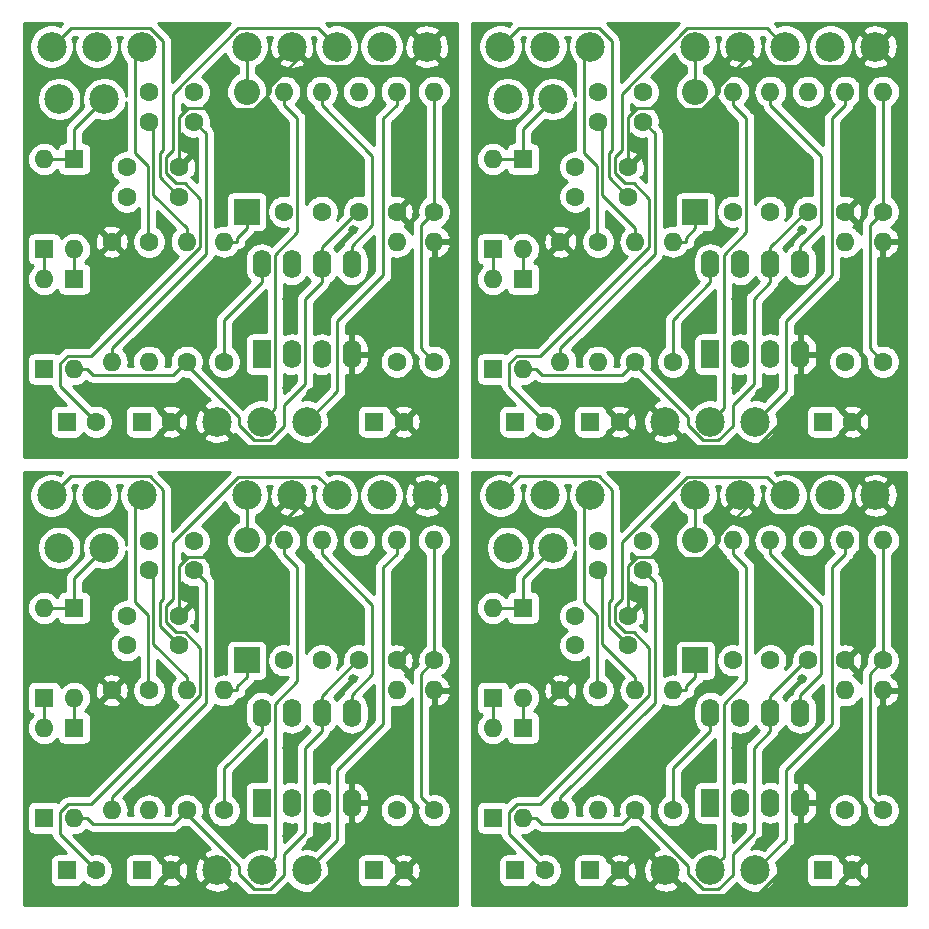
<source format=gbr>
G04 #@! TF.GenerationSoftware,KiCad,Pcbnew,(5.1.2-1)-1*
G04 #@! TF.CreationDate,2019-11-28T20:59:21+09:00*
G04 #@! TF.ProjectId,Eternity_V-cut,45746572-6e69-4747-995f-562d6375742e,rev?*
G04 #@! TF.SameCoordinates,Original*
G04 #@! TF.FileFunction,Copper,L2,Bot*
G04 #@! TF.FilePolarity,Positive*
%FSLAX46Y46*%
G04 Gerber Fmt 4.6, Leading zero omitted, Abs format (unit mm)*
G04 Created by KiCad (PCBNEW (5.1.2-1)-1) date 2019-11-28 20:59:21*
%MOMM*%
%LPD*%
G04 APERTURE LIST*
%ADD10C,1.600000*%
%ADD11O,1.600000X1.600000*%
%ADD12R,1.600000X1.600000*%
%ADD13O,2.200000X2.200000*%
%ADD14R,2.200000X2.200000*%
%ADD15C,2.500000*%
%ADD16O,1.600000X2.400000*%
%ADD17R,1.600000X2.400000*%
%ADD18C,0.800000*%
%ADD19C,0.250000*%
%ADD20C,0.254000*%
G04 APERTURE END LIST*
D10*
X135155000Y-128805000D03*
D11*
X135155000Y-138965000D03*
D10*
X97155000Y-128805000D03*
D11*
X97155000Y-138965000D03*
D10*
X135155000Y-90805000D03*
D11*
X135155000Y-100965000D03*
X156110000Y-128805000D03*
D10*
X156110000Y-138965000D03*
D11*
X118110000Y-128805000D03*
D10*
X118110000Y-138965000D03*
D11*
X156110000Y-90805000D03*
D10*
X156110000Y-100965000D03*
D11*
X149760000Y-116105000D03*
D10*
X149760000Y-126265000D03*
D11*
X111760000Y-116105000D03*
D10*
X111760000Y-126265000D03*
D11*
X149760000Y-78105000D03*
D10*
X149760000Y-88265000D03*
D11*
X138330000Y-128805000D03*
D10*
X138330000Y-138965000D03*
D11*
X100330000Y-128805000D03*
D10*
X100330000Y-138965000D03*
D11*
X138330000Y-90805000D03*
D10*
X138330000Y-100965000D03*
X156110000Y-126265000D03*
D11*
X156110000Y-116105000D03*
D10*
X118110000Y-126265000D03*
D11*
X118110000Y-116105000D03*
D10*
X156110000Y-88265000D03*
D11*
X156110000Y-78105000D03*
X159285000Y-128805000D03*
D10*
X159285000Y-138965000D03*
D11*
X121285000Y-128805000D03*
D10*
X121285000Y-138965000D03*
D11*
X159285000Y-90805000D03*
D10*
X159285000Y-100965000D03*
X159285000Y-126265000D03*
D11*
X159285000Y-116105000D03*
D10*
X121285000Y-126265000D03*
D11*
X121285000Y-116105000D03*
D10*
X159285000Y-88265000D03*
D11*
X159285000Y-78105000D03*
X141505000Y-128805000D03*
D10*
X141505000Y-138965000D03*
D11*
X103505000Y-128805000D03*
D10*
X103505000Y-138965000D03*
D11*
X141505000Y-90805000D03*
D10*
X141505000Y-100965000D03*
D11*
X126265000Y-121820000D03*
D12*
X126265000Y-129440000D03*
D11*
X88265000Y-121820000D03*
D12*
X88265000Y-129440000D03*
D11*
X126265000Y-83820000D03*
D12*
X126265000Y-91440000D03*
X128805000Y-131980000D03*
D11*
X128805000Y-139600000D03*
D12*
X90805000Y-131980000D03*
D11*
X90805000Y-139600000D03*
D12*
X128805000Y-93980000D03*
D11*
X128805000Y-101600000D03*
D13*
X143410000Y-116105000D03*
D14*
X143410000Y-126265000D03*
D13*
X105410000Y-116105000D03*
D14*
X105410000Y-126265000D03*
D13*
X143410000Y-78105000D03*
D14*
X143410000Y-88265000D03*
D10*
X138965000Y-116145000D03*
X138965000Y-118645000D03*
X100965000Y-116145000D03*
X100965000Y-118645000D03*
X138965000Y-78145000D03*
X138965000Y-80645000D03*
X133250000Y-122495000D03*
X133250000Y-124995000D03*
X95250000Y-122495000D03*
X95250000Y-124995000D03*
X133250000Y-84495000D03*
X133250000Y-86995000D03*
D15*
X147220000Y-112295000D03*
X109220000Y-112295000D03*
X147220000Y-74295000D03*
X140870000Y-144045000D03*
X102870000Y-144045000D03*
X140870000Y-106045000D03*
X144680000Y-144045000D03*
X106680000Y-144045000D03*
X144680000Y-106045000D03*
X158650000Y-112295000D03*
X120650000Y-112295000D03*
X158650000Y-74295000D03*
X154840000Y-112295000D03*
X116840000Y-112295000D03*
X154840000Y-74295000D03*
X151030000Y-112295000D03*
X113030000Y-112295000D03*
X151030000Y-74295000D03*
X134520000Y-112295000D03*
X96520000Y-112295000D03*
X134520000Y-74295000D03*
X130710000Y-112295000D03*
X92710000Y-112295000D03*
X130710000Y-74295000D03*
X126900000Y-112295000D03*
X88900000Y-112295000D03*
X126900000Y-74295000D03*
X131345000Y-116740000D03*
X93345000Y-116740000D03*
X131345000Y-78740000D03*
X127535000Y-116740000D03*
X89535000Y-116740000D03*
X127535000Y-78740000D03*
X148490000Y-144045000D03*
X110490000Y-144045000D03*
X148490000Y-106045000D03*
D11*
X128805000Y-129440000D03*
D12*
X128805000Y-121820000D03*
D11*
X90805000Y-129440000D03*
D12*
X90805000Y-121820000D03*
D11*
X128805000Y-91440000D03*
D12*
X128805000Y-83820000D03*
D10*
X130670000Y-144045000D03*
D12*
X128170000Y-144045000D03*
D10*
X92670000Y-144045000D03*
D12*
X90170000Y-144045000D03*
D10*
X130670000Y-106045000D03*
D12*
X128170000Y-106045000D03*
D15*
X143410000Y-112295000D03*
X105410000Y-112295000D03*
X143410000Y-74295000D03*
D10*
X137695000Y-124995000D03*
X137695000Y-122495000D03*
X99695000Y-124995000D03*
X99695000Y-122495000D03*
X137695000Y-86995000D03*
X137695000Y-84495000D03*
X156705000Y-144045000D03*
D12*
X154205000Y-144045000D03*
D10*
X118705000Y-144045000D03*
D12*
X116205000Y-144045000D03*
D10*
X156705000Y-106045000D03*
D12*
X154205000Y-106045000D03*
X126265000Y-139600000D03*
D11*
X126265000Y-131980000D03*
D12*
X88265000Y-139600000D03*
D11*
X88265000Y-131980000D03*
D12*
X126265000Y-101600000D03*
D11*
X126265000Y-93980000D03*
D12*
X134520000Y-144045000D03*
D10*
X137020000Y-144045000D03*
D12*
X96520000Y-144045000D03*
D10*
X99020000Y-144045000D03*
D12*
X134520000Y-106045000D03*
D10*
X137020000Y-106045000D03*
X135155000Y-118645000D03*
X135155000Y-116145000D03*
X97155000Y-118645000D03*
X97155000Y-116145000D03*
X135155000Y-80645000D03*
X135155000Y-78145000D03*
X146585000Y-126265000D03*
D11*
X146585000Y-116105000D03*
D10*
X108585000Y-126265000D03*
D11*
X108585000Y-116105000D03*
D10*
X146585000Y-88265000D03*
D11*
X146585000Y-78105000D03*
D16*
X144680000Y-130710000D03*
X152300000Y-138330000D03*
X147220000Y-130710000D03*
X149760000Y-138330000D03*
X149760000Y-130710000D03*
X147220000Y-138330000D03*
X152300000Y-130710000D03*
D17*
X144680000Y-138330000D03*
D16*
X106680000Y-130710000D03*
X114300000Y-138330000D03*
X109220000Y-130710000D03*
X111760000Y-138330000D03*
X111760000Y-130710000D03*
X109220000Y-138330000D03*
X114300000Y-130710000D03*
D17*
X106680000Y-138330000D03*
D16*
X144680000Y-92710000D03*
X152300000Y-100330000D03*
X147220000Y-92710000D03*
X149760000Y-100330000D03*
X149760000Y-92710000D03*
X147220000Y-100330000D03*
X152300000Y-92710000D03*
D17*
X144680000Y-100330000D03*
D11*
X131980000Y-138965000D03*
D10*
X131980000Y-128805000D03*
D11*
X93980000Y-138965000D03*
D10*
X93980000Y-128805000D03*
D11*
X131980000Y-100965000D03*
D10*
X131980000Y-90805000D03*
X152935000Y-126265000D03*
D11*
X152935000Y-116105000D03*
D10*
X114935000Y-126265000D03*
D11*
X114935000Y-116105000D03*
D10*
X152935000Y-88265000D03*
D11*
X152935000Y-78105000D03*
D15*
X105410000Y-74295000D03*
D12*
X116205000Y-106045000D03*
D10*
X118705000Y-106045000D03*
X99020000Y-106045000D03*
D12*
X96520000Y-106045000D03*
D10*
X97155000Y-78145000D03*
X97155000Y-80645000D03*
X95250000Y-86995000D03*
X95250000Y-84495000D03*
X99695000Y-84495000D03*
X99695000Y-86995000D03*
D12*
X90170000Y-106045000D03*
D10*
X92670000Y-106045000D03*
X100965000Y-80645000D03*
X100965000Y-78145000D03*
D14*
X105410000Y-88265000D03*
D13*
X105410000Y-78105000D03*
D11*
X88265000Y-93980000D03*
D12*
X88265000Y-101600000D03*
D11*
X90805000Y-101600000D03*
D12*
X90805000Y-93980000D03*
X88265000Y-91440000D03*
D11*
X88265000Y-83820000D03*
D12*
X90805000Y-83820000D03*
D11*
X90805000Y-91440000D03*
D15*
X110490000Y-106045000D03*
X89535000Y-78740000D03*
X93345000Y-78740000D03*
X88900000Y-74295000D03*
X92710000Y-74295000D03*
X96520000Y-74295000D03*
X113030000Y-74295000D03*
X116840000Y-74295000D03*
X120650000Y-74295000D03*
X106680000Y-106045000D03*
X102870000Y-106045000D03*
X109220000Y-74295000D03*
D10*
X103505000Y-100965000D03*
D11*
X103505000Y-90805000D03*
X121285000Y-78105000D03*
D10*
X121285000Y-88265000D03*
X121285000Y-100965000D03*
D11*
X121285000Y-90805000D03*
X118110000Y-78105000D03*
D10*
X118110000Y-88265000D03*
X100330000Y-100965000D03*
D11*
X100330000Y-90805000D03*
X114935000Y-78105000D03*
D10*
X114935000Y-88265000D03*
X111760000Y-88265000D03*
D11*
X111760000Y-78105000D03*
D10*
X118110000Y-100965000D03*
D11*
X118110000Y-90805000D03*
X97155000Y-100965000D03*
D10*
X97155000Y-90805000D03*
X93980000Y-90805000D03*
D11*
X93980000Y-100965000D03*
X108585000Y-78105000D03*
D10*
X108585000Y-88265000D03*
D17*
X106680000Y-100330000D03*
D16*
X114300000Y-92710000D03*
X109220000Y-100330000D03*
X111760000Y-92710000D03*
X111760000Y-100330000D03*
X109220000Y-92710000D03*
X114300000Y-100330000D03*
X106680000Y-92710000D03*
D18*
X112370000Y-95665000D03*
X108870000Y-95665000D03*
X94870000Y-94165000D03*
X89870000Y-97665000D03*
X87870000Y-105165000D03*
X87370000Y-107165000D03*
X94870000Y-103665000D03*
X94870000Y-108165000D03*
X113370000Y-108165000D03*
X100870000Y-108665000D03*
X104370000Y-108665000D03*
X100870000Y-103665000D03*
X121870000Y-105165000D03*
X121870000Y-108165000D03*
X115487450Y-103282450D03*
X108870000Y-103165000D03*
X105870000Y-97665000D03*
X112370000Y-84665000D03*
X114370000Y-85665000D03*
X118870000Y-97665000D03*
X116870000Y-97665000D03*
X119300600Y-86234400D03*
X122870000Y-81165000D03*
X122370000Y-96165000D03*
X119300600Y-80234400D03*
X100870000Y-74165000D03*
X103370000Y-85665000D03*
X103870000Y-80665000D03*
X110370000Y-79165000D03*
X87370000Y-81165000D03*
X87370000Y-76165000D03*
X91370000Y-76165000D03*
X87870000Y-86665000D03*
X87870000Y-87665000D03*
X92870000Y-88165000D03*
X93370000Y-82665000D03*
X91370000Y-86165000D03*
X111870000Y-81665000D03*
X113870000Y-79665000D03*
X114414300Y-89801700D03*
X110870000Y-103665000D03*
X125870000Y-105165000D03*
X87870000Y-143165000D03*
X125870000Y-143165000D03*
X125370000Y-107165000D03*
X87370000Y-145165000D03*
X125370000Y-145165000D03*
X132870000Y-103665000D03*
X94870000Y-141665000D03*
X132870000Y-141665000D03*
X159870000Y-105165000D03*
X121870000Y-143165000D03*
X159870000Y-143165000D03*
X150370000Y-95665000D03*
X112370000Y-133665000D03*
X150370000Y-133665000D03*
X132870000Y-108165000D03*
X94870000Y-146165000D03*
X132870000Y-146165000D03*
X151370000Y-108165000D03*
X113370000Y-146165000D03*
X151370000Y-146165000D03*
X146870000Y-95665000D03*
X108870000Y-133665000D03*
X146870000Y-133665000D03*
X127870000Y-97665000D03*
X89870000Y-135665000D03*
X127870000Y-135665000D03*
X138870000Y-108665000D03*
X100870000Y-146665000D03*
X138870000Y-146665000D03*
X132870000Y-94165000D03*
X94870000Y-132165000D03*
X132870000Y-132165000D03*
X138870000Y-103665000D03*
X100870000Y-141665000D03*
X138870000Y-141665000D03*
X142370000Y-108665000D03*
X104370000Y-146665000D03*
X142370000Y-146665000D03*
X159870000Y-108165000D03*
X121870000Y-146165000D03*
X159870000Y-146165000D03*
X150370000Y-84665000D03*
X112370000Y-122665000D03*
X150370000Y-122665000D03*
X146870000Y-103165000D03*
X108870000Y-141165000D03*
X146870000Y-141165000D03*
X152370000Y-85665000D03*
X114370000Y-123665000D03*
X152370000Y-123665000D03*
X143870000Y-97665000D03*
X105870000Y-135665000D03*
X143870000Y-135665000D03*
X153487450Y-103282450D03*
X115487450Y-141282450D03*
X153487450Y-141282450D03*
X160870000Y-81165000D03*
X122870000Y-119165000D03*
X160870000Y-119165000D03*
X160370000Y-96165000D03*
X122370000Y-134165000D03*
X160370000Y-134165000D03*
X154870000Y-97665000D03*
X116870000Y-135665000D03*
X154870000Y-135665000D03*
X156870000Y-97665000D03*
X118870000Y-135665000D03*
X156870000Y-135665000D03*
X157300600Y-86234400D03*
X119300600Y-124234400D03*
X157300600Y-124234400D03*
X125370000Y-81165000D03*
X87370000Y-119165000D03*
X125370000Y-119165000D03*
X141870000Y-80665000D03*
X103870000Y-118665000D03*
X141870000Y-118665000D03*
X148370000Y-79165000D03*
X110370000Y-117165000D03*
X148370000Y-117165000D03*
X157300600Y-80234400D03*
X119300600Y-118234400D03*
X157300600Y-118234400D03*
X125370000Y-76165000D03*
X87370000Y-114165000D03*
X125370000Y-114165000D03*
X141370000Y-85665000D03*
X103370000Y-123665000D03*
X141370000Y-123665000D03*
X138870000Y-74165000D03*
X100870000Y-112165000D03*
X138870000Y-112165000D03*
X125870000Y-86665000D03*
X87870000Y-124665000D03*
X125870000Y-124665000D03*
X130870000Y-88165000D03*
X92870000Y-126165000D03*
X130870000Y-126165000D03*
X129370000Y-86165000D03*
X91370000Y-124165000D03*
X129370000Y-124165000D03*
X129370000Y-76165000D03*
X91370000Y-114165000D03*
X129370000Y-114165000D03*
X125870000Y-87665000D03*
X87870000Y-125665000D03*
X125870000Y-125665000D03*
X131370000Y-82665000D03*
X93370000Y-120665000D03*
X131370000Y-120665000D03*
X152414300Y-89801700D03*
X114414300Y-127801700D03*
X152414300Y-127801700D03*
X148870000Y-103665000D03*
X110870000Y-141665000D03*
X148870000Y-141665000D03*
X149870000Y-81665000D03*
X111870000Y-119665000D03*
X149870000Y-119665000D03*
X151870000Y-79665000D03*
X113870000Y-117665000D03*
X151870000Y-117665000D03*
D19*
X105410000Y-78105000D02*
X105410000Y-74295000D01*
X143410000Y-78105000D02*
X143410000Y-74295000D01*
X105410000Y-116105000D02*
X105410000Y-112295000D01*
X143410000Y-116105000D02*
X143410000Y-112295000D01*
X121285000Y-100965000D02*
X120147900Y-99827900D01*
X120147900Y-99827900D02*
X120147900Y-89402100D01*
X120147900Y-89402100D02*
X121285000Y-88265000D01*
X106680000Y-92710000D02*
X106680000Y-94235300D01*
X106680000Y-94235300D02*
X103505000Y-97410300D01*
X103505000Y-97410300D02*
X103505000Y-100965000D01*
X121285000Y-78105000D02*
X121285000Y-88265000D01*
X141505000Y-97410300D02*
X141505000Y-100965000D01*
X103505000Y-135410300D02*
X103505000Y-138965000D01*
X141505000Y-135410300D02*
X141505000Y-138965000D01*
X159285000Y-78105000D02*
X159285000Y-88265000D01*
X121285000Y-116105000D02*
X121285000Y-126265000D01*
X159285000Y-116105000D02*
X159285000Y-126265000D01*
X159285000Y-100965000D02*
X158147900Y-99827900D01*
X121285000Y-138965000D02*
X120147900Y-137827900D01*
X159285000Y-138965000D02*
X158147900Y-137827900D01*
X158147900Y-99827900D02*
X158147900Y-89402100D01*
X120147900Y-137827900D02*
X120147900Y-127402100D01*
X158147900Y-137827900D02*
X158147900Y-127402100D01*
X158147900Y-89402100D02*
X159285000Y-88265000D01*
X120147900Y-127402100D02*
X121285000Y-126265000D01*
X158147900Y-127402100D02*
X159285000Y-126265000D01*
X144680000Y-92710000D02*
X144680000Y-94235300D01*
X106680000Y-130710000D02*
X106680000Y-132235300D01*
X144680000Y-130710000D02*
X144680000Y-132235300D01*
X144680000Y-94235300D02*
X141505000Y-97410300D01*
X106680000Y-132235300D02*
X103505000Y-135410300D01*
X144680000Y-132235300D02*
X141505000Y-135410300D01*
X109981900Y-75056900D02*
X109220000Y-74295000D01*
X119300600Y-75937100D02*
X110862100Y-75937100D01*
X110862100Y-75937100D02*
X109981900Y-75056900D01*
X99695000Y-84495000D02*
X99695000Y-80289200D01*
X99695000Y-80289200D02*
X100469800Y-79514400D01*
X100469800Y-79514400D02*
X103523000Y-79514400D01*
X103523000Y-79514400D02*
X103577500Y-79568900D01*
X103577500Y-79568900D02*
X105998000Y-79568900D01*
X105998000Y-79568900D02*
X107404300Y-78162600D01*
X107404300Y-78162600D02*
X107404300Y-77634500D01*
X107404300Y-77634500D02*
X109981900Y-75056900D01*
X119300600Y-75937100D02*
X119300600Y-80234400D01*
X119300600Y-87074400D02*
X118110000Y-88265000D01*
X120650000Y-74295000D02*
X119300600Y-75644400D01*
X119300600Y-75644400D02*
X119300600Y-75937100D01*
X115607300Y-103162600D02*
X115487450Y-103282450D01*
X110653300Y-108116600D02*
X104941600Y-108116600D01*
X104941600Y-108116600D02*
X102870000Y-106045000D01*
X118705000Y-106045000D02*
X115822600Y-103162600D01*
X115822600Y-103162600D02*
X115607300Y-103162600D01*
X114300000Y-101855300D02*
X115607300Y-103162600D01*
X114300000Y-100330000D02*
X114300000Y-101855300D01*
X115487450Y-103282450D02*
X110653300Y-108116600D01*
X119300600Y-86234400D02*
X119300600Y-87074400D01*
X119300600Y-80234400D02*
X119300600Y-86234400D01*
X152300000Y-101855300D02*
X153607300Y-103162600D01*
X114300000Y-139855300D02*
X115607300Y-141162600D01*
X152300000Y-139855300D02*
X153607300Y-141162600D01*
X142941600Y-108116600D02*
X140870000Y-106045000D01*
X104941600Y-146116600D02*
X102870000Y-144045000D01*
X142941600Y-146116600D02*
X140870000Y-144045000D01*
X156705000Y-106045000D02*
X153822600Y-103162600D01*
X118705000Y-144045000D02*
X115822600Y-141162600D01*
X156705000Y-144045000D02*
X153822600Y-141162600D01*
X153822600Y-103162600D02*
X153607300Y-103162600D01*
X115822600Y-141162600D02*
X115607300Y-141162600D01*
X153822600Y-141162600D02*
X153607300Y-141162600D01*
X148653300Y-108116600D02*
X142941600Y-108116600D01*
X110653300Y-146116600D02*
X104941600Y-146116600D01*
X148653300Y-146116600D02*
X142941600Y-146116600D01*
X152300000Y-100330000D02*
X152300000Y-101855300D01*
X114300000Y-138330000D02*
X114300000Y-139855300D01*
X152300000Y-138330000D02*
X152300000Y-139855300D01*
X153487450Y-103282450D02*
X148653300Y-108116600D01*
X115487450Y-141282450D02*
X110653300Y-146116600D01*
X153487450Y-141282450D02*
X148653300Y-146116600D01*
X157300600Y-86234400D02*
X157300600Y-87074400D01*
X119300600Y-124234400D02*
X119300600Y-125074400D01*
X157300600Y-124234400D02*
X157300600Y-125074400D01*
X145404300Y-77634500D02*
X147981900Y-75056900D01*
X107404300Y-115634500D02*
X109981900Y-113056900D01*
X145404300Y-115634500D02*
X147981900Y-113056900D01*
X157300600Y-87074400D02*
X156110000Y-88265000D01*
X119300600Y-125074400D02*
X118110000Y-126265000D01*
X157300600Y-125074400D02*
X156110000Y-126265000D01*
X157300600Y-75937100D02*
X157300600Y-80234400D01*
X119300600Y-113937100D02*
X119300600Y-118234400D01*
X157300600Y-113937100D02*
X157300600Y-118234400D01*
X157300600Y-75644400D02*
X157300600Y-75937100D01*
X119300600Y-113644400D02*
X119300600Y-113937100D01*
X157300600Y-113644400D02*
X157300600Y-113937100D01*
X158650000Y-74295000D02*
X157300600Y-75644400D01*
X120650000Y-112295000D02*
X119300600Y-113644400D01*
X158650000Y-112295000D02*
X157300600Y-113644400D01*
X153607300Y-103162600D02*
X153487450Y-103282450D01*
X115607300Y-141162600D02*
X115487450Y-141282450D01*
X153607300Y-141162600D02*
X153487450Y-141282450D01*
X147981900Y-75056900D02*
X147220000Y-74295000D01*
X109981900Y-113056900D02*
X109220000Y-112295000D01*
X147981900Y-113056900D02*
X147220000Y-112295000D01*
X157300600Y-75937100D02*
X148862100Y-75937100D01*
X119300600Y-113937100D02*
X110862100Y-113937100D01*
X157300600Y-113937100D02*
X148862100Y-113937100D01*
X148862100Y-75937100D02*
X147981900Y-75056900D01*
X110862100Y-113937100D02*
X109981900Y-113056900D01*
X148862100Y-113937100D02*
X147981900Y-113056900D01*
X138469800Y-79514400D02*
X141523000Y-79514400D01*
X100469800Y-117514400D02*
X103523000Y-117514400D01*
X138469800Y-117514400D02*
X141523000Y-117514400D01*
X143998000Y-79568900D02*
X145404300Y-78162600D01*
X105998000Y-117568900D02*
X107404300Y-116162600D01*
X143998000Y-117568900D02*
X145404300Y-116162600D01*
X137695000Y-84495000D02*
X137695000Y-80289200D01*
X99695000Y-122495000D02*
X99695000Y-118289200D01*
X137695000Y-122495000D02*
X137695000Y-118289200D01*
X141577500Y-79568900D02*
X143998000Y-79568900D01*
X103577500Y-117568900D02*
X105998000Y-117568900D01*
X141577500Y-117568900D02*
X143998000Y-117568900D01*
X137695000Y-80289200D02*
X138469800Y-79514400D01*
X99695000Y-118289200D02*
X100469800Y-117514400D01*
X137695000Y-118289200D02*
X138469800Y-117514400D01*
X145404300Y-78162600D02*
X145404300Y-77634500D01*
X107404300Y-116162600D02*
X107404300Y-115634500D01*
X145404300Y-116162600D02*
X145404300Y-115634500D01*
X141523000Y-79514400D02*
X141577500Y-79568900D01*
X103523000Y-117514400D02*
X103577500Y-117568900D01*
X141523000Y-117514400D02*
X141577500Y-117568900D01*
X157300600Y-80234400D02*
X157300600Y-86234400D01*
X119300600Y-118234400D02*
X119300600Y-124234400D01*
X157300600Y-118234400D02*
X157300600Y-124234400D01*
X97155000Y-80645000D02*
X97497500Y-80987500D01*
X97497500Y-80987500D02*
X97497500Y-86847200D01*
X97497500Y-86847200D02*
X100330000Y-89679700D01*
X100330000Y-90805000D02*
X100330000Y-89679700D01*
X135497500Y-80987500D02*
X135497500Y-86847200D01*
X97497500Y-118987500D02*
X97497500Y-124847200D01*
X135497500Y-118987500D02*
X135497500Y-124847200D01*
X135155000Y-80645000D02*
X135497500Y-80987500D01*
X97155000Y-118645000D02*
X97497500Y-118987500D01*
X135155000Y-118645000D02*
X135497500Y-118987500D01*
X138330000Y-90805000D02*
X138330000Y-89679700D01*
X100330000Y-128805000D02*
X100330000Y-127679700D01*
X138330000Y-128805000D02*
X138330000Y-127679700D01*
X135497500Y-86847200D02*
X138330000Y-89679700D01*
X97497500Y-124847200D02*
X100330000Y-127679700D01*
X135497500Y-124847200D02*
X138330000Y-127679700D01*
X118110000Y-78105000D02*
X118110000Y-79230300D01*
X118110000Y-79230300D02*
X116984700Y-80355600D01*
X116984700Y-80355600D02*
X116984700Y-93647200D01*
X116984700Y-93647200D02*
X113103900Y-97528000D01*
X113103900Y-97528000D02*
X113103900Y-103431100D01*
X113103900Y-103431100D02*
X110490000Y-106045000D01*
X151103900Y-103431100D02*
X148490000Y-106045000D01*
X113103900Y-141431100D02*
X110490000Y-144045000D01*
X151103900Y-141431100D02*
X148490000Y-144045000D01*
X156110000Y-78105000D02*
X156110000Y-79230300D01*
X118110000Y-116105000D02*
X118110000Y-117230300D01*
X156110000Y-116105000D02*
X156110000Y-117230300D01*
X151103900Y-97528000D02*
X151103900Y-103431100D01*
X113103900Y-135528000D02*
X113103900Y-141431100D01*
X151103900Y-135528000D02*
X151103900Y-141431100D01*
X156110000Y-79230300D02*
X154984700Y-80355600D01*
X118110000Y-117230300D02*
X116984700Y-118355600D01*
X156110000Y-117230300D02*
X154984700Y-118355600D01*
X154984700Y-80355600D02*
X154984700Y-93647200D01*
X116984700Y-118355600D02*
X116984700Y-131647200D01*
X154984700Y-118355600D02*
X154984700Y-131647200D01*
X154984700Y-93647200D02*
X151103900Y-97528000D01*
X116984700Y-131647200D02*
X113103900Y-135528000D01*
X154984700Y-131647200D02*
X151103900Y-135528000D01*
X111760000Y-78105000D02*
X111760000Y-79230300D01*
X114300000Y-92710000D02*
X114300000Y-91184700D01*
X114300000Y-91184700D02*
X116062800Y-89421900D01*
X116062800Y-89421900D02*
X116062800Y-83533100D01*
X116062800Y-83533100D02*
X111760000Y-79230300D01*
X154062800Y-89421900D02*
X154062800Y-83533100D01*
X116062800Y-127421900D02*
X116062800Y-121533100D01*
X154062800Y-127421900D02*
X154062800Y-121533100D01*
X154062800Y-83533100D02*
X149760000Y-79230300D01*
X116062800Y-121533100D02*
X111760000Y-117230300D01*
X154062800Y-121533100D02*
X149760000Y-117230300D01*
X149760000Y-78105000D02*
X149760000Y-79230300D01*
X111760000Y-116105000D02*
X111760000Y-117230300D01*
X149760000Y-116105000D02*
X149760000Y-117230300D01*
X152300000Y-91184700D02*
X154062800Y-89421900D01*
X114300000Y-129184700D02*
X116062800Y-127421900D01*
X152300000Y-129184700D02*
X154062800Y-127421900D01*
X152300000Y-92710000D02*
X152300000Y-91184700D01*
X114300000Y-130710000D02*
X114300000Y-129184700D01*
X152300000Y-130710000D02*
X152300000Y-129184700D01*
X88900000Y-74295000D02*
X90508900Y-72686100D01*
X90508900Y-72686100D02*
X97203100Y-72686100D01*
X97203100Y-72686100D02*
X98313700Y-73796700D01*
X98313700Y-73796700D02*
X98313700Y-83042200D01*
X98313700Y-83042200D02*
X98060400Y-83295500D01*
X98060400Y-83295500D02*
X98060400Y-85360400D01*
X98060400Y-85360400D02*
X99695000Y-86995000D01*
X126900000Y-74295000D02*
X128508900Y-72686100D01*
X88900000Y-112295000D02*
X90508900Y-110686100D01*
X126900000Y-112295000D02*
X128508900Y-110686100D01*
X128508900Y-72686100D02*
X135203100Y-72686100D01*
X90508900Y-110686100D02*
X97203100Y-110686100D01*
X128508900Y-110686100D02*
X135203100Y-110686100D01*
X135203100Y-72686100D02*
X136313700Y-73796700D01*
X97203100Y-110686100D02*
X98313700Y-111796700D01*
X135203100Y-110686100D02*
X136313700Y-111796700D01*
X136313700Y-73796700D02*
X136313700Y-83042200D01*
X98313700Y-111796700D02*
X98313700Y-121042200D01*
X136313700Y-111796700D02*
X136313700Y-121042200D01*
X136313700Y-83042200D02*
X136060400Y-83295500D01*
X98313700Y-121042200D02*
X98060400Y-121295500D01*
X136313700Y-121042200D02*
X136060400Y-121295500D01*
X136060400Y-83295500D02*
X136060400Y-85360400D01*
X98060400Y-121295500D02*
X98060400Y-123360400D01*
X136060400Y-121295500D02*
X136060400Y-123360400D01*
X136060400Y-85360400D02*
X137695000Y-86995000D01*
X98060400Y-123360400D02*
X99695000Y-124995000D01*
X136060400Y-123360400D02*
X137695000Y-124995000D01*
X92670000Y-106045000D02*
X89625600Y-103000600D01*
X89625600Y-103000600D02*
X89625600Y-101120800D01*
X89625600Y-101120800D02*
X90286800Y-100459600D01*
X90286800Y-100459600D02*
X92268200Y-100459600D01*
X92268200Y-100459600D02*
X101500800Y-91227000D01*
X101500800Y-91227000D02*
X101500800Y-87181800D01*
X101500800Y-87181800D02*
X100188600Y-85869600D01*
X100188600Y-85869600D02*
X99448100Y-85869600D01*
X99448100Y-85869600D02*
X98566900Y-84988400D01*
X98566900Y-84988400D02*
X98566900Y-83651200D01*
X98566900Y-83651200D02*
X99164100Y-83054000D01*
X99164100Y-83054000D02*
X99164100Y-78267000D01*
X99164100Y-78267000D02*
X104721200Y-72709900D01*
X104721200Y-72709900D02*
X111444900Y-72709900D01*
X111444900Y-72709900D02*
X113030000Y-74295000D01*
X130670000Y-106045000D02*
X127625600Y-103000600D01*
X92670000Y-144045000D02*
X89625600Y-141000600D01*
X130670000Y-144045000D02*
X127625600Y-141000600D01*
X127625600Y-103000600D02*
X127625600Y-101120800D01*
X89625600Y-141000600D02*
X89625600Y-139120800D01*
X127625600Y-141000600D02*
X127625600Y-139120800D01*
X127625600Y-101120800D02*
X128286800Y-100459600D01*
X89625600Y-139120800D02*
X90286800Y-138459600D01*
X127625600Y-139120800D02*
X128286800Y-138459600D01*
X128286800Y-100459600D02*
X130268200Y-100459600D01*
X90286800Y-138459600D02*
X92268200Y-138459600D01*
X128286800Y-138459600D02*
X130268200Y-138459600D01*
X130268200Y-100459600D02*
X139500800Y-91227000D01*
X92268200Y-138459600D02*
X101500800Y-129227000D01*
X130268200Y-138459600D02*
X139500800Y-129227000D01*
X139500800Y-91227000D02*
X139500800Y-87181800D01*
X101500800Y-129227000D02*
X101500800Y-125181800D01*
X139500800Y-129227000D02*
X139500800Y-125181800D01*
X139500800Y-87181800D02*
X138188600Y-85869600D01*
X101500800Y-125181800D02*
X100188600Y-123869600D01*
X139500800Y-125181800D02*
X138188600Y-123869600D01*
X138188600Y-85869600D02*
X137448100Y-85869600D01*
X100188600Y-123869600D02*
X99448100Y-123869600D01*
X138188600Y-123869600D02*
X137448100Y-123869600D01*
X137448100Y-85869600D02*
X136566900Y-84988400D01*
X99448100Y-123869600D02*
X98566900Y-122988400D01*
X137448100Y-123869600D02*
X136566900Y-122988400D01*
X136566900Y-84988400D02*
X136566900Y-83651200D01*
X98566900Y-122988400D02*
X98566900Y-121651200D01*
X136566900Y-122988400D02*
X136566900Y-121651200D01*
X136566900Y-83651200D02*
X137164100Y-83054000D01*
X98566900Y-121651200D02*
X99164100Y-121054000D01*
X136566900Y-121651200D02*
X137164100Y-121054000D01*
X137164100Y-83054000D02*
X137164100Y-78267000D01*
X99164100Y-121054000D02*
X99164100Y-116267000D01*
X137164100Y-121054000D02*
X137164100Y-116267000D01*
X137164100Y-78267000D02*
X142721200Y-72709900D01*
X99164100Y-116267000D02*
X104721200Y-110709900D01*
X137164100Y-116267000D02*
X142721200Y-110709900D01*
X142721200Y-72709900D02*
X149444900Y-72709900D01*
X104721200Y-110709900D02*
X111444900Y-110709900D01*
X142721200Y-110709900D02*
X149444900Y-110709900D01*
X149444900Y-72709900D02*
X151030000Y-74295000D01*
X111444900Y-110709900D02*
X113030000Y-112295000D01*
X149444900Y-110709900D02*
X151030000Y-112295000D01*
X93980000Y-99839700D02*
X101951100Y-91868600D01*
X101951100Y-91868600D02*
X101951100Y-81631100D01*
X101951100Y-81631100D02*
X100965000Y-80645000D01*
X93980000Y-100965000D02*
X93980000Y-99839700D01*
X131980000Y-99839700D02*
X139951100Y-91868600D01*
X93980000Y-137839700D02*
X101951100Y-129868600D01*
X131980000Y-137839700D02*
X139951100Y-129868600D01*
X139951100Y-91868600D02*
X139951100Y-81631100D01*
X101951100Y-129868600D02*
X101951100Y-119631100D01*
X139951100Y-129868600D02*
X139951100Y-119631100D01*
X139951100Y-81631100D02*
X138965000Y-80645000D01*
X101951100Y-119631100D02*
X100965000Y-118645000D01*
X139951100Y-119631100D02*
X138965000Y-118645000D01*
X131980000Y-100965000D02*
X131980000Y-99839700D01*
X93980000Y-138965000D02*
X93980000Y-137839700D01*
X131980000Y-138965000D02*
X131980000Y-137839700D01*
X103505000Y-90805000D02*
X104630300Y-90805000D01*
X105410000Y-88265000D02*
X105410000Y-89690300D01*
X105410000Y-89690300D02*
X104630300Y-90470000D01*
X104630300Y-90470000D02*
X104630300Y-90805000D01*
X141505000Y-90805000D02*
X142630300Y-90805000D01*
X103505000Y-128805000D02*
X104630300Y-128805000D01*
X141505000Y-128805000D02*
X142630300Y-128805000D01*
X143410000Y-88265000D02*
X143410000Y-89690300D01*
X105410000Y-126265000D02*
X105410000Y-127690300D01*
X143410000Y-126265000D02*
X143410000Y-127690300D01*
X143410000Y-89690300D02*
X142630300Y-90470000D01*
X105410000Y-127690300D02*
X104630300Y-128470000D01*
X143410000Y-127690300D02*
X142630300Y-128470000D01*
X142630300Y-90470000D02*
X142630300Y-90805000D01*
X104630300Y-128470000D02*
X104630300Y-128805000D01*
X142630300Y-128470000D02*
X142630300Y-128805000D01*
X100207500Y-101087500D02*
X99180600Y-102114400D01*
X99180600Y-102114400D02*
X92444700Y-102114400D01*
X92444700Y-102114400D02*
X91930300Y-101600000D01*
X100330000Y-100965000D02*
X100207500Y-101087500D01*
X100207500Y-101087500D02*
X104775100Y-105655200D01*
X104775100Y-105655200D02*
X104775100Y-106372900D01*
X104775100Y-106372900D02*
X106022800Y-107620600D01*
X106022800Y-107620600D02*
X107348600Y-107620600D01*
X107348600Y-107620600D02*
X108570600Y-106398600D01*
X108570600Y-106398600D02*
X108570600Y-104673700D01*
X108570600Y-104673700D02*
X110345400Y-102898900D01*
X110345400Y-102898900D02*
X110345400Y-95649900D01*
X110345400Y-95649900D02*
X111760000Y-94235300D01*
X111760000Y-92710000D02*
X111760000Y-94235300D01*
X111760000Y-91297300D02*
X114792300Y-88265000D01*
X114792300Y-88265000D02*
X114935000Y-88265000D01*
X111760000Y-92710000D02*
X111760000Y-91297300D01*
X90805000Y-101600000D02*
X91930300Y-101600000D01*
X138207500Y-101087500D02*
X137180600Y-102114400D01*
X100207500Y-139087500D02*
X99180600Y-140114400D01*
X138207500Y-139087500D02*
X137180600Y-140114400D01*
X137180600Y-102114400D02*
X130444700Y-102114400D01*
X99180600Y-140114400D02*
X92444700Y-140114400D01*
X137180600Y-140114400D02*
X130444700Y-140114400D01*
X130444700Y-102114400D02*
X129930300Y-101600000D01*
X92444700Y-140114400D02*
X91930300Y-139600000D01*
X130444700Y-140114400D02*
X129930300Y-139600000D01*
X138330000Y-100965000D02*
X138207500Y-101087500D01*
X100330000Y-138965000D02*
X100207500Y-139087500D01*
X138330000Y-138965000D02*
X138207500Y-139087500D01*
X138207500Y-101087500D02*
X142775100Y-105655200D01*
X100207500Y-139087500D02*
X104775100Y-143655200D01*
X138207500Y-139087500D02*
X142775100Y-143655200D01*
X142775100Y-105655200D02*
X142775100Y-106372900D01*
X104775100Y-143655200D02*
X104775100Y-144372900D01*
X142775100Y-143655200D02*
X142775100Y-144372900D01*
X142775100Y-106372900D02*
X144022800Y-107620600D01*
X104775100Y-144372900D02*
X106022800Y-145620600D01*
X142775100Y-144372900D02*
X144022800Y-145620600D01*
X144022800Y-107620600D02*
X145348600Y-107620600D01*
X106022800Y-145620600D02*
X107348600Y-145620600D01*
X144022800Y-145620600D02*
X145348600Y-145620600D01*
X145348600Y-107620600D02*
X146570600Y-106398600D01*
X107348600Y-145620600D02*
X108570600Y-144398600D01*
X145348600Y-145620600D02*
X146570600Y-144398600D01*
X146570600Y-106398600D02*
X146570600Y-104673700D01*
X108570600Y-144398600D02*
X108570600Y-142673700D01*
X146570600Y-144398600D02*
X146570600Y-142673700D01*
X146570600Y-104673700D02*
X148345400Y-102898900D01*
X108570600Y-142673700D02*
X110345400Y-140898900D01*
X146570600Y-142673700D02*
X148345400Y-140898900D01*
X148345400Y-102898900D02*
X148345400Y-95649900D01*
X110345400Y-140898900D02*
X110345400Y-133649900D01*
X148345400Y-140898900D02*
X148345400Y-133649900D01*
X148345400Y-95649900D02*
X149760000Y-94235300D01*
X110345400Y-133649900D02*
X111760000Y-132235300D01*
X148345400Y-133649900D02*
X149760000Y-132235300D01*
X149760000Y-92710000D02*
X149760000Y-94235300D01*
X111760000Y-130710000D02*
X111760000Y-132235300D01*
X149760000Y-130710000D02*
X149760000Y-132235300D01*
X149760000Y-91297300D02*
X152792300Y-88265000D01*
X111760000Y-129297300D02*
X114792300Y-126265000D01*
X149760000Y-129297300D02*
X152792300Y-126265000D01*
X152792300Y-88265000D02*
X152935000Y-88265000D01*
X114792300Y-126265000D02*
X114935000Y-126265000D01*
X152792300Y-126265000D02*
X152935000Y-126265000D01*
X149760000Y-92710000D02*
X149760000Y-91297300D01*
X111760000Y-130710000D02*
X111760000Y-129297300D01*
X149760000Y-130710000D02*
X149760000Y-129297300D01*
X128805000Y-101600000D02*
X129930300Y-101600000D01*
X90805000Y-139600000D02*
X91930300Y-139600000D01*
X128805000Y-139600000D02*
X129930300Y-139600000D01*
X88265000Y-91440000D02*
X88265000Y-93980000D01*
X126265000Y-91440000D02*
X126265000Y-93980000D01*
X88265000Y-129440000D02*
X88265000Y-131980000D01*
X126265000Y-129440000D02*
X126265000Y-131980000D01*
X90805000Y-91440000D02*
X90805000Y-93980000D01*
X128805000Y-91440000D02*
X128805000Y-93980000D01*
X90805000Y-129440000D02*
X90805000Y-131980000D01*
X128805000Y-129440000D02*
X128805000Y-131980000D01*
X90805000Y-83820000D02*
X89390300Y-83820000D01*
X90805000Y-83820000D02*
X90805000Y-81280000D01*
X90805000Y-81280000D02*
X93345000Y-78740000D01*
X88265000Y-83820000D02*
X89390300Y-83820000D01*
X128805000Y-83820000D02*
X127390300Y-83820000D01*
X90805000Y-121820000D02*
X89390300Y-121820000D01*
X128805000Y-121820000D02*
X127390300Y-121820000D01*
X128805000Y-83820000D02*
X128805000Y-81280000D01*
X90805000Y-121820000D02*
X90805000Y-119280000D01*
X128805000Y-121820000D02*
X128805000Y-119280000D01*
X128805000Y-81280000D02*
X131345000Y-78740000D01*
X90805000Y-119280000D02*
X93345000Y-116740000D01*
X128805000Y-119280000D02*
X131345000Y-116740000D01*
X126265000Y-83820000D02*
X127390300Y-83820000D01*
X88265000Y-121820000D02*
X89390300Y-121820000D01*
X126265000Y-121820000D02*
X127390300Y-121820000D01*
X96520000Y-74295000D02*
X95973500Y-74841500D01*
X95973500Y-74841500D02*
X95973500Y-83313500D01*
X95973500Y-83313500D02*
X97047200Y-84387200D01*
X97047200Y-84387200D02*
X97047200Y-90697200D01*
X97047200Y-90697200D02*
X97155000Y-90805000D01*
X134520000Y-74295000D02*
X133973500Y-74841500D01*
X96520000Y-112295000D02*
X95973500Y-112841500D01*
X134520000Y-112295000D02*
X133973500Y-112841500D01*
X133973500Y-74841500D02*
X133973500Y-83313500D01*
X95973500Y-112841500D02*
X95973500Y-121313500D01*
X133973500Y-112841500D02*
X133973500Y-121313500D01*
X133973500Y-83313500D02*
X135047200Y-84387200D01*
X95973500Y-121313500D02*
X97047200Y-122387200D01*
X133973500Y-121313500D02*
X135047200Y-122387200D01*
X135047200Y-84387200D02*
X135047200Y-90697200D01*
X97047200Y-122387200D02*
X97047200Y-128697200D01*
X135047200Y-122387200D02*
X135047200Y-128697200D01*
X135047200Y-90697200D02*
X135155000Y-90805000D01*
X97047200Y-128697200D02*
X97155000Y-128805000D01*
X135047200Y-128697200D02*
X135155000Y-128805000D01*
X108585000Y-78105000D02*
X108585000Y-79230300D01*
X108585000Y-79230300D02*
X109712000Y-80357300D01*
X109712000Y-80357300D02*
X109712000Y-90017700D01*
X109712000Y-90017700D02*
X107805400Y-91924300D01*
X107805400Y-91924300D02*
X107805400Y-104919600D01*
X107805400Y-104919600D02*
X106680000Y-106045000D01*
X146585000Y-78105000D02*
X146585000Y-79230300D01*
X108585000Y-116105000D02*
X108585000Y-117230300D01*
X146585000Y-116105000D02*
X146585000Y-117230300D01*
X146585000Y-79230300D02*
X147712000Y-80357300D01*
X108585000Y-117230300D02*
X109712000Y-118357300D01*
X146585000Y-117230300D02*
X147712000Y-118357300D01*
X147712000Y-80357300D02*
X147712000Y-90017700D01*
X109712000Y-118357300D02*
X109712000Y-128017700D01*
X147712000Y-118357300D02*
X147712000Y-128017700D01*
X147712000Y-90017700D02*
X145805400Y-91924300D01*
X109712000Y-128017700D02*
X107805400Y-129924300D01*
X147712000Y-128017700D02*
X145805400Y-129924300D01*
X145805400Y-91924300D02*
X145805400Y-104919600D01*
X107805400Y-129924300D02*
X107805400Y-142919600D01*
X145805400Y-129924300D02*
X145805400Y-142919600D01*
X145805400Y-104919600D02*
X144680000Y-106045000D01*
X107805400Y-142919600D02*
X106680000Y-144045000D01*
X145805400Y-142919600D02*
X144680000Y-144045000D01*
D20*
G36*
X89582717Y-72537481D02*
G01*
X89449834Y-72482439D01*
X89085656Y-72410000D01*
X88714344Y-72410000D01*
X88350166Y-72482439D01*
X88007118Y-72624534D01*
X87698382Y-72830825D01*
X87435825Y-73093382D01*
X87229534Y-73402118D01*
X87087439Y-73745166D01*
X87015000Y-74109344D01*
X87015000Y-74480656D01*
X87087439Y-74844834D01*
X87229534Y-75187882D01*
X87435825Y-75496618D01*
X87698382Y-75759175D01*
X88007118Y-75965466D01*
X88350166Y-76107561D01*
X88714344Y-76180000D01*
X89085656Y-76180000D01*
X89449834Y-76107561D01*
X89792882Y-75965466D01*
X90101618Y-75759175D01*
X90364175Y-75496618D01*
X90570466Y-75187882D01*
X90712561Y-74844834D01*
X90785000Y-74480656D01*
X90785000Y-74109344D01*
X90712561Y-73745166D01*
X90657519Y-73612283D01*
X90823702Y-73446100D01*
X91021316Y-73446100D01*
X90897439Y-73745166D01*
X90825000Y-74109344D01*
X90825000Y-74480656D01*
X90897439Y-74844834D01*
X91039534Y-75187882D01*
X91245825Y-75496618D01*
X91508382Y-75759175D01*
X91817118Y-75965466D01*
X92160166Y-76107561D01*
X92524344Y-76180000D01*
X92895656Y-76180000D01*
X93259834Y-76107561D01*
X93602882Y-75965466D01*
X93911618Y-75759175D01*
X94174175Y-75496618D01*
X94380466Y-75187882D01*
X94522561Y-74844834D01*
X94595000Y-74480656D01*
X94595000Y-74109344D01*
X94522561Y-73745166D01*
X94398684Y-73446100D01*
X94831316Y-73446100D01*
X94707439Y-73745166D01*
X94635000Y-74109344D01*
X94635000Y-74480656D01*
X94707439Y-74844834D01*
X94849534Y-75187882D01*
X95055825Y-75496618D01*
X95213500Y-75654293D01*
X95213500Y-78471394D01*
X95157561Y-78190166D01*
X95015466Y-77847118D01*
X94809175Y-77538382D01*
X94546618Y-77275825D01*
X94237882Y-77069534D01*
X93894834Y-76927439D01*
X93530656Y-76855000D01*
X93159344Y-76855000D01*
X92795166Y-76927439D01*
X92452118Y-77069534D01*
X92143382Y-77275825D01*
X91880825Y-77538382D01*
X91674534Y-77847118D01*
X91532439Y-78190166D01*
X91460000Y-78554344D01*
X91460000Y-78925656D01*
X91532439Y-79289834D01*
X91587481Y-79422717D01*
X90293998Y-80716201D01*
X90265000Y-80739999D01*
X90241202Y-80768997D01*
X90241201Y-80768998D01*
X90170026Y-80855724D01*
X90099454Y-80987754D01*
X90055998Y-81131015D01*
X90041324Y-81280000D01*
X90045001Y-81317332D01*
X90045001Y-82381928D01*
X90005000Y-82381928D01*
X89880518Y-82394188D01*
X89760820Y-82430498D01*
X89650506Y-82489463D01*
X89553815Y-82568815D01*
X89474463Y-82665506D01*
X89415498Y-82775820D01*
X89379188Y-82895518D01*
X89377419Y-82913482D01*
X89284608Y-82800392D01*
X89066101Y-82621068D01*
X88816808Y-82487818D01*
X88546309Y-82405764D01*
X88335492Y-82385000D01*
X88194508Y-82385000D01*
X87983691Y-82405764D01*
X87713192Y-82487818D01*
X87463899Y-82621068D01*
X87245392Y-82800392D01*
X87066068Y-83018899D01*
X86932818Y-83268192D01*
X86850764Y-83538691D01*
X86823057Y-83820000D01*
X86850764Y-84101309D01*
X86932818Y-84371808D01*
X87066068Y-84621101D01*
X87245392Y-84839608D01*
X87463899Y-85018932D01*
X87713192Y-85152182D01*
X87983691Y-85234236D01*
X88194508Y-85255000D01*
X88335492Y-85255000D01*
X88546309Y-85234236D01*
X88816808Y-85152182D01*
X89066101Y-85018932D01*
X89284608Y-84839608D01*
X89377419Y-84726518D01*
X89379188Y-84744482D01*
X89415498Y-84864180D01*
X89474463Y-84974494D01*
X89553815Y-85071185D01*
X89650506Y-85150537D01*
X89760820Y-85209502D01*
X89880518Y-85245812D01*
X90005000Y-85258072D01*
X91605000Y-85258072D01*
X91729482Y-85245812D01*
X91849180Y-85209502D01*
X91959494Y-85150537D01*
X92056185Y-85071185D01*
X92135537Y-84974494D01*
X92194502Y-84864180D01*
X92230812Y-84744482D01*
X92243072Y-84620000D01*
X92243072Y-83020000D01*
X92230812Y-82895518D01*
X92194502Y-82775820D01*
X92135537Y-82665506D01*
X92056185Y-82568815D01*
X91959494Y-82489463D01*
X91849180Y-82430498D01*
X91729482Y-82394188D01*
X91605000Y-82381928D01*
X91565000Y-82381928D01*
X91565000Y-81594801D01*
X92662283Y-80497519D01*
X92795166Y-80552561D01*
X93159344Y-80625000D01*
X93530656Y-80625000D01*
X93894834Y-80552561D01*
X94237882Y-80410466D01*
X94546618Y-80204175D01*
X94809175Y-79941618D01*
X95015466Y-79632882D01*
X95157561Y-79289834D01*
X95213500Y-79008605D01*
X95213501Y-83060000D01*
X95108665Y-83060000D01*
X94831426Y-83115147D01*
X94570273Y-83223320D01*
X94335241Y-83380363D01*
X94135363Y-83580241D01*
X93978320Y-83815273D01*
X93870147Y-84076426D01*
X93815000Y-84353665D01*
X93815000Y-84636335D01*
X93870147Y-84913574D01*
X93978320Y-85174727D01*
X94135363Y-85409759D01*
X94335241Y-85609637D01*
X94537827Y-85745000D01*
X94335241Y-85880363D01*
X94135363Y-86080241D01*
X93978320Y-86315273D01*
X93870147Y-86576426D01*
X93815000Y-86853665D01*
X93815000Y-87136335D01*
X93870147Y-87413574D01*
X93978320Y-87674727D01*
X94135363Y-87909759D01*
X94335241Y-88109637D01*
X94570273Y-88266680D01*
X94831426Y-88374853D01*
X95108665Y-88430000D01*
X95391335Y-88430000D01*
X95668574Y-88374853D01*
X95929727Y-88266680D01*
X96164759Y-88109637D01*
X96287201Y-87987195D01*
X96287201Y-89658986D01*
X96240241Y-89690363D01*
X96040363Y-89890241D01*
X95883320Y-90125273D01*
X95775147Y-90386426D01*
X95720000Y-90663665D01*
X95720000Y-90946335D01*
X95775147Y-91223574D01*
X95883320Y-91484727D01*
X96040363Y-91719759D01*
X96240241Y-91919637D01*
X96475273Y-92076680D01*
X96736426Y-92184853D01*
X97013665Y-92240000D01*
X97296335Y-92240000D01*
X97573574Y-92184853D01*
X97834727Y-92076680D01*
X98069759Y-91919637D01*
X98269637Y-91719759D01*
X98426680Y-91484727D01*
X98534853Y-91223574D01*
X98590000Y-90946335D01*
X98590000Y-90663665D01*
X98534853Y-90386426D01*
X98426680Y-90125273D01*
X98269637Y-89890241D01*
X98069759Y-89690363D01*
X97834727Y-89533320D01*
X97807200Y-89521918D01*
X97807200Y-88231701D01*
X99338128Y-89762630D01*
X99310392Y-89785392D01*
X99131068Y-90003899D01*
X98997818Y-90253192D01*
X98915764Y-90523691D01*
X98888057Y-90805000D01*
X98915764Y-91086309D01*
X98997818Y-91356808D01*
X99131068Y-91606101D01*
X99310392Y-91824608D01*
X99528899Y-92003932D01*
X99607209Y-92045789D01*
X91953399Y-99699600D01*
X90324122Y-99699600D01*
X90286799Y-99695924D01*
X90249477Y-99699600D01*
X90249467Y-99699600D01*
X90137814Y-99710597D01*
X89994553Y-99754054D01*
X89862523Y-99824626D01*
X89813045Y-99865232D01*
X89746799Y-99919599D01*
X89723000Y-99948598D01*
X89408182Y-100263417D01*
X89309180Y-100210498D01*
X89189482Y-100174188D01*
X89065000Y-100161928D01*
X87465000Y-100161928D01*
X87340518Y-100174188D01*
X87220820Y-100210498D01*
X87110506Y-100269463D01*
X87013815Y-100348815D01*
X86934463Y-100445506D01*
X86875498Y-100555820D01*
X86839188Y-100675518D01*
X86826928Y-100800000D01*
X86826928Y-102400000D01*
X86839188Y-102524482D01*
X86875498Y-102644180D01*
X86934463Y-102754494D01*
X87013815Y-102851185D01*
X87110506Y-102930537D01*
X87220820Y-102989502D01*
X87340518Y-103025812D01*
X87465000Y-103038072D01*
X88865614Y-103038072D01*
X88876597Y-103149585D01*
X88916799Y-103282114D01*
X88920054Y-103292846D01*
X88990626Y-103424876D01*
X89026373Y-103468433D01*
X89085599Y-103540601D01*
X89114603Y-103564404D01*
X90157127Y-104606928D01*
X89370000Y-104606928D01*
X89245518Y-104619188D01*
X89125820Y-104655498D01*
X89015506Y-104714463D01*
X88918815Y-104793815D01*
X88839463Y-104890506D01*
X88780498Y-105000820D01*
X88744188Y-105120518D01*
X88731928Y-105245000D01*
X88731928Y-106845000D01*
X88744188Y-106969482D01*
X88780498Y-107089180D01*
X88839463Y-107199494D01*
X88918815Y-107296185D01*
X89015506Y-107375537D01*
X89125820Y-107434502D01*
X89245518Y-107470812D01*
X89370000Y-107483072D01*
X90970000Y-107483072D01*
X91094482Y-107470812D01*
X91214180Y-107434502D01*
X91324494Y-107375537D01*
X91421185Y-107296185D01*
X91500537Y-107199494D01*
X91559502Y-107089180D01*
X91588661Y-106993057D01*
X91755241Y-107159637D01*
X91990273Y-107316680D01*
X92251426Y-107424853D01*
X92528665Y-107480000D01*
X92811335Y-107480000D01*
X93088574Y-107424853D01*
X93349727Y-107316680D01*
X93584759Y-107159637D01*
X93784637Y-106959759D01*
X93941680Y-106724727D01*
X94049853Y-106463574D01*
X94105000Y-106186335D01*
X94105000Y-105903665D01*
X94049853Y-105626426D01*
X93941680Y-105365273D01*
X93861317Y-105245000D01*
X95081928Y-105245000D01*
X95081928Y-106845000D01*
X95094188Y-106969482D01*
X95130498Y-107089180D01*
X95189463Y-107199494D01*
X95268815Y-107296185D01*
X95365506Y-107375537D01*
X95475820Y-107434502D01*
X95595518Y-107470812D01*
X95720000Y-107483072D01*
X97320000Y-107483072D01*
X97444482Y-107470812D01*
X97564180Y-107434502D01*
X97674494Y-107375537D01*
X97771185Y-107296185D01*
X97850537Y-107199494D01*
X97909502Y-107089180D01*
X97925117Y-107037702D01*
X98206903Y-107037702D01*
X98278486Y-107281671D01*
X98533996Y-107402571D01*
X98808184Y-107471300D01*
X99090512Y-107485217D01*
X99370130Y-107443787D01*
X99608323Y-107358605D01*
X101736000Y-107358605D01*
X101861914Y-107648577D01*
X102194126Y-107814433D01*
X102552312Y-107912290D01*
X102922706Y-107938389D01*
X103291075Y-107891725D01*
X103643262Y-107774094D01*
X103878086Y-107648577D01*
X104004000Y-107358605D01*
X102870000Y-106224605D01*
X101736000Y-107358605D01*
X99608323Y-107358605D01*
X99636292Y-107348603D01*
X99761514Y-107281671D01*
X99833097Y-107037702D01*
X99020000Y-106224605D01*
X98206903Y-107037702D01*
X97925117Y-107037702D01*
X97945812Y-106969482D01*
X97958072Y-106845000D01*
X97958072Y-106837785D01*
X98027298Y-106858097D01*
X98840395Y-106045000D01*
X99199605Y-106045000D01*
X100012702Y-106858097D01*
X100256671Y-106786514D01*
X100377571Y-106531004D01*
X100446300Y-106256816D01*
X100454143Y-106097706D01*
X100976611Y-106097706D01*
X101023275Y-106466075D01*
X101140906Y-106818262D01*
X101266423Y-107053086D01*
X101556395Y-107179000D01*
X102690395Y-106045000D01*
X101556395Y-104911000D01*
X101266423Y-105036914D01*
X101100567Y-105369126D01*
X101002710Y-105727312D01*
X100976611Y-106097706D01*
X100454143Y-106097706D01*
X100460217Y-105974488D01*
X100418787Y-105694870D01*
X100323603Y-105428708D01*
X100256671Y-105303486D01*
X100012702Y-105231903D01*
X99199605Y-106045000D01*
X98840395Y-106045000D01*
X98027298Y-105231903D01*
X97958072Y-105252215D01*
X97958072Y-105245000D01*
X97945812Y-105120518D01*
X97925118Y-105052298D01*
X98206903Y-105052298D01*
X99020000Y-105865395D01*
X99833097Y-105052298D01*
X99761514Y-104808329D01*
X99506004Y-104687429D01*
X99231816Y-104618700D01*
X98949488Y-104604783D01*
X98669870Y-104646213D01*
X98403708Y-104741397D01*
X98278486Y-104808329D01*
X98206903Y-105052298D01*
X97925118Y-105052298D01*
X97909502Y-105000820D01*
X97850537Y-104890506D01*
X97771185Y-104793815D01*
X97674494Y-104714463D01*
X97564180Y-104655498D01*
X97444482Y-104619188D01*
X97320000Y-104606928D01*
X95720000Y-104606928D01*
X95595518Y-104619188D01*
X95475820Y-104655498D01*
X95365506Y-104714463D01*
X95268815Y-104793815D01*
X95189463Y-104890506D01*
X95130498Y-105000820D01*
X95094188Y-105120518D01*
X95081928Y-105245000D01*
X93861317Y-105245000D01*
X93784637Y-105130241D01*
X93584759Y-104930363D01*
X93349727Y-104773320D01*
X93088574Y-104665147D01*
X92811335Y-104610000D01*
X92528665Y-104610000D01*
X92346114Y-104646312D01*
X90734801Y-103035000D01*
X90875492Y-103035000D01*
X91086309Y-103014236D01*
X91356808Y-102932182D01*
X91606101Y-102798932D01*
X91824608Y-102619608D01*
X91847370Y-102591873D01*
X91880905Y-102625407D01*
X91904699Y-102654401D01*
X91933692Y-102678195D01*
X91933696Y-102678199D01*
X91991399Y-102725554D01*
X92020424Y-102749374D01*
X92152453Y-102819946D01*
X92295714Y-102863403D01*
X92407367Y-102874400D01*
X92407376Y-102874400D01*
X92444699Y-102878076D01*
X92482022Y-102874400D01*
X99143278Y-102874400D01*
X99180600Y-102878076D01*
X99217922Y-102874400D01*
X99217933Y-102874400D01*
X99329586Y-102863403D01*
X99472847Y-102819946D01*
X99604876Y-102749374D01*
X99720601Y-102654401D01*
X99744404Y-102625398D01*
X100006114Y-102363688D01*
X100188665Y-102400000D01*
X100445181Y-102400000D01*
X102294870Y-104249730D01*
X102096738Y-104315906D01*
X101861914Y-104441423D01*
X101736000Y-104731395D01*
X102870000Y-105865395D01*
X102884143Y-105851253D01*
X103063748Y-106030858D01*
X103049605Y-106045000D01*
X104183605Y-107179000D01*
X104408670Y-107081271D01*
X105459001Y-108131603D01*
X105482799Y-108160601D01*
X105598524Y-108255574D01*
X105730553Y-108326146D01*
X105873814Y-108369603D01*
X105985467Y-108380600D01*
X105985476Y-108380600D01*
X106022799Y-108384276D01*
X106060122Y-108380600D01*
X107311278Y-108380600D01*
X107348600Y-108384276D01*
X107385922Y-108380600D01*
X107385933Y-108380600D01*
X107497586Y-108369603D01*
X107640847Y-108326146D01*
X107772876Y-108255574D01*
X107888601Y-108160601D01*
X107912404Y-108131597D01*
X108934324Y-107109678D01*
X109025825Y-107246618D01*
X109288382Y-107509175D01*
X109597118Y-107715466D01*
X109940166Y-107857561D01*
X110304344Y-107930000D01*
X110675656Y-107930000D01*
X111039834Y-107857561D01*
X111382882Y-107715466D01*
X111691618Y-107509175D01*
X111954175Y-107246618D01*
X112160466Y-106937882D01*
X112302561Y-106594834D01*
X112375000Y-106230656D01*
X112375000Y-105859344D01*
X112302561Y-105495166D01*
X112247519Y-105362283D01*
X112364802Y-105245000D01*
X114766928Y-105245000D01*
X114766928Y-106845000D01*
X114779188Y-106969482D01*
X114815498Y-107089180D01*
X114874463Y-107199494D01*
X114953815Y-107296185D01*
X115050506Y-107375537D01*
X115160820Y-107434502D01*
X115280518Y-107470812D01*
X115405000Y-107483072D01*
X117005000Y-107483072D01*
X117129482Y-107470812D01*
X117249180Y-107434502D01*
X117359494Y-107375537D01*
X117456185Y-107296185D01*
X117535537Y-107199494D01*
X117594502Y-107089180D01*
X117610117Y-107037702D01*
X117891903Y-107037702D01*
X117963486Y-107281671D01*
X118218996Y-107402571D01*
X118493184Y-107471300D01*
X118775512Y-107485217D01*
X119055130Y-107443787D01*
X119321292Y-107348603D01*
X119446514Y-107281671D01*
X119518097Y-107037702D01*
X118705000Y-106224605D01*
X117891903Y-107037702D01*
X117610117Y-107037702D01*
X117630812Y-106969482D01*
X117643072Y-106845000D01*
X117643072Y-106837785D01*
X117712298Y-106858097D01*
X118525395Y-106045000D01*
X118884605Y-106045000D01*
X119697702Y-106858097D01*
X119941671Y-106786514D01*
X120062571Y-106531004D01*
X120131300Y-106256816D01*
X120145217Y-105974488D01*
X120103787Y-105694870D01*
X120008603Y-105428708D01*
X119941671Y-105303486D01*
X119697702Y-105231903D01*
X118884605Y-106045000D01*
X118525395Y-106045000D01*
X117712298Y-105231903D01*
X117643072Y-105252215D01*
X117643072Y-105245000D01*
X117630812Y-105120518D01*
X117610118Y-105052298D01*
X117891903Y-105052298D01*
X118705000Y-105865395D01*
X119518097Y-105052298D01*
X119446514Y-104808329D01*
X119191004Y-104687429D01*
X118916816Y-104618700D01*
X118634488Y-104604783D01*
X118354870Y-104646213D01*
X118088708Y-104741397D01*
X117963486Y-104808329D01*
X117891903Y-105052298D01*
X117610118Y-105052298D01*
X117594502Y-105000820D01*
X117535537Y-104890506D01*
X117456185Y-104793815D01*
X117359494Y-104714463D01*
X117249180Y-104655498D01*
X117129482Y-104619188D01*
X117005000Y-104606928D01*
X115405000Y-104606928D01*
X115280518Y-104619188D01*
X115160820Y-104655498D01*
X115050506Y-104714463D01*
X114953815Y-104793815D01*
X114874463Y-104890506D01*
X114815498Y-105000820D01*
X114779188Y-105120518D01*
X114766928Y-105245000D01*
X112364802Y-105245000D01*
X113614903Y-103994899D01*
X113643901Y-103971101D01*
X113738874Y-103855376D01*
X113809446Y-103723347D01*
X113852903Y-103580086D01*
X113863900Y-103468433D01*
X113863900Y-103468423D01*
X113867576Y-103431100D01*
X113863900Y-103393777D01*
X113863900Y-102102543D01*
X113868182Y-102104367D01*
X113950961Y-102121904D01*
X114173000Y-101999915D01*
X114173000Y-100457000D01*
X114427000Y-100457000D01*
X114427000Y-101999915D01*
X114649039Y-102121904D01*
X114731818Y-102104367D01*
X114991646Y-101993715D01*
X115224895Y-101834500D01*
X115422601Y-101632839D01*
X115577166Y-101396483D01*
X115682650Y-101134514D01*
X115735000Y-100857000D01*
X115735000Y-100823665D01*
X116675000Y-100823665D01*
X116675000Y-101106335D01*
X116730147Y-101383574D01*
X116838320Y-101644727D01*
X116995363Y-101879759D01*
X117195241Y-102079637D01*
X117430273Y-102236680D01*
X117691426Y-102344853D01*
X117968665Y-102400000D01*
X118251335Y-102400000D01*
X118528574Y-102344853D01*
X118789727Y-102236680D01*
X119024759Y-102079637D01*
X119224637Y-101879759D01*
X119381680Y-101644727D01*
X119489853Y-101383574D01*
X119545000Y-101106335D01*
X119545000Y-100823665D01*
X119489853Y-100546426D01*
X119381680Y-100285273D01*
X119224637Y-100050241D01*
X119024759Y-99850363D01*
X118789727Y-99693320D01*
X118528574Y-99585147D01*
X118251335Y-99530000D01*
X117968665Y-99530000D01*
X117691426Y-99585147D01*
X117430273Y-99693320D01*
X117195241Y-99850363D01*
X116995363Y-100050241D01*
X116838320Y-100285273D01*
X116730147Y-100546426D01*
X116675000Y-100823665D01*
X115735000Y-100823665D01*
X115735000Y-100457000D01*
X114427000Y-100457000D01*
X114173000Y-100457000D01*
X114153000Y-100457000D01*
X114153000Y-100203000D01*
X114173000Y-100203000D01*
X114173000Y-98660085D01*
X114427000Y-98660085D01*
X114427000Y-100203000D01*
X115735000Y-100203000D01*
X115735000Y-99803000D01*
X115682650Y-99525486D01*
X115577166Y-99263517D01*
X115422601Y-99027161D01*
X115224895Y-98825500D01*
X114991646Y-98666285D01*
X114731818Y-98555633D01*
X114649039Y-98538096D01*
X114427000Y-98660085D01*
X114173000Y-98660085D01*
X113950961Y-98538096D01*
X113868182Y-98555633D01*
X113863900Y-98557457D01*
X113863900Y-97842801D01*
X117495703Y-94210999D01*
X117524701Y-94187201D01*
X117551032Y-94155117D01*
X117619674Y-94071477D01*
X117690246Y-93939447D01*
X117733703Y-93796186D01*
X117744700Y-93684533D01*
X117744700Y-93684523D01*
X117748376Y-93647200D01*
X117744700Y-93609878D01*
X117744700Y-92193758D01*
X117828691Y-92219236D01*
X118039508Y-92240000D01*
X118180492Y-92240000D01*
X118391309Y-92219236D01*
X118661808Y-92137182D01*
X118911101Y-92003932D01*
X119129608Y-91824608D01*
X119308932Y-91606101D01*
X119387901Y-91458361D01*
X119387900Y-99790578D01*
X119384224Y-99827900D01*
X119387900Y-99865222D01*
X119387900Y-99865232D01*
X119398897Y-99976885D01*
X119421149Y-100050241D01*
X119442354Y-100120146D01*
X119512926Y-100252176D01*
X119552771Y-100300726D01*
X119607899Y-100367901D01*
X119636902Y-100391704D01*
X119886312Y-100641113D01*
X119850000Y-100823665D01*
X119850000Y-101106335D01*
X119905147Y-101383574D01*
X120013320Y-101644727D01*
X120170363Y-101879759D01*
X120370241Y-102079637D01*
X120605273Y-102236680D01*
X120866426Y-102344853D01*
X121143665Y-102400000D01*
X121426335Y-102400000D01*
X121703574Y-102344853D01*
X121964727Y-102236680D01*
X122199759Y-102079637D01*
X122399637Y-101879759D01*
X122556680Y-101644727D01*
X122664853Y-101383574D01*
X122720000Y-101106335D01*
X122720000Y-100823665D01*
X122664853Y-100546426D01*
X122556680Y-100285273D01*
X122399637Y-100050241D01*
X122199759Y-99850363D01*
X121964727Y-99693320D01*
X121703574Y-99585147D01*
X121426335Y-99530000D01*
X121143665Y-99530000D01*
X120961113Y-99566312D01*
X120907900Y-99513099D01*
X120907900Y-92188393D01*
X120935961Y-92196904D01*
X121158000Y-92074915D01*
X121158000Y-90932000D01*
X121412000Y-90932000D01*
X121412000Y-92074915D01*
X121634039Y-92196904D01*
X121768087Y-92156246D01*
X122022420Y-92036037D01*
X122248414Y-91868519D01*
X122437385Y-91660131D01*
X122582070Y-91418881D01*
X122676909Y-91154040D01*
X122555624Y-90932000D01*
X121412000Y-90932000D01*
X121158000Y-90932000D01*
X121138000Y-90932000D01*
X121138000Y-90678000D01*
X121158000Y-90678000D01*
X121158000Y-90658000D01*
X121412000Y-90658000D01*
X121412000Y-90678000D01*
X122555624Y-90678000D01*
X122676909Y-90455960D01*
X122582070Y-90191119D01*
X122437385Y-89949869D01*
X122248414Y-89741481D01*
X122022420Y-89573963D01*
X121953435Y-89541357D01*
X121964727Y-89536680D01*
X122199759Y-89379637D01*
X122399637Y-89179759D01*
X122556680Y-88944727D01*
X122664853Y-88683574D01*
X122720000Y-88406335D01*
X122720000Y-88123665D01*
X122664853Y-87846426D01*
X122556680Y-87585273D01*
X122399637Y-87350241D01*
X122199759Y-87150363D01*
X122045000Y-87046957D01*
X122045000Y-79325901D01*
X122086101Y-79303932D01*
X122304608Y-79124608D01*
X122483932Y-78906101D01*
X122617182Y-78656808D01*
X122699236Y-78386309D01*
X122726943Y-78105000D01*
X122699236Y-77823691D01*
X122617182Y-77553192D01*
X122483932Y-77303899D01*
X122304608Y-77085392D01*
X122086101Y-76906068D01*
X121836808Y-76772818D01*
X121566309Y-76690764D01*
X121355492Y-76670000D01*
X121214508Y-76670000D01*
X121003691Y-76690764D01*
X120733192Y-76772818D01*
X120483899Y-76906068D01*
X120265392Y-77085392D01*
X120086068Y-77303899D01*
X119952818Y-77553192D01*
X119870764Y-77823691D01*
X119843057Y-78105000D01*
X119870764Y-78386309D01*
X119952818Y-78656808D01*
X120086068Y-78906101D01*
X120265392Y-79124608D01*
X120483899Y-79303932D01*
X120525000Y-79325901D01*
X120525001Y-87046956D01*
X120370241Y-87150363D01*
X120170363Y-87350241D01*
X120013320Y-87585273D01*
X119905147Y-87846426D01*
X119850000Y-88123665D01*
X119850000Y-88406335D01*
X119886312Y-88588887D01*
X119636898Y-88838301D01*
X119607900Y-88862099D01*
X119584102Y-88891097D01*
X119584101Y-88891098D01*
X119512926Y-88977824D01*
X119442354Y-89109854D01*
X119412080Y-89209658D01*
X119398898Y-89253114D01*
X119398446Y-89257702D01*
X119384224Y-89402100D01*
X119387901Y-89439432D01*
X119387901Y-90151639D01*
X119308932Y-90003899D01*
X119129608Y-89785392D01*
X118911101Y-89606068D01*
X118783651Y-89537944D01*
X118851514Y-89501671D01*
X118923097Y-89257702D01*
X118110000Y-88444605D01*
X118095858Y-88458748D01*
X117916253Y-88279143D01*
X117930395Y-88265000D01*
X118289605Y-88265000D01*
X119102702Y-89078097D01*
X119346671Y-89006514D01*
X119467571Y-88751004D01*
X119536300Y-88476816D01*
X119550217Y-88194488D01*
X119508787Y-87914870D01*
X119413603Y-87648708D01*
X119346671Y-87523486D01*
X119102702Y-87451903D01*
X118289605Y-88265000D01*
X117930395Y-88265000D01*
X117916253Y-88250858D01*
X118095858Y-88071253D01*
X118110000Y-88085395D01*
X118923097Y-87272298D01*
X118851514Y-87028329D01*
X118596004Y-86907429D01*
X118321816Y-86838700D01*
X118039488Y-86824783D01*
X117759870Y-86866213D01*
X117744700Y-86871638D01*
X117744700Y-80670401D01*
X118621003Y-79794099D01*
X118650001Y-79770301D01*
X118744974Y-79654576D01*
X118815546Y-79522547D01*
X118859003Y-79379286D01*
X118863942Y-79329139D01*
X118911101Y-79303932D01*
X119129608Y-79124608D01*
X119308932Y-78906101D01*
X119442182Y-78656808D01*
X119524236Y-78386309D01*
X119551943Y-78105000D01*
X119524236Y-77823691D01*
X119442182Y-77553192D01*
X119308932Y-77303899D01*
X119129608Y-77085392D01*
X118911101Y-76906068D01*
X118661808Y-76772818D01*
X118391309Y-76690764D01*
X118180492Y-76670000D01*
X118039508Y-76670000D01*
X117828691Y-76690764D01*
X117558192Y-76772818D01*
X117308899Y-76906068D01*
X117090392Y-77085392D01*
X116911068Y-77303899D01*
X116777818Y-77553192D01*
X116695764Y-77823691D01*
X116668057Y-78105000D01*
X116695764Y-78386309D01*
X116777818Y-78656808D01*
X116911068Y-78906101D01*
X117090392Y-79124608D01*
X117118128Y-79147370D01*
X116473702Y-79791796D01*
X116444699Y-79815599D01*
X116403932Y-79865274D01*
X116349726Y-79931324D01*
X116344224Y-79941618D01*
X116279154Y-80063354D01*
X116235697Y-80206615D01*
X116224700Y-80318268D01*
X116224700Y-80318278D01*
X116221024Y-80355600D01*
X116224700Y-80392922D01*
X116224700Y-82620198D01*
X112751872Y-79147371D01*
X112779608Y-79124608D01*
X112958932Y-78906101D01*
X113092182Y-78656808D01*
X113174236Y-78386309D01*
X113201943Y-78105000D01*
X113493057Y-78105000D01*
X113520764Y-78386309D01*
X113602818Y-78656808D01*
X113736068Y-78906101D01*
X113915392Y-79124608D01*
X114133899Y-79303932D01*
X114383192Y-79437182D01*
X114653691Y-79519236D01*
X114864508Y-79540000D01*
X115005492Y-79540000D01*
X115216309Y-79519236D01*
X115486808Y-79437182D01*
X115736101Y-79303932D01*
X115954608Y-79124608D01*
X116133932Y-78906101D01*
X116267182Y-78656808D01*
X116349236Y-78386309D01*
X116376943Y-78105000D01*
X116349236Y-77823691D01*
X116267182Y-77553192D01*
X116133932Y-77303899D01*
X115954608Y-77085392D01*
X115736101Y-76906068D01*
X115486808Y-76772818D01*
X115216309Y-76690764D01*
X115005492Y-76670000D01*
X114864508Y-76670000D01*
X114653691Y-76690764D01*
X114383192Y-76772818D01*
X114133899Y-76906068D01*
X113915392Y-77085392D01*
X113736068Y-77303899D01*
X113602818Y-77553192D01*
X113520764Y-77823691D01*
X113493057Y-78105000D01*
X113201943Y-78105000D01*
X113174236Y-77823691D01*
X113092182Y-77553192D01*
X112958932Y-77303899D01*
X112779608Y-77085392D01*
X112561101Y-76906068D01*
X112311808Y-76772818D01*
X112041309Y-76690764D01*
X111830492Y-76670000D01*
X111689508Y-76670000D01*
X111478691Y-76690764D01*
X111208192Y-76772818D01*
X110958899Y-76906068D01*
X110740392Y-77085392D01*
X110561068Y-77303899D01*
X110427818Y-77553192D01*
X110345764Y-77823691D01*
X110318057Y-78105000D01*
X110345764Y-78386309D01*
X110427818Y-78656808D01*
X110561068Y-78906101D01*
X110740392Y-79124608D01*
X110958899Y-79303932D01*
X111006059Y-79329140D01*
X111010998Y-79379285D01*
X111054454Y-79522546D01*
X111125026Y-79654576D01*
X111196201Y-79741302D01*
X111220000Y-79770301D01*
X111248998Y-79794099D01*
X115302801Y-83847903D01*
X115302800Y-86875047D01*
X115076335Y-86830000D01*
X114793665Y-86830000D01*
X114516426Y-86885147D01*
X114255273Y-86993320D01*
X114020241Y-87150363D01*
X113820363Y-87350241D01*
X113663320Y-87585273D01*
X113555147Y-87846426D01*
X113500000Y-88123665D01*
X113500000Y-88406335D01*
X113512636Y-88469862D01*
X113019414Y-88963084D01*
X113031680Y-88944727D01*
X113139853Y-88683574D01*
X113195000Y-88406335D01*
X113195000Y-88123665D01*
X113139853Y-87846426D01*
X113031680Y-87585273D01*
X112874637Y-87350241D01*
X112674759Y-87150363D01*
X112439727Y-86993320D01*
X112178574Y-86885147D01*
X111901335Y-86830000D01*
X111618665Y-86830000D01*
X111341426Y-86885147D01*
X111080273Y-86993320D01*
X110845241Y-87150363D01*
X110645363Y-87350241D01*
X110488320Y-87585273D01*
X110472000Y-87624673D01*
X110472000Y-80394625D01*
X110475676Y-80357300D01*
X110472000Y-80319975D01*
X110472000Y-80319967D01*
X110461003Y-80208314D01*
X110417546Y-80065053D01*
X110346974Y-79933024D01*
X110252001Y-79817299D01*
X110223004Y-79793502D01*
X109576872Y-79147370D01*
X109604608Y-79124608D01*
X109783932Y-78906101D01*
X109917182Y-78656808D01*
X109999236Y-78386309D01*
X110026943Y-78105000D01*
X109999236Y-77823691D01*
X109917182Y-77553192D01*
X109783932Y-77303899D01*
X109604608Y-77085392D01*
X109386101Y-76906068D01*
X109136808Y-76772818D01*
X108866309Y-76690764D01*
X108655492Y-76670000D01*
X108514508Y-76670000D01*
X108303691Y-76690764D01*
X108033192Y-76772818D01*
X107783899Y-76906068D01*
X107565392Y-77085392D01*
X107386068Y-77303899D01*
X107252818Y-77553192D01*
X107170764Y-77823691D01*
X107148226Y-78052524D01*
X107119895Y-77764881D01*
X107020686Y-77437832D01*
X106859579Y-77136422D01*
X106642766Y-76872234D01*
X106378578Y-76655421D01*
X106170000Y-76543934D01*
X106170000Y-76020507D01*
X106302882Y-75965466D01*
X106611618Y-75759175D01*
X106762188Y-75608605D01*
X108086000Y-75608605D01*
X108211914Y-75898577D01*
X108544126Y-76064433D01*
X108902312Y-76162290D01*
X109272706Y-76188389D01*
X109641075Y-76141725D01*
X109993262Y-76024094D01*
X110228086Y-75898577D01*
X110354000Y-75608605D01*
X109220000Y-74474605D01*
X108086000Y-75608605D01*
X106762188Y-75608605D01*
X106874175Y-75496618D01*
X107080466Y-75187882D01*
X107222561Y-74844834D01*
X107295000Y-74480656D01*
X107295000Y-74109344D01*
X107222561Y-73745166D01*
X107108542Y-73469900D01*
X107525068Y-73469900D01*
X107450567Y-73619126D01*
X107352710Y-73977312D01*
X107326611Y-74347706D01*
X107373275Y-74716075D01*
X107490906Y-75068262D01*
X107616423Y-75303086D01*
X107906395Y-75429000D01*
X109040395Y-74295000D01*
X109026253Y-74280858D01*
X109205858Y-74101253D01*
X109220000Y-74115395D01*
X109234143Y-74101253D01*
X109413748Y-74280858D01*
X109399605Y-74295000D01*
X110533605Y-75429000D01*
X110823577Y-75303086D01*
X110989433Y-74970874D01*
X111087290Y-74612688D01*
X111113389Y-74242294D01*
X111066725Y-73873925D01*
X110949094Y-73521738D01*
X110921386Y-73469900D01*
X111130099Y-73469900D01*
X111272481Y-73612282D01*
X111217439Y-73745166D01*
X111145000Y-74109344D01*
X111145000Y-74480656D01*
X111217439Y-74844834D01*
X111359534Y-75187882D01*
X111565825Y-75496618D01*
X111828382Y-75759175D01*
X112137118Y-75965466D01*
X112480166Y-76107561D01*
X112844344Y-76180000D01*
X113215656Y-76180000D01*
X113579834Y-76107561D01*
X113922882Y-75965466D01*
X114231618Y-75759175D01*
X114494175Y-75496618D01*
X114700466Y-75187882D01*
X114842561Y-74844834D01*
X114915000Y-74480656D01*
X114915000Y-74109344D01*
X114955000Y-74109344D01*
X114955000Y-74480656D01*
X115027439Y-74844834D01*
X115169534Y-75187882D01*
X115375825Y-75496618D01*
X115638382Y-75759175D01*
X115947118Y-75965466D01*
X116290166Y-76107561D01*
X116654344Y-76180000D01*
X117025656Y-76180000D01*
X117389834Y-76107561D01*
X117732882Y-75965466D01*
X118041618Y-75759175D01*
X118192188Y-75608605D01*
X119516000Y-75608605D01*
X119641914Y-75898577D01*
X119974126Y-76064433D01*
X120332312Y-76162290D01*
X120702706Y-76188389D01*
X121071075Y-76141725D01*
X121423262Y-76024094D01*
X121658086Y-75898577D01*
X121784000Y-75608605D01*
X120650000Y-74474605D01*
X119516000Y-75608605D01*
X118192188Y-75608605D01*
X118304175Y-75496618D01*
X118510466Y-75187882D01*
X118652561Y-74844834D01*
X118725000Y-74480656D01*
X118725000Y-74347706D01*
X118756611Y-74347706D01*
X118803275Y-74716075D01*
X118920906Y-75068262D01*
X119046423Y-75303086D01*
X119336395Y-75429000D01*
X120470395Y-74295000D01*
X120829605Y-74295000D01*
X121963605Y-75429000D01*
X122253577Y-75303086D01*
X122419433Y-74970874D01*
X122517290Y-74612688D01*
X122543389Y-74242294D01*
X122496725Y-73873925D01*
X122379094Y-73521738D01*
X122253577Y-73286914D01*
X121963605Y-73161000D01*
X120829605Y-74295000D01*
X120470395Y-74295000D01*
X119336395Y-73161000D01*
X119046423Y-73286914D01*
X118880567Y-73619126D01*
X118782710Y-73977312D01*
X118756611Y-74347706D01*
X118725000Y-74347706D01*
X118725000Y-74109344D01*
X118652561Y-73745166D01*
X118510466Y-73402118D01*
X118304175Y-73093382D01*
X118192188Y-72981395D01*
X119516000Y-72981395D01*
X120650000Y-74115395D01*
X121784000Y-72981395D01*
X121658086Y-72691423D01*
X121325874Y-72525567D01*
X120967688Y-72427710D01*
X120597294Y-72401611D01*
X120228925Y-72448275D01*
X119876738Y-72565906D01*
X119641914Y-72691423D01*
X119516000Y-72981395D01*
X118192188Y-72981395D01*
X118041618Y-72830825D01*
X117732882Y-72624534D01*
X117389834Y-72482439D01*
X117025656Y-72410000D01*
X116654344Y-72410000D01*
X116290166Y-72482439D01*
X115947118Y-72624534D01*
X115638382Y-72830825D01*
X115375825Y-73093382D01*
X115169534Y-73402118D01*
X115027439Y-73745166D01*
X114955000Y-74109344D01*
X114915000Y-74109344D01*
X114842561Y-73745166D01*
X114700466Y-73402118D01*
X114494175Y-73093382D01*
X114231618Y-72830825D01*
X113922882Y-72624534D01*
X113579834Y-72482439D01*
X113215656Y-72410000D01*
X112844344Y-72410000D01*
X112480166Y-72482439D01*
X112347282Y-72537481D01*
X112134801Y-72325000D01*
X123210001Y-72325000D01*
X123210000Y-109005000D01*
X86530000Y-109005000D01*
X86530000Y-93980000D01*
X86823057Y-93980000D01*
X86850764Y-94261309D01*
X86932818Y-94531808D01*
X87066068Y-94781101D01*
X87245392Y-94999608D01*
X87463899Y-95178932D01*
X87713192Y-95312182D01*
X87983691Y-95394236D01*
X88194508Y-95415000D01*
X88335492Y-95415000D01*
X88546309Y-95394236D01*
X88816808Y-95312182D01*
X89066101Y-95178932D01*
X89284608Y-94999608D01*
X89377419Y-94886518D01*
X89379188Y-94904482D01*
X89415498Y-95024180D01*
X89474463Y-95134494D01*
X89553815Y-95231185D01*
X89650506Y-95310537D01*
X89760820Y-95369502D01*
X89880518Y-95405812D01*
X90005000Y-95418072D01*
X91605000Y-95418072D01*
X91729482Y-95405812D01*
X91849180Y-95369502D01*
X91959494Y-95310537D01*
X92056185Y-95231185D01*
X92135537Y-95134494D01*
X92194502Y-95024180D01*
X92230812Y-94904482D01*
X92243072Y-94780000D01*
X92243072Y-93180000D01*
X92230812Y-93055518D01*
X92194502Y-92935820D01*
X92135537Y-92825506D01*
X92056185Y-92728815D01*
X91959494Y-92649463D01*
X91849180Y-92590498D01*
X91729482Y-92554188D01*
X91711518Y-92552419D01*
X91824608Y-92459608D01*
X92003932Y-92241101D01*
X92137182Y-91991808D01*
X92196062Y-91797702D01*
X93166903Y-91797702D01*
X93238486Y-92041671D01*
X93493996Y-92162571D01*
X93768184Y-92231300D01*
X94050512Y-92245217D01*
X94330130Y-92203787D01*
X94596292Y-92108603D01*
X94721514Y-92041671D01*
X94793097Y-91797702D01*
X93980000Y-90984605D01*
X93166903Y-91797702D01*
X92196062Y-91797702D01*
X92219236Y-91721309D01*
X92246943Y-91440000D01*
X92219236Y-91158691D01*
X92137182Y-90888192D01*
X92130405Y-90875512D01*
X92539783Y-90875512D01*
X92581213Y-91155130D01*
X92676397Y-91421292D01*
X92743329Y-91546514D01*
X92987298Y-91618097D01*
X93800395Y-90805000D01*
X94159605Y-90805000D01*
X94972702Y-91618097D01*
X95216671Y-91546514D01*
X95337571Y-91291004D01*
X95406300Y-91016816D01*
X95420217Y-90734488D01*
X95378787Y-90454870D01*
X95283603Y-90188708D01*
X95216671Y-90063486D01*
X94972702Y-89991903D01*
X94159605Y-90805000D01*
X93800395Y-90805000D01*
X92987298Y-89991903D01*
X92743329Y-90063486D01*
X92622429Y-90318996D01*
X92553700Y-90593184D01*
X92539783Y-90875512D01*
X92130405Y-90875512D01*
X92003932Y-90638899D01*
X91824608Y-90420392D01*
X91606101Y-90241068D01*
X91356808Y-90107818D01*
X91086309Y-90025764D01*
X90875492Y-90005000D01*
X90734508Y-90005000D01*
X90523691Y-90025764D01*
X90253192Y-90107818D01*
X90003899Y-90241068D01*
X89785392Y-90420392D01*
X89692581Y-90533482D01*
X89690812Y-90515518D01*
X89654502Y-90395820D01*
X89595537Y-90285506D01*
X89516185Y-90188815D01*
X89419494Y-90109463D01*
X89309180Y-90050498D01*
X89189482Y-90014188D01*
X89065000Y-90001928D01*
X87465000Y-90001928D01*
X87340518Y-90014188D01*
X87220820Y-90050498D01*
X87110506Y-90109463D01*
X87013815Y-90188815D01*
X86934463Y-90285506D01*
X86875498Y-90395820D01*
X86839188Y-90515518D01*
X86826928Y-90640000D01*
X86826928Y-92240000D01*
X86839188Y-92364482D01*
X86875498Y-92484180D01*
X86934463Y-92594494D01*
X87013815Y-92691185D01*
X87110506Y-92770537D01*
X87220820Y-92829502D01*
X87340518Y-92865812D01*
X87358482Y-92867581D01*
X87245392Y-92960392D01*
X87066068Y-93178899D01*
X86932818Y-93428192D01*
X86850764Y-93698691D01*
X86823057Y-93980000D01*
X86530000Y-93980000D01*
X86530000Y-89812298D01*
X93166903Y-89812298D01*
X93980000Y-90625395D01*
X94793097Y-89812298D01*
X94721514Y-89568329D01*
X94466004Y-89447429D01*
X94191816Y-89378700D01*
X93909488Y-89364783D01*
X93629870Y-89406213D01*
X93363708Y-89501397D01*
X93238486Y-89568329D01*
X93166903Y-89812298D01*
X86530000Y-89812298D01*
X86530000Y-78554344D01*
X87650000Y-78554344D01*
X87650000Y-78925656D01*
X87722439Y-79289834D01*
X87864534Y-79632882D01*
X88070825Y-79941618D01*
X88333382Y-80204175D01*
X88642118Y-80410466D01*
X88985166Y-80552561D01*
X89349344Y-80625000D01*
X89720656Y-80625000D01*
X90084834Y-80552561D01*
X90427882Y-80410466D01*
X90736618Y-80204175D01*
X90999175Y-79941618D01*
X91205466Y-79632882D01*
X91347561Y-79289834D01*
X91420000Y-78925656D01*
X91420000Y-78554344D01*
X91347561Y-78190166D01*
X91205466Y-77847118D01*
X90999175Y-77538382D01*
X90736618Y-77275825D01*
X90427882Y-77069534D01*
X90084834Y-76927439D01*
X89720656Y-76855000D01*
X89349344Y-76855000D01*
X88985166Y-76927439D01*
X88642118Y-77069534D01*
X88333382Y-77275825D01*
X88070825Y-77538382D01*
X87864534Y-77847118D01*
X87722439Y-78190166D01*
X87650000Y-78554344D01*
X86530000Y-78554344D01*
X86530000Y-72325000D01*
X89795198Y-72325000D01*
X89582717Y-72537481D01*
X89582717Y-72537481D01*
G37*
X89582717Y-72537481D02*
X89449834Y-72482439D01*
X89085656Y-72410000D01*
X88714344Y-72410000D01*
X88350166Y-72482439D01*
X88007118Y-72624534D01*
X87698382Y-72830825D01*
X87435825Y-73093382D01*
X87229534Y-73402118D01*
X87087439Y-73745166D01*
X87015000Y-74109344D01*
X87015000Y-74480656D01*
X87087439Y-74844834D01*
X87229534Y-75187882D01*
X87435825Y-75496618D01*
X87698382Y-75759175D01*
X88007118Y-75965466D01*
X88350166Y-76107561D01*
X88714344Y-76180000D01*
X89085656Y-76180000D01*
X89449834Y-76107561D01*
X89792882Y-75965466D01*
X90101618Y-75759175D01*
X90364175Y-75496618D01*
X90570466Y-75187882D01*
X90712561Y-74844834D01*
X90785000Y-74480656D01*
X90785000Y-74109344D01*
X90712561Y-73745166D01*
X90657519Y-73612283D01*
X90823702Y-73446100D01*
X91021316Y-73446100D01*
X90897439Y-73745166D01*
X90825000Y-74109344D01*
X90825000Y-74480656D01*
X90897439Y-74844834D01*
X91039534Y-75187882D01*
X91245825Y-75496618D01*
X91508382Y-75759175D01*
X91817118Y-75965466D01*
X92160166Y-76107561D01*
X92524344Y-76180000D01*
X92895656Y-76180000D01*
X93259834Y-76107561D01*
X93602882Y-75965466D01*
X93911618Y-75759175D01*
X94174175Y-75496618D01*
X94380466Y-75187882D01*
X94522561Y-74844834D01*
X94595000Y-74480656D01*
X94595000Y-74109344D01*
X94522561Y-73745166D01*
X94398684Y-73446100D01*
X94831316Y-73446100D01*
X94707439Y-73745166D01*
X94635000Y-74109344D01*
X94635000Y-74480656D01*
X94707439Y-74844834D01*
X94849534Y-75187882D01*
X95055825Y-75496618D01*
X95213500Y-75654293D01*
X95213500Y-78471394D01*
X95157561Y-78190166D01*
X95015466Y-77847118D01*
X94809175Y-77538382D01*
X94546618Y-77275825D01*
X94237882Y-77069534D01*
X93894834Y-76927439D01*
X93530656Y-76855000D01*
X93159344Y-76855000D01*
X92795166Y-76927439D01*
X92452118Y-77069534D01*
X92143382Y-77275825D01*
X91880825Y-77538382D01*
X91674534Y-77847118D01*
X91532439Y-78190166D01*
X91460000Y-78554344D01*
X91460000Y-78925656D01*
X91532439Y-79289834D01*
X91587481Y-79422717D01*
X90293998Y-80716201D01*
X90265000Y-80739999D01*
X90241202Y-80768997D01*
X90241201Y-80768998D01*
X90170026Y-80855724D01*
X90099454Y-80987754D01*
X90055998Y-81131015D01*
X90041324Y-81280000D01*
X90045001Y-81317332D01*
X90045001Y-82381928D01*
X90005000Y-82381928D01*
X89880518Y-82394188D01*
X89760820Y-82430498D01*
X89650506Y-82489463D01*
X89553815Y-82568815D01*
X89474463Y-82665506D01*
X89415498Y-82775820D01*
X89379188Y-82895518D01*
X89377419Y-82913482D01*
X89284608Y-82800392D01*
X89066101Y-82621068D01*
X88816808Y-82487818D01*
X88546309Y-82405764D01*
X88335492Y-82385000D01*
X88194508Y-82385000D01*
X87983691Y-82405764D01*
X87713192Y-82487818D01*
X87463899Y-82621068D01*
X87245392Y-82800392D01*
X87066068Y-83018899D01*
X86932818Y-83268192D01*
X86850764Y-83538691D01*
X86823057Y-83820000D01*
X86850764Y-84101309D01*
X86932818Y-84371808D01*
X87066068Y-84621101D01*
X87245392Y-84839608D01*
X87463899Y-85018932D01*
X87713192Y-85152182D01*
X87983691Y-85234236D01*
X88194508Y-85255000D01*
X88335492Y-85255000D01*
X88546309Y-85234236D01*
X88816808Y-85152182D01*
X89066101Y-85018932D01*
X89284608Y-84839608D01*
X89377419Y-84726518D01*
X89379188Y-84744482D01*
X89415498Y-84864180D01*
X89474463Y-84974494D01*
X89553815Y-85071185D01*
X89650506Y-85150537D01*
X89760820Y-85209502D01*
X89880518Y-85245812D01*
X90005000Y-85258072D01*
X91605000Y-85258072D01*
X91729482Y-85245812D01*
X91849180Y-85209502D01*
X91959494Y-85150537D01*
X92056185Y-85071185D01*
X92135537Y-84974494D01*
X92194502Y-84864180D01*
X92230812Y-84744482D01*
X92243072Y-84620000D01*
X92243072Y-83020000D01*
X92230812Y-82895518D01*
X92194502Y-82775820D01*
X92135537Y-82665506D01*
X92056185Y-82568815D01*
X91959494Y-82489463D01*
X91849180Y-82430498D01*
X91729482Y-82394188D01*
X91605000Y-82381928D01*
X91565000Y-82381928D01*
X91565000Y-81594801D01*
X92662283Y-80497519D01*
X92795166Y-80552561D01*
X93159344Y-80625000D01*
X93530656Y-80625000D01*
X93894834Y-80552561D01*
X94237882Y-80410466D01*
X94546618Y-80204175D01*
X94809175Y-79941618D01*
X95015466Y-79632882D01*
X95157561Y-79289834D01*
X95213500Y-79008605D01*
X95213501Y-83060000D01*
X95108665Y-83060000D01*
X94831426Y-83115147D01*
X94570273Y-83223320D01*
X94335241Y-83380363D01*
X94135363Y-83580241D01*
X93978320Y-83815273D01*
X93870147Y-84076426D01*
X93815000Y-84353665D01*
X93815000Y-84636335D01*
X93870147Y-84913574D01*
X93978320Y-85174727D01*
X94135363Y-85409759D01*
X94335241Y-85609637D01*
X94537827Y-85745000D01*
X94335241Y-85880363D01*
X94135363Y-86080241D01*
X93978320Y-86315273D01*
X93870147Y-86576426D01*
X93815000Y-86853665D01*
X93815000Y-87136335D01*
X93870147Y-87413574D01*
X93978320Y-87674727D01*
X94135363Y-87909759D01*
X94335241Y-88109637D01*
X94570273Y-88266680D01*
X94831426Y-88374853D01*
X95108665Y-88430000D01*
X95391335Y-88430000D01*
X95668574Y-88374853D01*
X95929727Y-88266680D01*
X96164759Y-88109637D01*
X96287201Y-87987195D01*
X96287201Y-89658986D01*
X96240241Y-89690363D01*
X96040363Y-89890241D01*
X95883320Y-90125273D01*
X95775147Y-90386426D01*
X95720000Y-90663665D01*
X95720000Y-90946335D01*
X95775147Y-91223574D01*
X95883320Y-91484727D01*
X96040363Y-91719759D01*
X96240241Y-91919637D01*
X96475273Y-92076680D01*
X96736426Y-92184853D01*
X97013665Y-92240000D01*
X97296335Y-92240000D01*
X97573574Y-92184853D01*
X97834727Y-92076680D01*
X98069759Y-91919637D01*
X98269637Y-91719759D01*
X98426680Y-91484727D01*
X98534853Y-91223574D01*
X98590000Y-90946335D01*
X98590000Y-90663665D01*
X98534853Y-90386426D01*
X98426680Y-90125273D01*
X98269637Y-89890241D01*
X98069759Y-89690363D01*
X97834727Y-89533320D01*
X97807200Y-89521918D01*
X97807200Y-88231701D01*
X99338128Y-89762630D01*
X99310392Y-89785392D01*
X99131068Y-90003899D01*
X98997818Y-90253192D01*
X98915764Y-90523691D01*
X98888057Y-90805000D01*
X98915764Y-91086309D01*
X98997818Y-91356808D01*
X99131068Y-91606101D01*
X99310392Y-91824608D01*
X99528899Y-92003932D01*
X99607209Y-92045789D01*
X91953399Y-99699600D01*
X90324122Y-99699600D01*
X90286799Y-99695924D01*
X90249477Y-99699600D01*
X90249467Y-99699600D01*
X90137814Y-99710597D01*
X89994553Y-99754054D01*
X89862523Y-99824626D01*
X89813045Y-99865232D01*
X89746799Y-99919599D01*
X89723000Y-99948598D01*
X89408182Y-100263417D01*
X89309180Y-100210498D01*
X89189482Y-100174188D01*
X89065000Y-100161928D01*
X87465000Y-100161928D01*
X87340518Y-100174188D01*
X87220820Y-100210498D01*
X87110506Y-100269463D01*
X87013815Y-100348815D01*
X86934463Y-100445506D01*
X86875498Y-100555820D01*
X86839188Y-100675518D01*
X86826928Y-100800000D01*
X86826928Y-102400000D01*
X86839188Y-102524482D01*
X86875498Y-102644180D01*
X86934463Y-102754494D01*
X87013815Y-102851185D01*
X87110506Y-102930537D01*
X87220820Y-102989502D01*
X87340518Y-103025812D01*
X87465000Y-103038072D01*
X88865614Y-103038072D01*
X88876597Y-103149585D01*
X88916799Y-103282114D01*
X88920054Y-103292846D01*
X88990626Y-103424876D01*
X89026373Y-103468433D01*
X89085599Y-103540601D01*
X89114603Y-103564404D01*
X90157127Y-104606928D01*
X89370000Y-104606928D01*
X89245518Y-104619188D01*
X89125820Y-104655498D01*
X89015506Y-104714463D01*
X88918815Y-104793815D01*
X88839463Y-104890506D01*
X88780498Y-105000820D01*
X88744188Y-105120518D01*
X88731928Y-105245000D01*
X88731928Y-106845000D01*
X88744188Y-106969482D01*
X88780498Y-107089180D01*
X88839463Y-107199494D01*
X88918815Y-107296185D01*
X89015506Y-107375537D01*
X89125820Y-107434502D01*
X89245518Y-107470812D01*
X89370000Y-107483072D01*
X90970000Y-107483072D01*
X91094482Y-107470812D01*
X91214180Y-107434502D01*
X91324494Y-107375537D01*
X91421185Y-107296185D01*
X91500537Y-107199494D01*
X91559502Y-107089180D01*
X91588661Y-106993057D01*
X91755241Y-107159637D01*
X91990273Y-107316680D01*
X92251426Y-107424853D01*
X92528665Y-107480000D01*
X92811335Y-107480000D01*
X93088574Y-107424853D01*
X93349727Y-107316680D01*
X93584759Y-107159637D01*
X93784637Y-106959759D01*
X93941680Y-106724727D01*
X94049853Y-106463574D01*
X94105000Y-106186335D01*
X94105000Y-105903665D01*
X94049853Y-105626426D01*
X93941680Y-105365273D01*
X93861317Y-105245000D01*
X95081928Y-105245000D01*
X95081928Y-106845000D01*
X95094188Y-106969482D01*
X95130498Y-107089180D01*
X95189463Y-107199494D01*
X95268815Y-107296185D01*
X95365506Y-107375537D01*
X95475820Y-107434502D01*
X95595518Y-107470812D01*
X95720000Y-107483072D01*
X97320000Y-107483072D01*
X97444482Y-107470812D01*
X97564180Y-107434502D01*
X97674494Y-107375537D01*
X97771185Y-107296185D01*
X97850537Y-107199494D01*
X97909502Y-107089180D01*
X97925117Y-107037702D01*
X98206903Y-107037702D01*
X98278486Y-107281671D01*
X98533996Y-107402571D01*
X98808184Y-107471300D01*
X99090512Y-107485217D01*
X99370130Y-107443787D01*
X99608323Y-107358605D01*
X101736000Y-107358605D01*
X101861914Y-107648577D01*
X102194126Y-107814433D01*
X102552312Y-107912290D01*
X102922706Y-107938389D01*
X103291075Y-107891725D01*
X103643262Y-107774094D01*
X103878086Y-107648577D01*
X104004000Y-107358605D01*
X102870000Y-106224605D01*
X101736000Y-107358605D01*
X99608323Y-107358605D01*
X99636292Y-107348603D01*
X99761514Y-107281671D01*
X99833097Y-107037702D01*
X99020000Y-106224605D01*
X98206903Y-107037702D01*
X97925117Y-107037702D01*
X97945812Y-106969482D01*
X97958072Y-106845000D01*
X97958072Y-106837785D01*
X98027298Y-106858097D01*
X98840395Y-106045000D01*
X99199605Y-106045000D01*
X100012702Y-106858097D01*
X100256671Y-106786514D01*
X100377571Y-106531004D01*
X100446300Y-106256816D01*
X100454143Y-106097706D01*
X100976611Y-106097706D01*
X101023275Y-106466075D01*
X101140906Y-106818262D01*
X101266423Y-107053086D01*
X101556395Y-107179000D01*
X102690395Y-106045000D01*
X101556395Y-104911000D01*
X101266423Y-105036914D01*
X101100567Y-105369126D01*
X101002710Y-105727312D01*
X100976611Y-106097706D01*
X100454143Y-106097706D01*
X100460217Y-105974488D01*
X100418787Y-105694870D01*
X100323603Y-105428708D01*
X100256671Y-105303486D01*
X100012702Y-105231903D01*
X99199605Y-106045000D01*
X98840395Y-106045000D01*
X98027298Y-105231903D01*
X97958072Y-105252215D01*
X97958072Y-105245000D01*
X97945812Y-105120518D01*
X97925118Y-105052298D01*
X98206903Y-105052298D01*
X99020000Y-105865395D01*
X99833097Y-105052298D01*
X99761514Y-104808329D01*
X99506004Y-104687429D01*
X99231816Y-104618700D01*
X98949488Y-104604783D01*
X98669870Y-104646213D01*
X98403708Y-104741397D01*
X98278486Y-104808329D01*
X98206903Y-105052298D01*
X97925118Y-105052298D01*
X97909502Y-105000820D01*
X97850537Y-104890506D01*
X97771185Y-104793815D01*
X97674494Y-104714463D01*
X97564180Y-104655498D01*
X97444482Y-104619188D01*
X97320000Y-104606928D01*
X95720000Y-104606928D01*
X95595518Y-104619188D01*
X95475820Y-104655498D01*
X95365506Y-104714463D01*
X95268815Y-104793815D01*
X95189463Y-104890506D01*
X95130498Y-105000820D01*
X95094188Y-105120518D01*
X95081928Y-105245000D01*
X93861317Y-105245000D01*
X93784637Y-105130241D01*
X93584759Y-104930363D01*
X93349727Y-104773320D01*
X93088574Y-104665147D01*
X92811335Y-104610000D01*
X92528665Y-104610000D01*
X92346114Y-104646312D01*
X90734801Y-103035000D01*
X90875492Y-103035000D01*
X91086309Y-103014236D01*
X91356808Y-102932182D01*
X91606101Y-102798932D01*
X91824608Y-102619608D01*
X91847370Y-102591873D01*
X91880905Y-102625407D01*
X91904699Y-102654401D01*
X91933692Y-102678195D01*
X91933696Y-102678199D01*
X91991399Y-102725554D01*
X92020424Y-102749374D01*
X92152453Y-102819946D01*
X92295714Y-102863403D01*
X92407367Y-102874400D01*
X92407376Y-102874400D01*
X92444699Y-102878076D01*
X92482022Y-102874400D01*
X99143278Y-102874400D01*
X99180600Y-102878076D01*
X99217922Y-102874400D01*
X99217933Y-102874400D01*
X99329586Y-102863403D01*
X99472847Y-102819946D01*
X99604876Y-102749374D01*
X99720601Y-102654401D01*
X99744404Y-102625398D01*
X100006114Y-102363688D01*
X100188665Y-102400000D01*
X100445181Y-102400000D01*
X102294870Y-104249730D01*
X102096738Y-104315906D01*
X101861914Y-104441423D01*
X101736000Y-104731395D01*
X102870000Y-105865395D01*
X102884143Y-105851253D01*
X103063748Y-106030858D01*
X103049605Y-106045000D01*
X104183605Y-107179000D01*
X104408670Y-107081271D01*
X105459001Y-108131603D01*
X105482799Y-108160601D01*
X105598524Y-108255574D01*
X105730553Y-108326146D01*
X105873814Y-108369603D01*
X105985467Y-108380600D01*
X105985476Y-108380600D01*
X106022799Y-108384276D01*
X106060122Y-108380600D01*
X107311278Y-108380600D01*
X107348600Y-108384276D01*
X107385922Y-108380600D01*
X107385933Y-108380600D01*
X107497586Y-108369603D01*
X107640847Y-108326146D01*
X107772876Y-108255574D01*
X107888601Y-108160601D01*
X107912404Y-108131597D01*
X108934324Y-107109678D01*
X109025825Y-107246618D01*
X109288382Y-107509175D01*
X109597118Y-107715466D01*
X109940166Y-107857561D01*
X110304344Y-107930000D01*
X110675656Y-107930000D01*
X111039834Y-107857561D01*
X111382882Y-107715466D01*
X111691618Y-107509175D01*
X111954175Y-107246618D01*
X112160466Y-106937882D01*
X112302561Y-106594834D01*
X112375000Y-106230656D01*
X112375000Y-105859344D01*
X112302561Y-105495166D01*
X112247519Y-105362283D01*
X112364802Y-105245000D01*
X114766928Y-105245000D01*
X114766928Y-106845000D01*
X114779188Y-106969482D01*
X114815498Y-107089180D01*
X114874463Y-107199494D01*
X114953815Y-107296185D01*
X115050506Y-107375537D01*
X115160820Y-107434502D01*
X115280518Y-107470812D01*
X115405000Y-107483072D01*
X117005000Y-107483072D01*
X117129482Y-107470812D01*
X117249180Y-107434502D01*
X117359494Y-107375537D01*
X117456185Y-107296185D01*
X117535537Y-107199494D01*
X117594502Y-107089180D01*
X117610117Y-107037702D01*
X117891903Y-107037702D01*
X117963486Y-107281671D01*
X118218996Y-107402571D01*
X118493184Y-107471300D01*
X118775512Y-107485217D01*
X119055130Y-107443787D01*
X119321292Y-107348603D01*
X119446514Y-107281671D01*
X119518097Y-107037702D01*
X118705000Y-106224605D01*
X117891903Y-107037702D01*
X117610117Y-107037702D01*
X117630812Y-106969482D01*
X117643072Y-106845000D01*
X117643072Y-106837785D01*
X117712298Y-106858097D01*
X118525395Y-106045000D01*
X118884605Y-106045000D01*
X119697702Y-106858097D01*
X119941671Y-106786514D01*
X120062571Y-106531004D01*
X120131300Y-106256816D01*
X120145217Y-105974488D01*
X120103787Y-105694870D01*
X120008603Y-105428708D01*
X119941671Y-105303486D01*
X119697702Y-105231903D01*
X118884605Y-106045000D01*
X118525395Y-106045000D01*
X117712298Y-105231903D01*
X117643072Y-105252215D01*
X117643072Y-105245000D01*
X117630812Y-105120518D01*
X117610118Y-105052298D01*
X117891903Y-105052298D01*
X118705000Y-105865395D01*
X119518097Y-105052298D01*
X119446514Y-104808329D01*
X119191004Y-104687429D01*
X118916816Y-104618700D01*
X118634488Y-104604783D01*
X118354870Y-104646213D01*
X118088708Y-104741397D01*
X117963486Y-104808329D01*
X117891903Y-105052298D01*
X117610118Y-105052298D01*
X117594502Y-105000820D01*
X117535537Y-104890506D01*
X117456185Y-104793815D01*
X117359494Y-104714463D01*
X117249180Y-104655498D01*
X117129482Y-104619188D01*
X117005000Y-104606928D01*
X115405000Y-104606928D01*
X115280518Y-104619188D01*
X115160820Y-104655498D01*
X115050506Y-104714463D01*
X114953815Y-104793815D01*
X114874463Y-104890506D01*
X114815498Y-105000820D01*
X114779188Y-105120518D01*
X114766928Y-105245000D01*
X112364802Y-105245000D01*
X113614903Y-103994899D01*
X113643901Y-103971101D01*
X113738874Y-103855376D01*
X113809446Y-103723347D01*
X113852903Y-103580086D01*
X113863900Y-103468433D01*
X113863900Y-103468423D01*
X113867576Y-103431100D01*
X113863900Y-103393777D01*
X113863900Y-102102543D01*
X113868182Y-102104367D01*
X113950961Y-102121904D01*
X114173000Y-101999915D01*
X114173000Y-100457000D01*
X114427000Y-100457000D01*
X114427000Y-101999915D01*
X114649039Y-102121904D01*
X114731818Y-102104367D01*
X114991646Y-101993715D01*
X115224895Y-101834500D01*
X115422601Y-101632839D01*
X115577166Y-101396483D01*
X115682650Y-101134514D01*
X115735000Y-100857000D01*
X115735000Y-100823665D01*
X116675000Y-100823665D01*
X116675000Y-101106335D01*
X116730147Y-101383574D01*
X116838320Y-101644727D01*
X116995363Y-101879759D01*
X117195241Y-102079637D01*
X117430273Y-102236680D01*
X117691426Y-102344853D01*
X117968665Y-102400000D01*
X118251335Y-102400000D01*
X118528574Y-102344853D01*
X118789727Y-102236680D01*
X119024759Y-102079637D01*
X119224637Y-101879759D01*
X119381680Y-101644727D01*
X119489853Y-101383574D01*
X119545000Y-101106335D01*
X119545000Y-100823665D01*
X119489853Y-100546426D01*
X119381680Y-100285273D01*
X119224637Y-100050241D01*
X119024759Y-99850363D01*
X118789727Y-99693320D01*
X118528574Y-99585147D01*
X118251335Y-99530000D01*
X117968665Y-99530000D01*
X117691426Y-99585147D01*
X117430273Y-99693320D01*
X117195241Y-99850363D01*
X116995363Y-100050241D01*
X116838320Y-100285273D01*
X116730147Y-100546426D01*
X116675000Y-100823665D01*
X115735000Y-100823665D01*
X115735000Y-100457000D01*
X114427000Y-100457000D01*
X114173000Y-100457000D01*
X114153000Y-100457000D01*
X114153000Y-100203000D01*
X114173000Y-100203000D01*
X114173000Y-98660085D01*
X114427000Y-98660085D01*
X114427000Y-100203000D01*
X115735000Y-100203000D01*
X115735000Y-99803000D01*
X115682650Y-99525486D01*
X115577166Y-99263517D01*
X115422601Y-99027161D01*
X115224895Y-98825500D01*
X114991646Y-98666285D01*
X114731818Y-98555633D01*
X114649039Y-98538096D01*
X114427000Y-98660085D01*
X114173000Y-98660085D01*
X113950961Y-98538096D01*
X113868182Y-98555633D01*
X113863900Y-98557457D01*
X113863900Y-97842801D01*
X117495703Y-94210999D01*
X117524701Y-94187201D01*
X117551032Y-94155117D01*
X117619674Y-94071477D01*
X117690246Y-93939447D01*
X117733703Y-93796186D01*
X117744700Y-93684533D01*
X117744700Y-93684523D01*
X117748376Y-93647200D01*
X117744700Y-93609878D01*
X117744700Y-92193758D01*
X117828691Y-92219236D01*
X118039508Y-92240000D01*
X118180492Y-92240000D01*
X118391309Y-92219236D01*
X118661808Y-92137182D01*
X118911101Y-92003932D01*
X119129608Y-91824608D01*
X119308932Y-91606101D01*
X119387901Y-91458361D01*
X119387900Y-99790578D01*
X119384224Y-99827900D01*
X119387900Y-99865222D01*
X119387900Y-99865232D01*
X119398897Y-99976885D01*
X119421149Y-100050241D01*
X119442354Y-100120146D01*
X119512926Y-100252176D01*
X119552771Y-100300726D01*
X119607899Y-100367901D01*
X119636902Y-100391704D01*
X119886312Y-100641113D01*
X119850000Y-100823665D01*
X119850000Y-101106335D01*
X119905147Y-101383574D01*
X120013320Y-101644727D01*
X120170363Y-101879759D01*
X120370241Y-102079637D01*
X120605273Y-102236680D01*
X120866426Y-102344853D01*
X121143665Y-102400000D01*
X121426335Y-102400000D01*
X121703574Y-102344853D01*
X121964727Y-102236680D01*
X122199759Y-102079637D01*
X122399637Y-101879759D01*
X122556680Y-101644727D01*
X122664853Y-101383574D01*
X122720000Y-101106335D01*
X122720000Y-100823665D01*
X122664853Y-100546426D01*
X122556680Y-100285273D01*
X122399637Y-100050241D01*
X122199759Y-99850363D01*
X121964727Y-99693320D01*
X121703574Y-99585147D01*
X121426335Y-99530000D01*
X121143665Y-99530000D01*
X120961113Y-99566312D01*
X120907900Y-99513099D01*
X120907900Y-92188393D01*
X120935961Y-92196904D01*
X121158000Y-92074915D01*
X121158000Y-90932000D01*
X121412000Y-90932000D01*
X121412000Y-92074915D01*
X121634039Y-92196904D01*
X121768087Y-92156246D01*
X122022420Y-92036037D01*
X122248414Y-91868519D01*
X122437385Y-91660131D01*
X122582070Y-91418881D01*
X122676909Y-91154040D01*
X122555624Y-90932000D01*
X121412000Y-90932000D01*
X121158000Y-90932000D01*
X121138000Y-90932000D01*
X121138000Y-90678000D01*
X121158000Y-90678000D01*
X121158000Y-90658000D01*
X121412000Y-90658000D01*
X121412000Y-90678000D01*
X122555624Y-90678000D01*
X122676909Y-90455960D01*
X122582070Y-90191119D01*
X122437385Y-89949869D01*
X122248414Y-89741481D01*
X122022420Y-89573963D01*
X121953435Y-89541357D01*
X121964727Y-89536680D01*
X122199759Y-89379637D01*
X122399637Y-89179759D01*
X122556680Y-88944727D01*
X122664853Y-88683574D01*
X122720000Y-88406335D01*
X122720000Y-88123665D01*
X122664853Y-87846426D01*
X122556680Y-87585273D01*
X122399637Y-87350241D01*
X122199759Y-87150363D01*
X122045000Y-87046957D01*
X122045000Y-79325901D01*
X122086101Y-79303932D01*
X122304608Y-79124608D01*
X122483932Y-78906101D01*
X122617182Y-78656808D01*
X122699236Y-78386309D01*
X122726943Y-78105000D01*
X122699236Y-77823691D01*
X122617182Y-77553192D01*
X122483932Y-77303899D01*
X122304608Y-77085392D01*
X122086101Y-76906068D01*
X121836808Y-76772818D01*
X121566309Y-76690764D01*
X121355492Y-76670000D01*
X121214508Y-76670000D01*
X121003691Y-76690764D01*
X120733192Y-76772818D01*
X120483899Y-76906068D01*
X120265392Y-77085392D01*
X120086068Y-77303899D01*
X119952818Y-77553192D01*
X119870764Y-77823691D01*
X119843057Y-78105000D01*
X119870764Y-78386309D01*
X119952818Y-78656808D01*
X120086068Y-78906101D01*
X120265392Y-79124608D01*
X120483899Y-79303932D01*
X120525000Y-79325901D01*
X120525001Y-87046956D01*
X120370241Y-87150363D01*
X120170363Y-87350241D01*
X120013320Y-87585273D01*
X119905147Y-87846426D01*
X119850000Y-88123665D01*
X119850000Y-88406335D01*
X119886312Y-88588887D01*
X119636898Y-88838301D01*
X119607900Y-88862099D01*
X119584102Y-88891097D01*
X119584101Y-88891098D01*
X119512926Y-88977824D01*
X119442354Y-89109854D01*
X119412080Y-89209658D01*
X119398898Y-89253114D01*
X119398446Y-89257702D01*
X119384224Y-89402100D01*
X119387901Y-89439432D01*
X119387901Y-90151639D01*
X119308932Y-90003899D01*
X119129608Y-89785392D01*
X118911101Y-89606068D01*
X118783651Y-89537944D01*
X118851514Y-89501671D01*
X118923097Y-89257702D01*
X118110000Y-88444605D01*
X118095858Y-88458748D01*
X117916253Y-88279143D01*
X117930395Y-88265000D01*
X118289605Y-88265000D01*
X119102702Y-89078097D01*
X119346671Y-89006514D01*
X119467571Y-88751004D01*
X119536300Y-88476816D01*
X119550217Y-88194488D01*
X119508787Y-87914870D01*
X119413603Y-87648708D01*
X119346671Y-87523486D01*
X119102702Y-87451903D01*
X118289605Y-88265000D01*
X117930395Y-88265000D01*
X117916253Y-88250858D01*
X118095858Y-88071253D01*
X118110000Y-88085395D01*
X118923097Y-87272298D01*
X118851514Y-87028329D01*
X118596004Y-86907429D01*
X118321816Y-86838700D01*
X118039488Y-86824783D01*
X117759870Y-86866213D01*
X117744700Y-86871638D01*
X117744700Y-80670401D01*
X118621003Y-79794099D01*
X118650001Y-79770301D01*
X118744974Y-79654576D01*
X118815546Y-79522547D01*
X118859003Y-79379286D01*
X118863942Y-79329139D01*
X118911101Y-79303932D01*
X119129608Y-79124608D01*
X119308932Y-78906101D01*
X119442182Y-78656808D01*
X119524236Y-78386309D01*
X119551943Y-78105000D01*
X119524236Y-77823691D01*
X119442182Y-77553192D01*
X119308932Y-77303899D01*
X119129608Y-77085392D01*
X118911101Y-76906068D01*
X118661808Y-76772818D01*
X118391309Y-76690764D01*
X118180492Y-76670000D01*
X118039508Y-76670000D01*
X117828691Y-76690764D01*
X117558192Y-76772818D01*
X117308899Y-76906068D01*
X117090392Y-77085392D01*
X116911068Y-77303899D01*
X116777818Y-77553192D01*
X116695764Y-77823691D01*
X116668057Y-78105000D01*
X116695764Y-78386309D01*
X116777818Y-78656808D01*
X116911068Y-78906101D01*
X117090392Y-79124608D01*
X117118128Y-79147370D01*
X116473702Y-79791796D01*
X116444699Y-79815599D01*
X116403932Y-79865274D01*
X116349726Y-79931324D01*
X116344224Y-79941618D01*
X116279154Y-80063354D01*
X116235697Y-80206615D01*
X116224700Y-80318268D01*
X116224700Y-80318278D01*
X116221024Y-80355600D01*
X116224700Y-80392922D01*
X116224700Y-82620198D01*
X112751872Y-79147371D01*
X112779608Y-79124608D01*
X112958932Y-78906101D01*
X113092182Y-78656808D01*
X113174236Y-78386309D01*
X113201943Y-78105000D01*
X113493057Y-78105000D01*
X113520764Y-78386309D01*
X113602818Y-78656808D01*
X113736068Y-78906101D01*
X113915392Y-79124608D01*
X114133899Y-79303932D01*
X114383192Y-79437182D01*
X114653691Y-79519236D01*
X114864508Y-79540000D01*
X115005492Y-79540000D01*
X115216309Y-79519236D01*
X115486808Y-79437182D01*
X115736101Y-79303932D01*
X115954608Y-79124608D01*
X116133932Y-78906101D01*
X116267182Y-78656808D01*
X116349236Y-78386309D01*
X116376943Y-78105000D01*
X116349236Y-77823691D01*
X116267182Y-77553192D01*
X116133932Y-77303899D01*
X115954608Y-77085392D01*
X115736101Y-76906068D01*
X115486808Y-76772818D01*
X115216309Y-76690764D01*
X115005492Y-76670000D01*
X114864508Y-76670000D01*
X114653691Y-76690764D01*
X114383192Y-76772818D01*
X114133899Y-76906068D01*
X113915392Y-77085392D01*
X113736068Y-77303899D01*
X113602818Y-77553192D01*
X113520764Y-77823691D01*
X113493057Y-78105000D01*
X113201943Y-78105000D01*
X113174236Y-77823691D01*
X113092182Y-77553192D01*
X112958932Y-77303899D01*
X112779608Y-77085392D01*
X112561101Y-76906068D01*
X112311808Y-76772818D01*
X112041309Y-76690764D01*
X111830492Y-76670000D01*
X111689508Y-76670000D01*
X111478691Y-76690764D01*
X111208192Y-76772818D01*
X110958899Y-76906068D01*
X110740392Y-77085392D01*
X110561068Y-77303899D01*
X110427818Y-77553192D01*
X110345764Y-77823691D01*
X110318057Y-78105000D01*
X110345764Y-78386309D01*
X110427818Y-78656808D01*
X110561068Y-78906101D01*
X110740392Y-79124608D01*
X110958899Y-79303932D01*
X111006059Y-79329140D01*
X111010998Y-79379285D01*
X111054454Y-79522546D01*
X111125026Y-79654576D01*
X111196201Y-79741302D01*
X111220000Y-79770301D01*
X111248998Y-79794099D01*
X115302801Y-83847903D01*
X115302800Y-86875047D01*
X115076335Y-86830000D01*
X114793665Y-86830000D01*
X114516426Y-86885147D01*
X114255273Y-86993320D01*
X114020241Y-87150363D01*
X113820363Y-87350241D01*
X113663320Y-87585273D01*
X113555147Y-87846426D01*
X113500000Y-88123665D01*
X113500000Y-88406335D01*
X113512636Y-88469862D01*
X113019414Y-88963084D01*
X113031680Y-88944727D01*
X113139853Y-88683574D01*
X113195000Y-88406335D01*
X113195000Y-88123665D01*
X113139853Y-87846426D01*
X113031680Y-87585273D01*
X112874637Y-87350241D01*
X112674759Y-87150363D01*
X112439727Y-86993320D01*
X112178574Y-86885147D01*
X111901335Y-86830000D01*
X111618665Y-86830000D01*
X111341426Y-86885147D01*
X111080273Y-86993320D01*
X110845241Y-87150363D01*
X110645363Y-87350241D01*
X110488320Y-87585273D01*
X110472000Y-87624673D01*
X110472000Y-80394625D01*
X110475676Y-80357300D01*
X110472000Y-80319975D01*
X110472000Y-80319967D01*
X110461003Y-80208314D01*
X110417546Y-80065053D01*
X110346974Y-79933024D01*
X110252001Y-79817299D01*
X110223004Y-79793502D01*
X109576872Y-79147370D01*
X109604608Y-79124608D01*
X109783932Y-78906101D01*
X109917182Y-78656808D01*
X109999236Y-78386309D01*
X110026943Y-78105000D01*
X109999236Y-77823691D01*
X109917182Y-77553192D01*
X109783932Y-77303899D01*
X109604608Y-77085392D01*
X109386101Y-76906068D01*
X109136808Y-76772818D01*
X108866309Y-76690764D01*
X108655492Y-76670000D01*
X108514508Y-76670000D01*
X108303691Y-76690764D01*
X108033192Y-76772818D01*
X107783899Y-76906068D01*
X107565392Y-77085392D01*
X107386068Y-77303899D01*
X107252818Y-77553192D01*
X107170764Y-77823691D01*
X107148226Y-78052524D01*
X107119895Y-77764881D01*
X107020686Y-77437832D01*
X106859579Y-77136422D01*
X106642766Y-76872234D01*
X106378578Y-76655421D01*
X106170000Y-76543934D01*
X106170000Y-76020507D01*
X106302882Y-75965466D01*
X106611618Y-75759175D01*
X106762188Y-75608605D01*
X108086000Y-75608605D01*
X108211914Y-75898577D01*
X108544126Y-76064433D01*
X108902312Y-76162290D01*
X109272706Y-76188389D01*
X109641075Y-76141725D01*
X109993262Y-76024094D01*
X110228086Y-75898577D01*
X110354000Y-75608605D01*
X109220000Y-74474605D01*
X108086000Y-75608605D01*
X106762188Y-75608605D01*
X106874175Y-75496618D01*
X107080466Y-75187882D01*
X107222561Y-74844834D01*
X107295000Y-74480656D01*
X107295000Y-74109344D01*
X107222561Y-73745166D01*
X107108542Y-73469900D01*
X107525068Y-73469900D01*
X107450567Y-73619126D01*
X107352710Y-73977312D01*
X107326611Y-74347706D01*
X107373275Y-74716075D01*
X107490906Y-75068262D01*
X107616423Y-75303086D01*
X107906395Y-75429000D01*
X109040395Y-74295000D01*
X109026253Y-74280858D01*
X109205858Y-74101253D01*
X109220000Y-74115395D01*
X109234143Y-74101253D01*
X109413748Y-74280858D01*
X109399605Y-74295000D01*
X110533605Y-75429000D01*
X110823577Y-75303086D01*
X110989433Y-74970874D01*
X111087290Y-74612688D01*
X111113389Y-74242294D01*
X111066725Y-73873925D01*
X110949094Y-73521738D01*
X110921386Y-73469900D01*
X111130099Y-73469900D01*
X111272481Y-73612282D01*
X111217439Y-73745166D01*
X111145000Y-74109344D01*
X111145000Y-74480656D01*
X111217439Y-74844834D01*
X111359534Y-75187882D01*
X111565825Y-75496618D01*
X111828382Y-75759175D01*
X112137118Y-75965466D01*
X112480166Y-76107561D01*
X112844344Y-76180000D01*
X113215656Y-76180000D01*
X113579834Y-76107561D01*
X113922882Y-75965466D01*
X114231618Y-75759175D01*
X114494175Y-75496618D01*
X114700466Y-75187882D01*
X114842561Y-74844834D01*
X114915000Y-74480656D01*
X114915000Y-74109344D01*
X114955000Y-74109344D01*
X114955000Y-74480656D01*
X115027439Y-74844834D01*
X115169534Y-75187882D01*
X115375825Y-75496618D01*
X115638382Y-75759175D01*
X115947118Y-75965466D01*
X116290166Y-76107561D01*
X116654344Y-76180000D01*
X117025656Y-76180000D01*
X117389834Y-76107561D01*
X117732882Y-75965466D01*
X118041618Y-75759175D01*
X118192188Y-75608605D01*
X119516000Y-75608605D01*
X119641914Y-75898577D01*
X119974126Y-76064433D01*
X120332312Y-76162290D01*
X120702706Y-76188389D01*
X121071075Y-76141725D01*
X121423262Y-76024094D01*
X121658086Y-75898577D01*
X121784000Y-75608605D01*
X120650000Y-74474605D01*
X119516000Y-75608605D01*
X118192188Y-75608605D01*
X118304175Y-75496618D01*
X118510466Y-75187882D01*
X118652561Y-74844834D01*
X118725000Y-74480656D01*
X118725000Y-74347706D01*
X118756611Y-74347706D01*
X118803275Y-74716075D01*
X118920906Y-75068262D01*
X119046423Y-75303086D01*
X119336395Y-75429000D01*
X120470395Y-74295000D01*
X120829605Y-74295000D01*
X121963605Y-75429000D01*
X122253577Y-75303086D01*
X122419433Y-74970874D01*
X122517290Y-74612688D01*
X122543389Y-74242294D01*
X122496725Y-73873925D01*
X122379094Y-73521738D01*
X122253577Y-73286914D01*
X121963605Y-73161000D01*
X120829605Y-74295000D01*
X120470395Y-74295000D01*
X119336395Y-73161000D01*
X119046423Y-73286914D01*
X118880567Y-73619126D01*
X118782710Y-73977312D01*
X118756611Y-74347706D01*
X118725000Y-74347706D01*
X118725000Y-74109344D01*
X118652561Y-73745166D01*
X118510466Y-73402118D01*
X118304175Y-73093382D01*
X118192188Y-72981395D01*
X119516000Y-72981395D01*
X120650000Y-74115395D01*
X121784000Y-72981395D01*
X121658086Y-72691423D01*
X121325874Y-72525567D01*
X120967688Y-72427710D01*
X120597294Y-72401611D01*
X120228925Y-72448275D01*
X119876738Y-72565906D01*
X119641914Y-72691423D01*
X119516000Y-72981395D01*
X118192188Y-72981395D01*
X118041618Y-72830825D01*
X117732882Y-72624534D01*
X117389834Y-72482439D01*
X117025656Y-72410000D01*
X116654344Y-72410000D01*
X116290166Y-72482439D01*
X115947118Y-72624534D01*
X115638382Y-72830825D01*
X115375825Y-73093382D01*
X115169534Y-73402118D01*
X115027439Y-73745166D01*
X114955000Y-74109344D01*
X114915000Y-74109344D01*
X114842561Y-73745166D01*
X114700466Y-73402118D01*
X114494175Y-73093382D01*
X114231618Y-72830825D01*
X113922882Y-72624534D01*
X113579834Y-72482439D01*
X113215656Y-72410000D01*
X112844344Y-72410000D01*
X112480166Y-72482439D01*
X112347282Y-72537481D01*
X112134801Y-72325000D01*
X123210001Y-72325000D01*
X123210000Y-109005000D01*
X86530000Y-109005000D01*
X86530000Y-93980000D01*
X86823057Y-93980000D01*
X86850764Y-94261309D01*
X86932818Y-94531808D01*
X87066068Y-94781101D01*
X87245392Y-94999608D01*
X87463899Y-95178932D01*
X87713192Y-95312182D01*
X87983691Y-95394236D01*
X88194508Y-95415000D01*
X88335492Y-95415000D01*
X88546309Y-95394236D01*
X88816808Y-95312182D01*
X89066101Y-95178932D01*
X89284608Y-94999608D01*
X89377419Y-94886518D01*
X89379188Y-94904482D01*
X89415498Y-95024180D01*
X89474463Y-95134494D01*
X89553815Y-95231185D01*
X89650506Y-95310537D01*
X89760820Y-95369502D01*
X89880518Y-95405812D01*
X90005000Y-95418072D01*
X91605000Y-95418072D01*
X91729482Y-95405812D01*
X91849180Y-95369502D01*
X91959494Y-95310537D01*
X92056185Y-95231185D01*
X92135537Y-95134494D01*
X92194502Y-95024180D01*
X92230812Y-94904482D01*
X92243072Y-94780000D01*
X92243072Y-93180000D01*
X92230812Y-93055518D01*
X92194502Y-92935820D01*
X92135537Y-92825506D01*
X92056185Y-92728815D01*
X91959494Y-92649463D01*
X91849180Y-92590498D01*
X91729482Y-92554188D01*
X91711518Y-92552419D01*
X91824608Y-92459608D01*
X92003932Y-92241101D01*
X92137182Y-91991808D01*
X92196062Y-91797702D01*
X93166903Y-91797702D01*
X93238486Y-92041671D01*
X93493996Y-92162571D01*
X93768184Y-92231300D01*
X94050512Y-92245217D01*
X94330130Y-92203787D01*
X94596292Y-92108603D01*
X94721514Y-92041671D01*
X94793097Y-91797702D01*
X93980000Y-90984605D01*
X93166903Y-91797702D01*
X92196062Y-91797702D01*
X92219236Y-91721309D01*
X92246943Y-91440000D01*
X92219236Y-91158691D01*
X92137182Y-90888192D01*
X92130405Y-90875512D01*
X92539783Y-90875512D01*
X92581213Y-91155130D01*
X92676397Y-91421292D01*
X92743329Y-91546514D01*
X92987298Y-91618097D01*
X93800395Y-90805000D01*
X94159605Y-90805000D01*
X94972702Y-91618097D01*
X95216671Y-91546514D01*
X95337571Y-91291004D01*
X95406300Y-91016816D01*
X95420217Y-90734488D01*
X95378787Y-90454870D01*
X95283603Y-90188708D01*
X95216671Y-90063486D01*
X94972702Y-89991903D01*
X94159605Y-90805000D01*
X93800395Y-90805000D01*
X92987298Y-89991903D01*
X92743329Y-90063486D01*
X92622429Y-90318996D01*
X92553700Y-90593184D01*
X92539783Y-90875512D01*
X92130405Y-90875512D01*
X92003932Y-90638899D01*
X91824608Y-90420392D01*
X91606101Y-90241068D01*
X91356808Y-90107818D01*
X91086309Y-90025764D01*
X90875492Y-90005000D01*
X90734508Y-90005000D01*
X90523691Y-90025764D01*
X90253192Y-90107818D01*
X90003899Y-90241068D01*
X89785392Y-90420392D01*
X89692581Y-90533482D01*
X89690812Y-90515518D01*
X89654502Y-90395820D01*
X89595537Y-90285506D01*
X89516185Y-90188815D01*
X89419494Y-90109463D01*
X89309180Y-90050498D01*
X89189482Y-90014188D01*
X89065000Y-90001928D01*
X87465000Y-90001928D01*
X87340518Y-90014188D01*
X87220820Y-90050498D01*
X87110506Y-90109463D01*
X87013815Y-90188815D01*
X86934463Y-90285506D01*
X86875498Y-90395820D01*
X86839188Y-90515518D01*
X86826928Y-90640000D01*
X86826928Y-92240000D01*
X86839188Y-92364482D01*
X86875498Y-92484180D01*
X86934463Y-92594494D01*
X87013815Y-92691185D01*
X87110506Y-92770537D01*
X87220820Y-92829502D01*
X87340518Y-92865812D01*
X87358482Y-92867581D01*
X87245392Y-92960392D01*
X87066068Y-93178899D01*
X86932818Y-93428192D01*
X86850764Y-93698691D01*
X86823057Y-93980000D01*
X86530000Y-93980000D01*
X86530000Y-89812298D01*
X93166903Y-89812298D01*
X93980000Y-90625395D01*
X94793097Y-89812298D01*
X94721514Y-89568329D01*
X94466004Y-89447429D01*
X94191816Y-89378700D01*
X93909488Y-89364783D01*
X93629870Y-89406213D01*
X93363708Y-89501397D01*
X93238486Y-89568329D01*
X93166903Y-89812298D01*
X86530000Y-89812298D01*
X86530000Y-78554344D01*
X87650000Y-78554344D01*
X87650000Y-78925656D01*
X87722439Y-79289834D01*
X87864534Y-79632882D01*
X88070825Y-79941618D01*
X88333382Y-80204175D01*
X88642118Y-80410466D01*
X88985166Y-80552561D01*
X89349344Y-80625000D01*
X89720656Y-80625000D01*
X90084834Y-80552561D01*
X90427882Y-80410466D01*
X90736618Y-80204175D01*
X90999175Y-79941618D01*
X91205466Y-79632882D01*
X91347561Y-79289834D01*
X91420000Y-78925656D01*
X91420000Y-78554344D01*
X91347561Y-78190166D01*
X91205466Y-77847118D01*
X90999175Y-77538382D01*
X90736618Y-77275825D01*
X90427882Y-77069534D01*
X90084834Y-76927439D01*
X89720656Y-76855000D01*
X89349344Y-76855000D01*
X88985166Y-76927439D01*
X88642118Y-77069534D01*
X88333382Y-77275825D01*
X88070825Y-77538382D01*
X87864534Y-77847118D01*
X87722439Y-78190166D01*
X87650000Y-78554344D01*
X86530000Y-78554344D01*
X86530000Y-72325000D01*
X89795198Y-72325000D01*
X89582717Y-72537481D01*
G36*
X103739534Y-75187882D02*
G01*
X103945825Y-75496618D01*
X104208382Y-75759175D01*
X104517118Y-75965466D01*
X104650001Y-76020508D01*
X104650000Y-76543934D01*
X104441422Y-76655421D01*
X104177234Y-76872234D01*
X103960421Y-77136422D01*
X103799314Y-77437832D01*
X103700105Y-77764881D01*
X103666606Y-78105000D01*
X103700105Y-78445119D01*
X103799314Y-78772168D01*
X103960421Y-79073578D01*
X104177234Y-79337766D01*
X104441422Y-79554579D01*
X104742832Y-79715686D01*
X105069881Y-79814895D01*
X105324775Y-79840000D01*
X105495225Y-79840000D01*
X105750119Y-79814895D01*
X106077168Y-79715686D01*
X106378578Y-79554579D01*
X106642766Y-79337766D01*
X106859579Y-79073578D01*
X107020686Y-78772168D01*
X107119895Y-78445119D01*
X107148226Y-78157476D01*
X107170764Y-78386309D01*
X107252818Y-78656808D01*
X107386068Y-78906101D01*
X107565392Y-79124608D01*
X107783899Y-79303932D01*
X107831059Y-79329140D01*
X107835998Y-79379285D01*
X107879454Y-79522546D01*
X107950026Y-79654576D01*
X108021201Y-79741302D01*
X108045000Y-79770301D01*
X108073998Y-79794099D01*
X108952000Y-80672102D01*
X108952001Y-86874888D01*
X108726335Y-86830000D01*
X108443665Y-86830000D01*
X108166426Y-86885147D01*
X107905273Y-86993320D01*
X107670241Y-87150363D01*
X107470363Y-87350241D01*
X107313320Y-87585273D01*
X107205147Y-87846426D01*
X107150000Y-88123665D01*
X107150000Y-88406335D01*
X107205147Y-88683574D01*
X107313320Y-88944727D01*
X107470363Y-89179759D01*
X107670241Y-89379637D01*
X107905273Y-89536680D01*
X108166426Y-89644853D01*
X108443665Y-89700000D01*
X108726335Y-89700000D01*
X108952001Y-89655112D01*
X108952001Y-89702897D01*
X107515555Y-91139344D01*
X107481100Y-91111068D01*
X107231807Y-90977818D01*
X106961308Y-90895764D01*
X106680000Y-90868057D01*
X106398691Y-90895764D01*
X106128192Y-90977818D01*
X105878899Y-91111068D01*
X105660392Y-91290393D01*
X105481068Y-91508900D01*
X105347818Y-91758193D01*
X105265764Y-92028692D01*
X105245000Y-92239509D01*
X105245000Y-93180492D01*
X105265764Y-93391309D01*
X105347818Y-93661808D01*
X105481068Y-93911101D01*
X105660393Y-94129608D01*
X105688128Y-94152370D01*
X102994003Y-96846496D01*
X102964999Y-96870299D01*
X102909871Y-96937474D01*
X102870026Y-96986024D01*
X102853470Y-97016998D01*
X102799454Y-97118054D01*
X102755997Y-97261315D01*
X102745000Y-97372968D01*
X102745000Y-97372978D01*
X102741324Y-97410300D01*
X102745000Y-97447623D01*
X102745001Y-99746956D01*
X102590241Y-99850363D01*
X102390363Y-100050241D01*
X102233320Y-100285273D01*
X102125147Y-100546426D01*
X102070000Y-100823665D01*
X102070000Y-101106335D01*
X102125147Y-101383574D01*
X102233320Y-101644727D01*
X102390363Y-101879759D01*
X102590241Y-102079637D01*
X102825273Y-102236680D01*
X103086426Y-102344853D01*
X103363665Y-102400000D01*
X103646335Y-102400000D01*
X103923574Y-102344853D01*
X104184727Y-102236680D01*
X104419759Y-102079637D01*
X104619637Y-101879759D01*
X104776680Y-101644727D01*
X104884853Y-101383574D01*
X104940000Y-101106335D01*
X104940000Y-100823665D01*
X104884853Y-100546426D01*
X104776680Y-100285273D01*
X104619637Y-100050241D01*
X104419759Y-99850363D01*
X104265000Y-99746957D01*
X104265000Y-97725101D01*
X107045400Y-94944702D01*
X107045401Y-98491928D01*
X105880000Y-98491928D01*
X105755518Y-98504188D01*
X105635820Y-98540498D01*
X105525506Y-98599463D01*
X105428815Y-98678815D01*
X105349463Y-98775506D01*
X105290498Y-98885820D01*
X105254188Y-99005518D01*
X105241928Y-99130000D01*
X105241928Y-101530000D01*
X105254188Y-101654482D01*
X105290498Y-101774180D01*
X105349463Y-101884494D01*
X105428815Y-101981185D01*
X105525506Y-102060537D01*
X105635820Y-102119502D01*
X105755518Y-102155812D01*
X105880000Y-102168072D01*
X107045401Y-102168072D01*
X107045401Y-104195753D01*
X106865656Y-104160000D01*
X106494344Y-104160000D01*
X106130166Y-104232439D01*
X105787118Y-104374534D01*
X105478382Y-104580825D01*
X105215825Y-104843382D01*
X105144634Y-104949927D01*
X101671338Y-101476557D01*
X101709853Y-101383574D01*
X101765000Y-101106335D01*
X101765000Y-100823665D01*
X101709853Y-100546426D01*
X101601680Y-100285273D01*
X101444637Y-100050241D01*
X101244759Y-99850363D01*
X101009727Y-99693320D01*
X100748574Y-99585147D01*
X100471335Y-99530000D01*
X100188665Y-99530000D01*
X99911426Y-99585147D01*
X99650273Y-99693320D01*
X99415241Y-99850363D01*
X99215363Y-100050241D01*
X99058320Y-100285273D01*
X98950147Y-100546426D01*
X98895000Y-100823665D01*
X98895000Y-101106335D01*
X98931312Y-101288886D01*
X98865799Y-101354400D01*
X98536447Y-101354400D01*
X98569236Y-101246309D01*
X98596943Y-100965000D01*
X98569236Y-100683691D01*
X98487182Y-100413192D01*
X98353932Y-100163899D01*
X98174608Y-99945392D01*
X97956101Y-99766068D01*
X97706808Y-99632818D01*
X97436309Y-99550764D01*
X97225492Y-99530000D01*
X97084508Y-99530000D01*
X96873691Y-99550764D01*
X96603192Y-99632818D01*
X96353899Y-99766068D01*
X96135392Y-99945392D01*
X95956068Y-100163899D01*
X95822818Y-100413192D01*
X95740764Y-100683691D01*
X95713057Y-100965000D01*
X95740764Y-101246309D01*
X95773553Y-101354400D01*
X95361447Y-101354400D01*
X95394236Y-101246309D01*
X95421943Y-100965000D01*
X95394236Y-100683691D01*
X95312182Y-100413192D01*
X95178932Y-100163899D01*
X94999608Y-99945392D01*
X94971872Y-99922629D01*
X102462104Y-92432398D01*
X102491101Y-92408601D01*
X102586074Y-92292876D01*
X102656646Y-92160847D01*
X102700103Y-92017586D01*
X102701631Y-92002071D01*
X102703899Y-92003932D01*
X102953192Y-92137182D01*
X103223691Y-92219236D01*
X103434508Y-92240000D01*
X103575492Y-92240000D01*
X103786309Y-92219236D01*
X104056808Y-92137182D01*
X104306101Y-92003932D01*
X104524608Y-91824608D01*
X104703932Y-91606101D01*
X104729139Y-91558942D01*
X104779286Y-91554003D01*
X104922547Y-91510546D01*
X105054576Y-91439974D01*
X105170301Y-91345001D01*
X105265274Y-91229276D01*
X105335846Y-91097247D01*
X105354511Y-91035715D01*
X105379303Y-90953986D01*
X105393977Y-90805000D01*
X105391836Y-90783265D01*
X105921002Y-90254099D01*
X105950001Y-90230301D01*
X106044974Y-90114576D01*
X106104575Y-90003072D01*
X106510000Y-90003072D01*
X106634482Y-89990812D01*
X106754180Y-89954502D01*
X106864494Y-89895537D01*
X106961185Y-89816185D01*
X107040537Y-89719494D01*
X107099502Y-89609180D01*
X107135812Y-89489482D01*
X107148072Y-89365000D01*
X107148072Y-87165000D01*
X107135812Y-87040518D01*
X107099502Y-86920820D01*
X107040537Y-86810506D01*
X106961185Y-86713815D01*
X106864494Y-86634463D01*
X106754180Y-86575498D01*
X106634482Y-86539188D01*
X106510000Y-86526928D01*
X104310000Y-86526928D01*
X104185518Y-86539188D01*
X104065820Y-86575498D01*
X103955506Y-86634463D01*
X103858815Y-86713815D01*
X103779463Y-86810506D01*
X103720498Y-86920820D01*
X103684188Y-87040518D01*
X103671928Y-87165000D01*
X103671928Y-89365000D01*
X103673370Y-89379640D01*
X103575492Y-89370000D01*
X103434508Y-89370000D01*
X103223691Y-89390764D01*
X102953192Y-89472818D01*
X102711100Y-89602219D01*
X102711100Y-81668422D01*
X102714776Y-81631100D01*
X102711100Y-81593777D01*
X102711100Y-81593767D01*
X102700103Y-81482114D01*
X102656646Y-81338853D01*
X102605233Y-81242667D01*
X102586074Y-81206823D01*
X102514899Y-81120097D01*
X102491101Y-81091099D01*
X102462103Y-81067301D01*
X102363688Y-80968886D01*
X102400000Y-80786335D01*
X102400000Y-80503665D01*
X102344853Y-80226426D01*
X102236680Y-79965273D01*
X102079637Y-79730241D01*
X101879759Y-79530363D01*
X101677173Y-79395000D01*
X101879759Y-79259637D01*
X102079637Y-79059759D01*
X102236680Y-78824727D01*
X102344853Y-78563574D01*
X102400000Y-78286335D01*
X102400000Y-78003665D01*
X102344853Y-77726426D01*
X102236680Y-77465273D01*
X102079637Y-77230241D01*
X101879759Y-77030363D01*
X101644727Y-76873320D01*
X101636139Y-76869763D01*
X103616075Y-74889826D01*
X103739534Y-75187882D01*
X103739534Y-75187882D01*
G37*
X103739534Y-75187882D02*
X103945825Y-75496618D01*
X104208382Y-75759175D01*
X104517118Y-75965466D01*
X104650001Y-76020508D01*
X104650000Y-76543934D01*
X104441422Y-76655421D01*
X104177234Y-76872234D01*
X103960421Y-77136422D01*
X103799314Y-77437832D01*
X103700105Y-77764881D01*
X103666606Y-78105000D01*
X103700105Y-78445119D01*
X103799314Y-78772168D01*
X103960421Y-79073578D01*
X104177234Y-79337766D01*
X104441422Y-79554579D01*
X104742832Y-79715686D01*
X105069881Y-79814895D01*
X105324775Y-79840000D01*
X105495225Y-79840000D01*
X105750119Y-79814895D01*
X106077168Y-79715686D01*
X106378578Y-79554579D01*
X106642766Y-79337766D01*
X106859579Y-79073578D01*
X107020686Y-78772168D01*
X107119895Y-78445119D01*
X107148226Y-78157476D01*
X107170764Y-78386309D01*
X107252818Y-78656808D01*
X107386068Y-78906101D01*
X107565392Y-79124608D01*
X107783899Y-79303932D01*
X107831059Y-79329140D01*
X107835998Y-79379285D01*
X107879454Y-79522546D01*
X107950026Y-79654576D01*
X108021201Y-79741302D01*
X108045000Y-79770301D01*
X108073998Y-79794099D01*
X108952000Y-80672102D01*
X108952001Y-86874888D01*
X108726335Y-86830000D01*
X108443665Y-86830000D01*
X108166426Y-86885147D01*
X107905273Y-86993320D01*
X107670241Y-87150363D01*
X107470363Y-87350241D01*
X107313320Y-87585273D01*
X107205147Y-87846426D01*
X107150000Y-88123665D01*
X107150000Y-88406335D01*
X107205147Y-88683574D01*
X107313320Y-88944727D01*
X107470363Y-89179759D01*
X107670241Y-89379637D01*
X107905273Y-89536680D01*
X108166426Y-89644853D01*
X108443665Y-89700000D01*
X108726335Y-89700000D01*
X108952001Y-89655112D01*
X108952001Y-89702897D01*
X107515555Y-91139344D01*
X107481100Y-91111068D01*
X107231807Y-90977818D01*
X106961308Y-90895764D01*
X106680000Y-90868057D01*
X106398691Y-90895764D01*
X106128192Y-90977818D01*
X105878899Y-91111068D01*
X105660392Y-91290393D01*
X105481068Y-91508900D01*
X105347818Y-91758193D01*
X105265764Y-92028692D01*
X105245000Y-92239509D01*
X105245000Y-93180492D01*
X105265764Y-93391309D01*
X105347818Y-93661808D01*
X105481068Y-93911101D01*
X105660393Y-94129608D01*
X105688128Y-94152370D01*
X102994003Y-96846496D01*
X102964999Y-96870299D01*
X102909871Y-96937474D01*
X102870026Y-96986024D01*
X102853470Y-97016998D01*
X102799454Y-97118054D01*
X102755997Y-97261315D01*
X102745000Y-97372968D01*
X102745000Y-97372978D01*
X102741324Y-97410300D01*
X102745000Y-97447623D01*
X102745001Y-99746956D01*
X102590241Y-99850363D01*
X102390363Y-100050241D01*
X102233320Y-100285273D01*
X102125147Y-100546426D01*
X102070000Y-100823665D01*
X102070000Y-101106335D01*
X102125147Y-101383574D01*
X102233320Y-101644727D01*
X102390363Y-101879759D01*
X102590241Y-102079637D01*
X102825273Y-102236680D01*
X103086426Y-102344853D01*
X103363665Y-102400000D01*
X103646335Y-102400000D01*
X103923574Y-102344853D01*
X104184727Y-102236680D01*
X104419759Y-102079637D01*
X104619637Y-101879759D01*
X104776680Y-101644727D01*
X104884853Y-101383574D01*
X104940000Y-101106335D01*
X104940000Y-100823665D01*
X104884853Y-100546426D01*
X104776680Y-100285273D01*
X104619637Y-100050241D01*
X104419759Y-99850363D01*
X104265000Y-99746957D01*
X104265000Y-97725101D01*
X107045400Y-94944702D01*
X107045401Y-98491928D01*
X105880000Y-98491928D01*
X105755518Y-98504188D01*
X105635820Y-98540498D01*
X105525506Y-98599463D01*
X105428815Y-98678815D01*
X105349463Y-98775506D01*
X105290498Y-98885820D01*
X105254188Y-99005518D01*
X105241928Y-99130000D01*
X105241928Y-101530000D01*
X105254188Y-101654482D01*
X105290498Y-101774180D01*
X105349463Y-101884494D01*
X105428815Y-101981185D01*
X105525506Y-102060537D01*
X105635820Y-102119502D01*
X105755518Y-102155812D01*
X105880000Y-102168072D01*
X107045401Y-102168072D01*
X107045401Y-104195753D01*
X106865656Y-104160000D01*
X106494344Y-104160000D01*
X106130166Y-104232439D01*
X105787118Y-104374534D01*
X105478382Y-104580825D01*
X105215825Y-104843382D01*
X105144634Y-104949927D01*
X101671338Y-101476557D01*
X101709853Y-101383574D01*
X101765000Y-101106335D01*
X101765000Y-100823665D01*
X101709853Y-100546426D01*
X101601680Y-100285273D01*
X101444637Y-100050241D01*
X101244759Y-99850363D01*
X101009727Y-99693320D01*
X100748574Y-99585147D01*
X100471335Y-99530000D01*
X100188665Y-99530000D01*
X99911426Y-99585147D01*
X99650273Y-99693320D01*
X99415241Y-99850363D01*
X99215363Y-100050241D01*
X99058320Y-100285273D01*
X98950147Y-100546426D01*
X98895000Y-100823665D01*
X98895000Y-101106335D01*
X98931312Y-101288886D01*
X98865799Y-101354400D01*
X98536447Y-101354400D01*
X98569236Y-101246309D01*
X98596943Y-100965000D01*
X98569236Y-100683691D01*
X98487182Y-100413192D01*
X98353932Y-100163899D01*
X98174608Y-99945392D01*
X97956101Y-99766068D01*
X97706808Y-99632818D01*
X97436309Y-99550764D01*
X97225492Y-99530000D01*
X97084508Y-99530000D01*
X96873691Y-99550764D01*
X96603192Y-99632818D01*
X96353899Y-99766068D01*
X96135392Y-99945392D01*
X95956068Y-100163899D01*
X95822818Y-100413192D01*
X95740764Y-100683691D01*
X95713057Y-100965000D01*
X95740764Y-101246309D01*
X95773553Y-101354400D01*
X95361447Y-101354400D01*
X95394236Y-101246309D01*
X95421943Y-100965000D01*
X95394236Y-100683691D01*
X95312182Y-100413192D01*
X95178932Y-100163899D01*
X94999608Y-99945392D01*
X94971872Y-99922629D01*
X102462104Y-92432398D01*
X102491101Y-92408601D01*
X102586074Y-92292876D01*
X102656646Y-92160847D01*
X102700103Y-92017586D01*
X102701631Y-92002071D01*
X102703899Y-92003932D01*
X102953192Y-92137182D01*
X103223691Y-92219236D01*
X103434508Y-92240000D01*
X103575492Y-92240000D01*
X103786309Y-92219236D01*
X104056808Y-92137182D01*
X104306101Y-92003932D01*
X104524608Y-91824608D01*
X104703932Y-91606101D01*
X104729139Y-91558942D01*
X104779286Y-91554003D01*
X104922547Y-91510546D01*
X105054576Y-91439974D01*
X105170301Y-91345001D01*
X105265274Y-91229276D01*
X105335846Y-91097247D01*
X105354511Y-91035715D01*
X105379303Y-90953986D01*
X105393977Y-90805000D01*
X105391836Y-90783265D01*
X105921002Y-90254099D01*
X105950001Y-90230301D01*
X106044974Y-90114576D01*
X106104575Y-90003072D01*
X106510000Y-90003072D01*
X106634482Y-89990812D01*
X106754180Y-89954502D01*
X106864494Y-89895537D01*
X106961185Y-89816185D01*
X107040537Y-89719494D01*
X107099502Y-89609180D01*
X107135812Y-89489482D01*
X107148072Y-89365000D01*
X107148072Y-87165000D01*
X107135812Y-87040518D01*
X107099502Y-86920820D01*
X107040537Y-86810506D01*
X106961185Y-86713815D01*
X106864494Y-86634463D01*
X106754180Y-86575498D01*
X106634482Y-86539188D01*
X106510000Y-86526928D01*
X104310000Y-86526928D01*
X104185518Y-86539188D01*
X104065820Y-86575498D01*
X103955506Y-86634463D01*
X103858815Y-86713815D01*
X103779463Y-86810506D01*
X103720498Y-86920820D01*
X103684188Y-87040518D01*
X103671928Y-87165000D01*
X103671928Y-89365000D01*
X103673370Y-89379640D01*
X103575492Y-89370000D01*
X103434508Y-89370000D01*
X103223691Y-89390764D01*
X102953192Y-89472818D01*
X102711100Y-89602219D01*
X102711100Y-81668422D01*
X102714776Y-81631100D01*
X102711100Y-81593777D01*
X102711100Y-81593767D01*
X102700103Y-81482114D01*
X102656646Y-81338853D01*
X102605233Y-81242667D01*
X102586074Y-81206823D01*
X102514899Y-81120097D01*
X102491101Y-81091099D01*
X102462103Y-81067301D01*
X102363688Y-80968886D01*
X102400000Y-80786335D01*
X102400000Y-80503665D01*
X102344853Y-80226426D01*
X102236680Y-79965273D01*
X102079637Y-79730241D01*
X101879759Y-79530363D01*
X101677173Y-79395000D01*
X101879759Y-79259637D01*
X102079637Y-79059759D01*
X102236680Y-78824727D01*
X102344853Y-78563574D01*
X102400000Y-78286335D01*
X102400000Y-78003665D01*
X102344853Y-77726426D01*
X102236680Y-77465273D01*
X102079637Y-77230241D01*
X101879759Y-77030363D01*
X101644727Y-76873320D01*
X101636139Y-76869763D01*
X103616075Y-74889826D01*
X103739534Y-75187882D01*
G36*
X111208193Y-102062182D02*
G01*
X111478692Y-102144236D01*
X111760000Y-102171943D01*
X112041309Y-102144236D01*
X112311808Y-102062182D01*
X112343901Y-102045028D01*
X112343901Y-103116297D01*
X111172717Y-104287481D01*
X111039834Y-104232439D01*
X110675656Y-104160000D01*
X110304344Y-104160000D01*
X110123038Y-104196064D01*
X110856404Y-103462698D01*
X110885401Y-103438901D01*
X110980374Y-103323176D01*
X111050946Y-103191147D01*
X111094403Y-103047886D01*
X111105400Y-102936233D01*
X111105400Y-102936224D01*
X111109076Y-102898901D01*
X111105400Y-102861578D01*
X111105400Y-102007238D01*
X111208193Y-102062182D01*
X111208193Y-102062182D01*
G37*
X111208193Y-102062182D02*
X111478692Y-102144236D01*
X111760000Y-102171943D01*
X112041309Y-102144236D01*
X112311808Y-102062182D01*
X112343901Y-102045028D01*
X112343901Y-103116297D01*
X111172717Y-104287481D01*
X111039834Y-104232439D01*
X110675656Y-104160000D01*
X110304344Y-104160000D01*
X110123038Y-104196064D01*
X110856404Y-103462698D01*
X110885401Y-103438901D01*
X110980374Y-103323176D01*
X111050946Y-103191147D01*
X111094403Y-103047886D01*
X111105400Y-102936233D01*
X111105400Y-102936224D01*
X111109076Y-102898901D01*
X111105400Y-102861578D01*
X111105400Y-102007238D01*
X111208193Y-102062182D01*
G36*
X108668193Y-102062182D02*
G01*
X108938692Y-102144236D01*
X109220000Y-102171943D01*
X109501309Y-102144236D01*
X109585400Y-102118728D01*
X109585400Y-102584098D01*
X108565400Y-103604099D01*
X108565400Y-102007238D01*
X108668193Y-102062182D01*
X108668193Y-102062182D01*
G37*
X108668193Y-102062182D02*
X108938692Y-102144236D01*
X109220000Y-102171943D01*
X109501309Y-102144236D01*
X109585400Y-102118728D01*
X109585400Y-102584098D01*
X108565400Y-103604099D01*
X108565400Y-102007238D01*
X108668193Y-102062182D01*
G36*
X116224701Y-93332397D02*
G01*
X112592903Y-96964196D01*
X112563899Y-96987999D01*
X112508771Y-97055174D01*
X112468926Y-97103724D01*
X112398355Y-97235753D01*
X112398354Y-97235754D01*
X112354897Y-97379015D01*
X112343900Y-97490668D01*
X112343900Y-97490678D01*
X112340224Y-97528000D01*
X112343900Y-97565323D01*
X112343900Y-98614972D01*
X112311807Y-98597818D01*
X112041308Y-98515764D01*
X111760000Y-98488057D01*
X111478691Y-98515764D01*
X111208192Y-98597818D01*
X111105400Y-98652762D01*
X111105400Y-95964701D01*
X112271003Y-94799099D01*
X112300001Y-94775301D01*
X112394974Y-94659576D01*
X112465546Y-94527547D01*
X112509003Y-94384286D01*
X112513942Y-94334139D01*
X112561101Y-94308932D01*
X112779608Y-94129608D01*
X112958932Y-93911101D01*
X113030000Y-93778142D01*
X113101068Y-93911101D01*
X113280393Y-94129608D01*
X113498900Y-94308932D01*
X113748193Y-94442182D01*
X114018692Y-94524236D01*
X114300000Y-94551943D01*
X114581309Y-94524236D01*
X114851808Y-94442182D01*
X115101101Y-94308932D01*
X115319608Y-94129608D01*
X115498932Y-93911101D01*
X115632182Y-93661808D01*
X115714236Y-93391309D01*
X115735000Y-93180491D01*
X115735000Y-92239508D01*
X115714236Y-92028691D01*
X115632182Y-91758192D01*
X115498932Y-91508899D01*
X115319607Y-91290392D01*
X115291871Y-91267630D01*
X116224701Y-90334801D01*
X116224701Y-93332397D01*
X116224701Y-93332397D01*
G37*
X116224701Y-93332397D02*
X112592903Y-96964196D01*
X112563899Y-96987999D01*
X112508771Y-97055174D01*
X112468926Y-97103724D01*
X112398355Y-97235753D01*
X112398354Y-97235754D01*
X112354897Y-97379015D01*
X112343900Y-97490668D01*
X112343900Y-97490678D01*
X112340224Y-97528000D01*
X112343900Y-97565323D01*
X112343900Y-98614972D01*
X112311807Y-98597818D01*
X112041308Y-98515764D01*
X111760000Y-98488057D01*
X111478691Y-98515764D01*
X111208192Y-98597818D01*
X111105400Y-98652762D01*
X111105400Y-95964701D01*
X112271003Y-94799099D01*
X112300001Y-94775301D01*
X112394974Y-94659576D01*
X112465546Y-94527547D01*
X112509003Y-94384286D01*
X112513942Y-94334139D01*
X112561101Y-94308932D01*
X112779608Y-94129608D01*
X112958932Y-93911101D01*
X113030000Y-93778142D01*
X113101068Y-93911101D01*
X113280393Y-94129608D01*
X113498900Y-94308932D01*
X113748193Y-94442182D01*
X114018692Y-94524236D01*
X114300000Y-94551943D01*
X114581309Y-94524236D01*
X114851808Y-94442182D01*
X115101101Y-94308932D01*
X115319608Y-94129608D01*
X115498932Y-93911101D01*
X115632182Y-93661808D01*
X115714236Y-93391309D01*
X115735000Y-93180491D01*
X115735000Y-92239508D01*
X115714236Y-92028691D01*
X115632182Y-91758192D01*
X115498932Y-91508899D01*
X115319607Y-91290392D01*
X115291871Y-91267630D01*
X116224701Y-90334801D01*
X116224701Y-93332397D01*
G36*
X110561068Y-93911101D02*
G01*
X110740393Y-94129608D01*
X110768128Y-94152370D01*
X109834398Y-95086101D01*
X109805400Y-95109899D01*
X109781602Y-95138897D01*
X109781601Y-95138898D01*
X109710426Y-95225624D01*
X109639854Y-95357654D01*
X109596398Y-95500915D01*
X109581724Y-95649900D01*
X109585401Y-95687232D01*
X109585401Y-98541273D01*
X109501308Y-98515764D01*
X109220000Y-98488057D01*
X108938691Y-98515764D01*
X108668192Y-98597818D01*
X108565400Y-98652762D01*
X108565400Y-94387238D01*
X108668193Y-94442182D01*
X108938692Y-94524236D01*
X109220000Y-94551943D01*
X109501309Y-94524236D01*
X109771808Y-94442182D01*
X110021101Y-94308932D01*
X110239608Y-94129608D01*
X110418932Y-93911101D01*
X110490000Y-93778142D01*
X110561068Y-93911101D01*
X110561068Y-93911101D01*
G37*
X110561068Y-93911101D02*
X110740393Y-94129608D01*
X110768128Y-94152370D01*
X109834398Y-95086101D01*
X109805400Y-95109899D01*
X109781602Y-95138897D01*
X109781601Y-95138898D01*
X109710426Y-95225624D01*
X109639854Y-95357654D01*
X109596398Y-95500915D01*
X109581724Y-95649900D01*
X109585401Y-95687232D01*
X109585401Y-98541273D01*
X109501308Y-98515764D01*
X109220000Y-98488057D01*
X108938691Y-98515764D01*
X108668192Y-98597818D01*
X108565400Y-98652762D01*
X108565400Y-94387238D01*
X108668193Y-94442182D01*
X108938692Y-94524236D01*
X109220000Y-94551943D01*
X109501309Y-94524236D01*
X109771808Y-94442182D01*
X110021101Y-94308932D01*
X110239608Y-94129608D01*
X110418932Y-93911101D01*
X110490000Y-93778142D01*
X110561068Y-93911101D01*
G36*
X114516426Y-89644853D02*
G01*
X114723796Y-89686102D01*
X113788998Y-90620901D01*
X113760000Y-90644699D01*
X113736202Y-90673697D01*
X113736201Y-90673698D01*
X113665026Y-90760424D01*
X113594454Y-90892454D01*
X113581623Y-90934754D01*
X113550998Y-91035714D01*
X113546059Y-91085860D01*
X113498899Y-91111068D01*
X113280392Y-91290393D01*
X113101068Y-91508900D01*
X113030000Y-91641858D01*
X112958932Y-91508899D01*
X112807600Y-91324501D01*
X114495795Y-89636307D01*
X114516426Y-89644853D01*
X114516426Y-89644853D01*
G37*
X114516426Y-89644853D02*
X114723796Y-89686102D01*
X113788998Y-90620901D01*
X113760000Y-90644699D01*
X113736202Y-90673697D01*
X113736201Y-90673698D01*
X113665026Y-90760424D01*
X113594454Y-90892454D01*
X113581623Y-90934754D01*
X113550998Y-91035714D01*
X113546059Y-91085860D01*
X113498899Y-91111068D01*
X113280392Y-91290393D01*
X113101068Y-91508900D01*
X113030000Y-91641858D01*
X112958932Y-91508899D01*
X112807600Y-91324501D01*
X114495795Y-89636307D01*
X114516426Y-89644853D01*
G36*
X100050241Y-81759637D02*
G01*
X100285273Y-81916680D01*
X100546426Y-82024853D01*
X100823665Y-82080000D01*
X101106335Y-82080000D01*
X101191101Y-82063139D01*
X101191101Y-85797299D01*
X100752404Y-85358603D01*
X100728601Y-85329599D01*
X100698530Y-85304920D01*
X100931671Y-85236514D01*
X101052571Y-84981004D01*
X101121300Y-84706816D01*
X101135217Y-84424488D01*
X101093787Y-84144870D01*
X100998603Y-83878708D01*
X100931671Y-83753486D01*
X100687702Y-83681903D01*
X99874605Y-84495000D01*
X99888748Y-84509143D01*
X99709143Y-84688748D01*
X99695000Y-84674605D01*
X99680858Y-84688748D01*
X99501253Y-84509143D01*
X99515395Y-84495000D01*
X99501253Y-84480858D01*
X99680858Y-84301253D01*
X99695000Y-84315395D01*
X100508097Y-83502298D01*
X100436514Y-83258329D01*
X100181004Y-83137429D01*
X99925858Y-83073473D01*
X99927776Y-83054001D01*
X99924100Y-83016678D01*
X99924100Y-81633496D01*
X100050241Y-81759637D01*
X100050241Y-81759637D01*
G37*
X100050241Y-81759637D02*
X100285273Y-81916680D01*
X100546426Y-82024853D01*
X100823665Y-82080000D01*
X101106335Y-82080000D01*
X101191101Y-82063139D01*
X101191101Y-85797299D01*
X100752404Y-85358603D01*
X100728601Y-85329599D01*
X100698530Y-85304920D01*
X100931671Y-85236514D01*
X101052571Y-84981004D01*
X101121300Y-84706816D01*
X101135217Y-84424488D01*
X101093787Y-84144870D01*
X100998603Y-83878708D01*
X100931671Y-83753486D01*
X100687702Y-83681903D01*
X99874605Y-84495000D01*
X99888748Y-84509143D01*
X99709143Y-84688748D01*
X99695000Y-84674605D01*
X99680858Y-84688748D01*
X99501253Y-84509143D01*
X99515395Y-84495000D01*
X99501253Y-84480858D01*
X99680858Y-84301253D01*
X99695000Y-84315395D01*
X100508097Y-83502298D01*
X100436514Y-83258329D01*
X100181004Y-83137429D01*
X99925858Y-83073473D01*
X99927776Y-83054001D01*
X99924100Y-83016678D01*
X99924100Y-81633496D01*
X100050241Y-81759637D01*
G36*
X100050241Y-79259637D02*
G01*
X100252827Y-79395000D01*
X100050241Y-79530363D01*
X99924100Y-79656504D01*
X99924100Y-79133496D01*
X100050241Y-79259637D01*
X100050241Y-79259637D01*
G37*
X100050241Y-79259637D02*
X100252827Y-79395000D01*
X100050241Y-79530363D01*
X99924100Y-79656504D01*
X99924100Y-79133496D01*
X100050241Y-79259637D01*
G36*
X99073700Y-77282599D02*
G01*
X99073700Y-73834033D01*
X99077377Y-73796700D01*
X99062703Y-73647714D01*
X99019246Y-73504453D01*
X98948674Y-73372424D01*
X98877499Y-73285697D01*
X98853701Y-73256699D01*
X98824704Y-73232902D01*
X97916801Y-72325000D01*
X104031298Y-72325000D01*
X99073700Y-77282599D01*
X99073700Y-77282599D01*
G37*
X99073700Y-77282599D02*
X99073700Y-73834033D01*
X99077377Y-73796700D01*
X99062703Y-73647714D01*
X99019246Y-73504453D01*
X98948674Y-73372424D01*
X98877499Y-73285697D01*
X98853701Y-73256699D01*
X98824704Y-73232902D01*
X97916801Y-72325000D01*
X104031298Y-72325000D01*
X99073700Y-77282599D01*
G36*
X89582717Y-72537481D02*
G01*
X89449834Y-72482439D01*
X89085656Y-72410000D01*
X88714344Y-72410000D01*
X88350166Y-72482439D01*
X88007118Y-72624534D01*
X87698382Y-72830825D01*
X87435825Y-73093382D01*
X87229534Y-73402118D01*
X87087439Y-73745166D01*
X87015000Y-74109344D01*
X87015000Y-74480656D01*
X87087439Y-74844834D01*
X87229534Y-75187882D01*
X87435825Y-75496618D01*
X87698382Y-75759175D01*
X88007118Y-75965466D01*
X88350166Y-76107561D01*
X88714344Y-76180000D01*
X89085656Y-76180000D01*
X89449834Y-76107561D01*
X89792882Y-75965466D01*
X90101618Y-75759175D01*
X90364175Y-75496618D01*
X90570466Y-75187882D01*
X90712561Y-74844834D01*
X90785000Y-74480656D01*
X90785000Y-74109344D01*
X90712561Y-73745166D01*
X90657519Y-73612283D01*
X90823702Y-73446100D01*
X91021316Y-73446100D01*
X90897439Y-73745166D01*
X90825000Y-74109344D01*
X90825000Y-74480656D01*
X90897439Y-74844834D01*
X91039534Y-75187882D01*
X91245825Y-75496618D01*
X91508382Y-75759175D01*
X91817118Y-75965466D01*
X92160166Y-76107561D01*
X92524344Y-76180000D01*
X92895656Y-76180000D01*
X93259834Y-76107561D01*
X93602882Y-75965466D01*
X93911618Y-75759175D01*
X94174175Y-75496618D01*
X94380466Y-75187882D01*
X94522561Y-74844834D01*
X94595000Y-74480656D01*
X94595000Y-74109344D01*
X94522561Y-73745166D01*
X94398684Y-73446100D01*
X94831316Y-73446100D01*
X94707439Y-73745166D01*
X94635000Y-74109344D01*
X94635000Y-74480656D01*
X94707439Y-74844834D01*
X94849534Y-75187882D01*
X95055825Y-75496618D01*
X95213500Y-75654293D01*
X95213500Y-78471394D01*
X95157561Y-78190166D01*
X95015466Y-77847118D01*
X94809175Y-77538382D01*
X94546618Y-77275825D01*
X94237882Y-77069534D01*
X93894834Y-76927439D01*
X93530656Y-76855000D01*
X93159344Y-76855000D01*
X92795166Y-76927439D01*
X92452118Y-77069534D01*
X92143382Y-77275825D01*
X91880825Y-77538382D01*
X91674534Y-77847118D01*
X91532439Y-78190166D01*
X91460000Y-78554344D01*
X91460000Y-78925656D01*
X91532439Y-79289834D01*
X91587481Y-79422717D01*
X90293998Y-80716201D01*
X90265000Y-80739999D01*
X90241202Y-80768997D01*
X90241201Y-80768998D01*
X90170026Y-80855724D01*
X90099454Y-80987754D01*
X90055998Y-81131015D01*
X90041324Y-81280000D01*
X90045001Y-81317332D01*
X90045001Y-82381928D01*
X90005000Y-82381928D01*
X89880518Y-82394188D01*
X89760820Y-82430498D01*
X89650506Y-82489463D01*
X89553815Y-82568815D01*
X89474463Y-82665506D01*
X89415498Y-82775820D01*
X89379188Y-82895518D01*
X89377419Y-82913482D01*
X89284608Y-82800392D01*
X89066101Y-82621068D01*
X88816808Y-82487818D01*
X88546309Y-82405764D01*
X88335492Y-82385000D01*
X88194508Y-82385000D01*
X87983691Y-82405764D01*
X87713192Y-82487818D01*
X87463899Y-82621068D01*
X87245392Y-82800392D01*
X87066068Y-83018899D01*
X86932818Y-83268192D01*
X86850764Y-83538691D01*
X86823057Y-83820000D01*
X86850764Y-84101309D01*
X86932818Y-84371808D01*
X87066068Y-84621101D01*
X87245392Y-84839608D01*
X87463899Y-85018932D01*
X87713192Y-85152182D01*
X87983691Y-85234236D01*
X88194508Y-85255000D01*
X88335492Y-85255000D01*
X88546309Y-85234236D01*
X88816808Y-85152182D01*
X89066101Y-85018932D01*
X89284608Y-84839608D01*
X89377419Y-84726518D01*
X89379188Y-84744482D01*
X89415498Y-84864180D01*
X89474463Y-84974494D01*
X89553815Y-85071185D01*
X89650506Y-85150537D01*
X89760820Y-85209502D01*
X89880518Y-85245812D01*
X90005000Y-85258072D01*
X91605000Y-85258072D01*
X91729482Y-85245812D01*
X91849180Y-85209502D01*
X91959494Y-85150537D01*
X92056185Y-85071185D01*
X92135537Y-84974494D01*
X92194502Y-84864180D01*
X92230812Y-84744482D01*
X92243072Y-84620000D01*
X92243072Y-83020000D01*
X92230812Y-82895518D01*
X92194502Y-82775820D01*
X92135537Y-82665506D01*
X92056185Y-82568815D01*
X91959494Y-82489463D01*
X91849180Y-82430498D01*
X91729482Y-82394188D01*
X91605000Y-82381928D01*
X91565000Y-82381928D01*
X91565000Y-81594801D01*
X92662283Y-80497519D01*
X92795166Y-80552561D01*
X93159344Y-80625000D01*
X93530656Y-80625000D01*
X93894834Y-80552561D01*
X94237882Y-80410466D01*
X94546618Y-80204175D01*
X94809175Y-79941618D01*
X95015466Y-79632882D01*
X95157561Y-79289834D01*
X95213500Y-79008605D01*
X95213501Y-83060000D01*
X95108665Y-83060000D01*
X94831426Y-83115147D01*
X94570273Y-83223320D01*
X94335241Y-83380363D01*
X94135363Y-83580241D01*
X93978320Y-83815273D01*
X93870147Y-84076426D01*
X93815000Y-84353665D01*
X93815000Y-84636335D01*
X93870147Y-84913574D01*
X93978320Y-85174727D01*
X94135363Y-85409759D01*
X94335241Y-85609637D01*
X94537827Y-85745000D01*
X94335241Y-85880363D01*
X94135363Y-86080241D01*
X93978320Y-86315273D01*
X93870147Y-86576426D01*
X93815000Y-86853665D01*
X93815000Y-87136335D01*
X93870147Y-87413574D01*
X93978320Y-87674727D01*
X94135363Y-87909759D01*
X94335241Y-88109637D01*
X94570273Y-88266680D01*
X94831426Y-88374853D01*
X95108665Y-88430000D01*
X95391335Y-88430000D01*
X95668574Y-88374853D01*
X95929727Y-88266680D01*
X96164759Y-88109637D01*
X96287201Y-87987195D01*
X96287201Y-89658986D01*
X96240241Y-89690363D01*
X96040363Y-89890241D01*
X95883320Y-90125273D01*
X95775147Y-90386426D01*
X95720000Y-90663665D01*
X95720000Y-90946335D01*
X95775147Y-91223574D01*
X95883320Y-91484727D01*
X96040363Y-91719759D01*
X96240241Y-91919637D01*
X96475273Y-92076680D01*
X96736426Y-92184853D01*
X97013665Y-92240000D01*
X97296335Y-92240000D01*
X97573574Y-92184853D01*
X97834727Y-92076680D01*
X98069759Y-91919637D01*
X98269637Y-91719759D01*
X98426680Y-91484727D01*
X98534853Y-91223574D01*
X98590000Y-90946335D01*
X98590000Y-90663665D01*
X98534853Y-90386426D01*
X98426680Y-90125273D01*
X98269637Y-89890241D01*
X98069759Y-89690363D01*
X97834727Y-89533320D01*
X97807200Y-89521918D01*
X97807200Y-88231701D01*
X99338128Y-89762630D01*
X99310392Y-89785392D01*
X99131068Y-90003899D01*
X98997818Y-90253192D01*
X98915764Y-90523691D01*
X98888057Y-90805000D01*
X98915764Y-91086309D01*
X98997818Y-91356808D01*
X99131068Y-91606101D01*
X99310392Y-91824608D01*
X99528899Y-92003932D01*
X99607209Y-92045789D01*
X91953399Y-99699600D01*
X90324122Y-99699600D01*
X90286799Y-99695924D01*
X90249477Y-99699600D01*
X90249467Y-99699600D01*
X90137814Y-99710597D01*
X89994553Y-99754054D01*
X89862523Y-99824626D01*
X89813045Y-99865232D01*
X89746799Y-99919599D01*
X89723000Y-99948598D01*
X89408182Y-100263417D01*
X89309180Y-100210498D01*
X89189482Y-100174188D01*
X89065000Y-100161928D01*
X87465000Y-100161928D01*
X87340518Y-100174188D01*
X87220820Y-100210498D01*
X87110506Y-100269463D01*
X87013815Y-100348815D01*
X86934463Y-100445506D01*
X86875498Y-100555820D01*
X86839188Y-100675518D01*
X86826928Y-100800000D01*
X86826928Y-102400000D01*
X86839188Y-102524482D01*
X86875498Y-102644180D01*
X86934463Y-102754494D01*
X87013815Y-102851185D01*
X87110506Y-102930537D01*
X87220820Y-102989502D01*
X87340518Y-103025812D01*
X87465000Y-103038072D01*
X88865614Y-103038072D01*
X88876597Y-103149585D01*
X88916799Y-103282114D01*
X88920054Y-103292846D01*
X88990626Y-103424876D01*
X89026373Y-103468433D01*
X89085599Y-103540601D01*
X89114603Y-103564404D01*
X90157127Y-104606928D01*
X89370000Y-104606928D01*
X89245518Y-104619188D01*
X89125820Y-104655498D01*
X89015506Y-104714463D01*
X88918815Y-104793815D01*
X88839463Y-104890506D01*
X88780498Y-105000820D01*
X88744188Y-105120518D01*
X88731928Y-105245000D01*
X88731928Y-106845000D01*
X88744188Y-106969482D01*
X88780498Y-107089180D01*
X88839463Y-107199494D01*
X88918815Y-107296185D01*
X89015506Y-107375537D01*
X89125820Y-107434502D01*
X89245518Y-107470812D01*
X89370000Y-107483072D01*
X90970000Y-107483072D01*
X91094482Y-107470812D01*
X91214180Y-107434502D01*
X91324494Y-107375537D01*
X91421185Y-107296185D01*
X91500537Y-107199494D01*
X91559502Y-107089180D01*
X91588661Y-106993057D01*
X91755241Y-107159637D01*
X91990273Y-107316680D01*
X92251426Y-107424853D01*
X92528665Y-107480000D01*
X92811335Y-107480000D01*
X93088574Y-107424853D01*
X93349727Y-107316680D01*
X93584759Y-107159637D01*
X93784637Y-106959759D01*
X93941680Y-106724727D01*
X94049853Y-106463574D01*
X94105000Y-106186335D01*
X94105000Y-105903665D01*
X94049853Y-105626426D01*
X93941680Y-105365273D01*
X93861317Y-105245000D01*
X95081928Y-105245000D01*
X95081928Y-106845000D01*
X95094188Y-106969482D01*
X95130498Y-107089180D01*
X95189463Y-107199494D01*
X95268815Y-107296185D01*
X95365506Y-107375537D01*
X95475820Y-107434502D01*
X95595518Y-107470812D01*
X95720000Y-107483072D01*
X97320000Y-107483072D01*
X97444482Y-107470812D01*
X97564180Y-107434502D01*
X97674494Y-107375537D01*
X97771185Y-107296185D01*
X97850537Y-107199494D01*
X97909502Y-107089180D01*
X97925117Y-107037702D01*
X98206903Y-107037702D01*
X98278486Y-107281671D01*
X98533996Y-107402571D01*
X98808184Y-107471300D01*
X99090512Y-107485217D01*
X99370130Y-107443787D01*
X99608323Y-107358605D01*
X101736000Y-107358605D01*
X101861914Y-107648577D01*
X102194126Y-107814433D01*
X102552312Y-107912290D01*
X102922706Y-107938389D01*
X103291075Y-107891725D01*
X103643262Y-107774094D01*
X103878086Y-107648577D01*
X104004000Y-107358605D01*
X102870000Y-106224605D01*
X101736000Y-107358605D01*
X99608323Y-107358605D01*
X99636292Y-107348603D01*
X99761514Y-107281671D01*
X99833097Y-107037702D01*
X99020000Y-106224605D01*
X98206903Y-107037702D01*
X97925117Y-107037702D01*
X97945812Y-106969482D01*
X97958072Y-106845000D01*
X97958072Y-106837785D01*
X98027298Y-106858097D01*
X98840395Y-106045000D01*
X99199605Y-106045000D01*
X100012702Y-106858097D01*
X100256671Y-106786514D01*
X100377571Y-106531004D01*
X100446300Y-106256816D01*
X100454143Y-106097706D01*
X100976611Y-106097706D01*
X101023275Y-106466075D01*
X101140906Y-106818262D01*
X101266423Y-107053086D01*
X101556395Y-107179000D01*
X102690395Y-106045000D01*
X101556395Y-104911000D01*
X101266423Y-105036914D01*
X101100567Y-105369126D01*
X101002710Y-105727312D01*
X100976611Y-106097706D01*
X100454143Y-106097706D01*
X100460217Y-105974488D01*
X100418787Y-105694870D01*
X100323603Y-105428708D01*
X100256671Y-105303486D01*
X100012702Y-105231903D01*
X99199605Y-106045000D01*
X98840395Y-106045000D01*
X98027298Y-105231903D01*
X97958072Y-105252215D01*
X97958072Y-105245000D01*
X97945812Y-105120518D01*
X97925118Y-105052298D01*
X98206903Y-105052298D01*
X99020000Y-105865395D01*
X99833097Y-105052298D01*
X99761514Y-104808329D01*
X99506004Y-104687429D01*
X99231816Y-104618700D01*
X98949488Y-104604783D01*
X98669870Y-104646213D01*
X98403708Y-104741397D01*
X98278486Y-104808329D01*
X98206903Y-105052298D01*
X97925118Y-105052298D01*
X97909502Y-105000820D01*
X97850537Y-104890506D01*
X97771185Y-104793815D01*
X97674494Y-104714463D01*
X97564180Y-104655498D01*
X97444482Y-104619188D01*
X97320000Y-104606928D01*
X95720000Y-104606928D01*
X95595518Y-104619188D01*
X95475820Y-104655498D01*
X95365506Y-104714463D01*
X95268815Y-104793815D01*
X95189463Y-104890506D01*
X95130498Y-105000820D01*
X95094188Y-105120518D01*
X95081928Y-105245000D01*
X93861317Y-105245000D01*
X93784637Y-105130241D01*
X93584759Y-104930363D01*
X93349727Y-104773320D01*
X93088574Y-104665147D01*
X92811335Y-104610000D01*
X92528665Y-104610000D01*
X92346114Y-104646312D01*
X90734801Y-103035000D01*
X90875492Y-103035000D01*
X91086309Y-103014236D01*
X91356808Y-102932182D01*
X91606101Y-102798932D01*
X91824608Y-102619608D01*
X91847370Y-102591873D01*
X91880905Y-102625407D01*
X91904699Y-102654401D01*
X91933692Y-102678195D01*
X91933696Y-102678199D01*
X91991399Y-102725554D01*
X92020424Y-102749374D01*
X92152453Y-102819946D01*
X92295714Y-102863403D01*
X92407367Y-102874400D01*
X92407376Y-102874400D01*
X92444699Y-102878076D01*
X92482022Y-102874400D01*
X99143278Y-102874400D01*
X99180600Y-102878076D01*
X99217922Y-102874400D01*
X99217933Y-102874400D01*
X99329586Y-102863403D01*
X99472847Y-102819946D01*
X99604876Y-102749374D01*
X99720601Y-102654401D01*
X99744404Y-102625398D01*
X100006114Y-102363688D01*
X100188665Y-102400000D01*
X100445181Y-102400000D01*
X102294870Y-104249730D01*
X102096738Y-104315906D01*
X101861914Y-104441423D01*
X101736000Y-104731395D01*
X102870000Y-105865395D01*
X102884143Y-105851253D01*
X103063748Y-106030858D01*
X103049605Y-106045000D01*
X104183605Y-107179000D01*
X104408670Y-107081271D01*
X105459001Y-108131603D01*
X105482799Y-108160601D01*
X105598524Y-108255574D01*
X105730553Y-108326146D01*
X105873814Y-108369603D01*
X105985467Y-108380600D01*
X105985476Y-108380600D01*
X106022799Y-108384276D01*
X106060122Y-108380600D01*
X107311278Y-108380600D01*
X107348600Y-108384276D01*
X107385922Y-108380600D01*
X107385933Y-108380600D01*
X107497586Y-108369603D01*
X107640847Y-108326146D01*
X107772876Y-108255574D01*
X107888601Y-108160601D01*
X107912404Y-108131597D01*
X108934324Y-107109678D01*
X109025825Y-107246618D01*
X109288382Y-107509175D01*
X109597118Y-107715466D01*
X109940166Y-107857561D01*
X110304344Y-107930000D01*
X110675656Y-107930000D01*
X111039834Y-107857561D01*
X111382882Y-107715466D01*
X111691618Y-107509175D01*
X111954175Y-107246618D01*
X112160466Y-106937882D01*
X112302561Y-106594834D01*
X112375000Y-106230656D01*
X112375000Y-105859344D01*
X112302561Y-105495166D01*
X112247519Y-105362283D01*
X112364802Y-105245000D01*
X114766928Y-105245000D01*
X114766928Y-106845000D01*
X114779188Y-106969482D01*
X114815498Y-107089180D01*
X114874463Y-107199494D01*
X114953815Y-107296185D01*
X115050506Y-107375537D01*
X115160820Y-107434502D01*
X115280518Y-107470812D01*
X115405000Y-107483072D01*
X117005000Y-107483072D01*
X117129482Y-107470812D01*
X117249180Y-107434502D01*
X117359494Y-107375537D01*
X117456185Y-107296185D01*
X117535537Y-107199494D01*
X117594502Y-107089180D01*
X117610117Y-107037702D01*
X117891903Y-107037702D01*
X117963486Y-107281671D01*
X118218996Y-107402571D01*
X118493184Y-107471300D01*
X118775512Y-107485217D01*
X119055130Y-107443787D01*
X119321292Y-107348603D01*
X119446514Y-107281671D01*
X119518097Y-107037702D01*
X118705000Y-106224605D01*
X117891903Y-107037702D01*
X117610117Y-107037702D01*
X117630812Y-106969482D01*
X117643072Y-106845000D01*
X117643072Y-106837785D01*
X117712298Y-106858097D01*
X118525395Y-106045000D01*
X118884605Y-106045000D01*
X119697702Y-106858097D01*
X119941671Y-106786514D01*
X120062571Y-106531004D01*
X120131300Y-106256816D01*
X120145217Y-105974488D01*
X120103787Y-105694870D01*
X120008603Y-105428708D01*
X119941671Y-105303486D01*
X119697702Y-105231903D01*
X118884605Y-106045000D01*
X118525395Y-106045000D01*
X117712298Y-105231903D01*
X117643072Y-105252215D01*
X117643072Y-105245000D01*
X117630812Y-105120518D01*
X117610118Y-105052298D01*
X117891903Y-105052298D01*
X118705000Y-105865395D01*
X119518097Y-105052298D01*
X119446514Y-104808329D01*
X119191004Y-104687429D01*
X118916816Y-104618700D01*
X118634488Y-104604783D01*
X118354870Y-104646213D01*
X118088708Y-104741397D01*
X117963486Y-104808329D01*
X117891903Y-105052298D01*
X117610118Y-105052298D01*
X117594502Y-105000820D01*
X117535537Y-104890506D01*
X117456185Y-104793815D01*
X117359494Y-104714463D01*
X117249180Y-104655498D01*
X117129482Y-104619188D01*
X117005000Y-104606928D01*
X115405000Y-104606928D01*
X115280518Y-104619188D01*
X115160820Y-104655498D01*
X115050506Y-104714463D01*
X114953815Y-104793815D01*
X114874463Y-104890506D01*
X114815498Y-105000820D01*
X114779188Y-105120518D01*
X114766928Y-105245000D01*
X112364802Y-105245000D01*
X113614903Y-103994899D01*
X113643901Y-103971101D01*
X113738874Y-103855376D01*
X113809446Y-103723347D01*
X113852903Y-103580086D01*
X113863900Y-103468433D01*
X113863900Y-103468423D01*
X113867576Y-103431100D01*
X113863900Y-103393777D01*
X113863900Y-102102543D01*
X113868182Y-102104367D01*
X113950961Y-102121904D01*
X114173000Y-101999915D01*
X114173000Y-100457000D01*
X114427000Y-100457000D01*
X114427000Y-101999915D01*
X114649039Y-102121904D01*
X114731818Y-102104367D01*
X114991646Y-101993715D01*
X115224895Y-101834500D01*
X115422601Y-101632839D01*
X115577166Y-101396483D01*
X115682650Y-101134514D01*
X115735000Y-100857000D01*
X115735000Y-100823665D01*
X116675000Y-100823665D01*
X116675000Y-101106335D01*
X116730147Y-101383574D01*
X116838320Y-101644727D01*
X116995363Y-101879759D01*
X117195241Y-102079637D01*
X117430273Y-102236680D01*
X117691426Y-102344853D01*
X117968665Y-102400000D01*
X118251335Y-102400000D01*
X118528574Y-102344853D01*
X118789727Y-102236680D01*
X119024759Y-102079637D01*
X119224637Y-101879759D01*
X119381680Y-101644727D01*
X119489853Y-101383574D01*
X119545000Y-101106335D01*
X119545000Y-100823665D01*
X119489853Y-100546426D01*
X119381680Y-100285273D01*
X119224637Y-100050241D01*
X119024759Y-99850363D01*
X118789727Y-99693320D01*
X118528574Y-99585147D01*
X118251335Y-99530000D01*
X117968665Y-99530000D01*
X117691426Y-99585147D01*
X117430273Y-99693320D01*
X117195241Y-99850363D01*
X116995363Y-100050241D01*
X116838320Y-100285273D01*
X116730147Y-100546426D01*
X116675000Y-100823665D01*
X115735000Y-100823665D01*
X115735000Y-100457000D01*
X114427000Y-100457000D01*
X114173000Y-100457000D01*
X114153000Y-100457000D01*
X114153000Y-100203000D01*
X114173000Y-100203000D01*
X114173000Y-98660085D01*
X114427000Y-98660085D01*
X114427000Y-100203000D01*
X115735000Y-100203000D01*
X115735000Y-99803000D01*
X115682650Y-99525486D01*
X115577166Y-99263517D01*
X115422601Y-99027161D01*
X115224895Y-98825500D01*
X114991646Y-98666285D01*
X114731818Y-98555633D01*
X114649039Y-98538096D01*
X114427000Y-98660085D01*
X114173000Y-98660085D01*
X113950961Y-98538096D01*
X113868182Y-98555633D01*
X113863900Y-98557457D01*
X113863900Y-97842801D01*
X117495703Y-94210999D01*
X117524701Y-94187201D01*
X117551032Y-94155117D01*
X117619674Y-94071477D01*
X117690246Y-93939447D01*
X117733703Y-93796186D01*
X117744700Y-93684533D01*
X117744700Y-93684523D01*
X117748376Y-93647200D01*
X117744700Y-93609878D01*
X117744700Y-92193758D01*
X117828691Y-92219236D01*
X118039508Y-92240000D01*
X118180492Y-92240000D01*
X118391309Y-92219236D01*
X118661808Y-92137182D01*
X118911101Y-92003932D01*
X119129608Y-91824608D01*
X119308932Y-91606101D01*
X119387901Y-91458361D01*
X119387900Y-99790578D01*
X119384224Y-99827900D01*
X119387900Y-99865222D01*
X119387900Y-99865232D01*
X119398897Y-99976885D01*
X119421149Y-100050241D01*
X119442354Y-100120146D01*
X119512926Y-100252176D01*
X119552771Y-100300726D01*
X119607899Y-100367901D01*
X119636902Y-100391704D01*
X119886312Y-100641113D01*
X119850000Y-100823665D01*
X119850000Y-101106335D01*
X119905147Y-101383574D01*
X120013320Y-101644727D01*
X120170363Y-101879759D01*
X120370241Y-102079637D01*
X120605273Y-102236680D01*
X120866426Y-102344853D01*
X121143665Y-102400000D01*
X121426335Y-102400000D01*
X121703574Y-102344853D01*
X121964727Y-102236680D01*
X122199759Y-102079637D01*
X122399637Y-101879759D01*
X122556680Y-101644727D01*
X122664853Y-101383574D01*
X122720000Y-101106335D01*
X122720000Y-100823665D01*
X122664853Y-100546426D01*
X122556680Y-100285273D01*
X122399637Y-100050241D01*
X122199759Y-99850363D01*
X121964727Y-99693320D01*
X121703574Y-99585147D01*
X121426335Y-99530000D01*
X121143665Y-99530000D01*
X120961113Y-99566312D01*
X120907900Y-99513099D01*
X120907900Y-92188393D01*
X120935961Y-92196904D01*
X121158000Y-92074915D01*
X121158000Y-90932000D01*
X121412000Y-90932000D01*
X121412000Y-92074915D01*
X121634039Y-92196904D01*
X121768087Y-92156246D01*
X122022420Y-92036037D01*
X122248414Y-91868519D01*
X122437385Y-91660131D01*
X122582070Y-91418881D01*
X122676909Y-91154040D01*
X122555624Y-90932000D01*
X121412000Y-90932000D01*
X121158000Y-90932000D01*
X121138000Y-90932000D01*
X121138000Y-90678000D01*
X121158000Y-90678000D01*
X121158000Y-90658000D01*
X121412000Y-90658000D01*
X121412000Y-90678000D01*
X122555624Y-90678000D01*
X122676909Y-90455960D01*
X122582070Y-90191119D01*
X122437385Y-89949869D01*
X122248414Y-89741481D01*
X122022420Y-89573963D01*
X121953435Y-89541357D01*
X121964727Y-89536680D01*
X122199759Y-89379637D01*
X122399637Y-89179759D01*
X122556680Y-88944727D01*
X122664853Y-88683574D01*
X122720000Y-88406335D01*
X122720000Y-88123665D01*
X122664853Y-87846426D01*
X122556680Y-87585273D01*
X122399637Y-87350241D01*
X122199759Y-87150363D01*
X122045000Y-87046957D01*
X122045000Y-79325901D01*
X122086101Y-79303932D01*
X122304608Y-79124608D01*
X122483932Y-78906101D01*
X122617182Y-78656808D01*
X122699236Y-78386309D01*
X122726943Y-78105000D01*
X122699236Y-77823691D01*
X122617182Y-77553192D01*
X122483932Y-77303899D01*
X122304608Y-77085392D01*
X122086101Y-76906068D01*
X121836808Y-76772818D01*
X121566309Y-76690764D01*
X121355492Y-76670000D01*
X121214508Y-76670000D01*
X121003691Y-76690764D01*
X120733192Y-76772818D01*
X120483899Y-76906068D01*
X120265392Y-77085392D01*
X120086068Y-77303899D01*
X119952818Y-77553192D01*
X119870764Y-77823691D01*
X119843057Y-78105000D01*
X119870764Y-78386309D01*
X119952818Y-78656808D01*
X120086068Y-78906101D01*
X120265392Y-79124608D01*
X120483899Y-79303932D01*
X120525000Y-79325901D01*
X120525001Y-87046956D01*
X120370241Y-87150363D01*
X120170363Y-87350241D01*
X120013320Y-87585273D01*
X119905147Y-87846426D01*
X119850000Y-88123665D01*
X119850000Y-88406335D01*
X119886312Y-88588887D01*
X119636898Y-88838301D01*
X119607900Y-88862099D01*
X119584102Y-88891097D01*
X119584101Y-88891098D01*
X119512926Y-88977824D01*
X119442354Y-89109854D01*
X119412080Y-89209658D01*
X119398898Y-89253114D01*
X119398446Y-89257702D01*
X119384224Y-89402100D01*
X119387901Y-89439432D01*
X119387901Y-90151639D01*
X119308932Y-90003899D01*
X119129608Y-89785392D01*
X118911101Y-89606068D01*
X118783651Y-89537944D01*
X118851514Y-89501671D01*
X118923097Y-89257702D01*
X118110000Y-88444605D01*
X118095858Y-88458748D01*
X117916253Y-88279143D01*
X117930395Y-88265000D01*
X118289605Y-88265000D01*
X119102702Y-89078097D01*
X119346671Y-89006514D01*
X119467571Y-88751004D01*
X119536300Y-88476816D01*
X119550217Y-88194488D01*
X119508787Y-87914870D01*
X119413603Y-87648708D01*
X119346671Y-87523486D01*
X119102702Y-87451903D01*
X118289605Y-88265000D01*
X117930395Y-88265000D01*
X117916253Y-88250858D01*
X118095858Y-88071253D01*
X118110000Y-88085395D01*
X118923097Y-87272298D01*
X118851514Y-87028329D01*
X118596004Y-86907429D01*
X118321816Y-86838700D01*
X118039488Y-86824783D01*
X117759870Y-86866213D01*
X117744700Y-86871638D01*
X117744700Y-80670401D01*
X118621003Y-79794099D01*
X118650001Y-79770301D01*
X118744974Y-79654576D01*
X118815546Y-79522547D01*
X118859003Y-79379286D01*
X118863942Y-79329139D01*
X118911101Y-79303932D01*
X119129608Y-79124608D01*
X119308932Y-78906101D01*
X119442182Y-78656808D01*
X119524236Y-78386309D01*
X119551943Y-78105000D01*
X119524236Y-77823691D01*
X119442182Y-77553192D01*
X119308932Y-77303899D01*
X119129608Y-77085392D01*
X118911101Y-76906068D01*
X118661808Y-76772818D01*
X118391309Y-76690764D01*
X118180492Y-76670000D01*
X118039508Y-76670000D01*
X117828691Y-76690764D01*
X117558192Y-76772818D01*
X117308899Y-76906068D01*
X117090392Y-77085392D01*
X116911068Y-77303899D01*
X116777818Y-77553192D01*
X116695764Y-77823691D01*
X116668057Y-78105000D01*
X116695764Y-78386309D01*
X116777818Y-78656808D01*
X116911068Y-78906101D01*
X117090392Y-79124608D01*
X117118128Y-79147370D01*
X116473702Y-79791796D01*
X116444699Y-79815599D01*
X116403932Y-79865274D01*
X116349726Y-79931324D01*
X116344224Y-79941618D01*
X116279154Y-80063354D01*
X116235697Y-80206615D01*
X116224700Y-80318268D01*
X116224700Y-80318278D01*
X116221024Y-80355600D01*
X116224700Y-80392922D01*
X116224700Y-82620198D01*
X112751872Y-79147371D01*
X112779608Y-79124608D01*
X112958932Y-78906101D01*
X113092182Y-78656808D01*
X113174236Y-78386309D01*
X113201943Y-78105000D01*
X113493057Y-78105000D01*
X113520764Y-78386309D01*
X113602818Y-78656808D01*
X113736068Y-78906101D01*
X113915392Y-79124608D01*
X114133899Y-79303932D01*
X114383192Y-79437182D01*
X114653691Y-79519236D01*
X114864508Y-79540000D01*
X115005492Y-79540000D01*
X115216309Y-79519236D01*
X115486808Y-79437182D01*
X115736101Y-79303932D01*
X115954608Y-79124608D01*
X116133932Y-78906101D01*
X116267182Y-78656808D01*
X116349236Y-78386309D01*
X116376943Y-78105000D01*
X116349236Y-77823691D01*
X116267182Y-77553192D01*
X116133932Y-77303899D01*
X115954608Y-77085392D01*
X115736101Y-76906068D01*
X115486808Y-76772818D01*
X115216309Y-76690764D01*
X115005492Y-76670000D01*
X114864508Y-76670000D01*
X114653691Y-76690764D01*
X114383192Y-76772818D01*
X114133899Y-76906068D01*
X113915392Y-77085392D01*
X113736068Y-77303899D01*
X113602818Y-77553192D01*
X113520764Y-77823691D01*
X113493057Y-78105000D01*
X113201943Y-78105000D01*
X113174236Y-77823691D01*
X113092182Y-77553192D01*
X112958932Y-77303899D01*
X112779608Y-77085392D01*
X112561101Y-76906068D01*
X112311808Y-76772818D01*
X112041309Y-76690764D01*
X111830492Y-76670000D01*
X111689508Y-76670000D01*
X111478691Y-76690764D01*
X111208192Y-76772818D01*
X110958899Y-76906068D01*
X110740392Y-77085392D01*
X110561068Y-77303899D01*
X110427818Y-77553192D01*
X110345764Y-77823691D01*
X110318057Y-78105000D01*
X110345764Y-78386309D01*
X110427818Y-78656808D01*
X110561068Y-78906101D01*
X110740392Y-79124608D01*
X110958899Y-79303932D01*
X111006059Y-79329140D01*
X111010998Y-79379285D01*
X111054454Y-79522546D01*
X111125026Y-79654576D01*
X111196201Y-79741302D01*
X111220000Y-79770301D01*
X111248998Y-79794099D01*
X115302801Y-83847903D01*
X115302800Y-86875047D01*
X115076335Y-86830000D01*
X114793665Y-86830000D01*
X114516426Y-86885147D01*
X114255273Y-86993320D01*
X114020241Y-87150363D01*
X113820363Y-87350241D01*
X113663320Y-87585273D01*
X113555147Y-87846426D01*
X113500000Y-88123665D01*
X113500000Y-88406335D01*
X113512636Y-88469862D01*
X113019414Y-88963084D01*
X113031680Y-88944727D01*
X113139853Y-88683574D01*
X113195000Y-88406335D01*
X113195000Y-88123665D01*
X113139853Y-87846426D01*
X113031680Y-87585273D01*
X112874637Y-87350241D01*
X112674759Y-87150363D01*
X112439727Y-86993320D01*
X112178574Y-86885147D01*
X111901335Y-86830000D01*
X111618665Y-86830000D01*
X111341426Y-86885147D01*
X111080273Y-86993320D01*
X110845241Y-87150363D01*
X110645363Y-87350241D01*
X110488320Y-87585273D01*
X110472000Y-87624673D01*
X110472000Y-80394625D01*
X110475676Y-80357300D01*
X110472000Y-80319975D01*
X110472000Y-80319967D01*
X110461003Y-80208314D01*
X110417546Y-80065053D01*
X110346974Y-79933024D01*
X110252001Y-79817299D01*
X110223004Y-79793502D01*
X109576872Y-79147370D01*
X109604608Y-79124608D01*
X109783932Y-78906101D01*
X109917182Y-78656808D01*
X109999236Y-78386309D01*
X110026943Y-78105000D01*
X109999236Y-77823691D01*
X109917182Y-77553192D01*
X109783932Y-77303899D01*
X109604608Y-77085392D01*
X109386101Y-76906068D01*
X109136808Y-76772818D01*
X108866309Y-76690764D01*
X108655492Y-76670000D01*
X108514508Y-76670000D01*
X108303691Y-76690764D01*
X108033192Y-76772818D01*
X107783899Y-76906068D01*
X107565392Y-77085392D01*
X107386068Y-77303899D01*
X107252818Y-77553192D01*
X107170764Y-77823691D01*
X107148226Y-78052524D01*
X107119895Y-77764881D01*
X107020686Y-77437832D01*
X106859579Y-77136422D01*
X106642766Y-76872234D01*
X106378578Y-76655421D01*
X106170000Y-76543934D01*
X106170000Y-76020507D01*
X106302882Y-75965466D01*
X106611618Y-75759175D01*
X106762188Y-75608605D01*
X108086000Y-75608605D01*
X108211914Y-75898577D01*
X108544126Y-76064433D01*
X108902312Y-76162290D01*
X109272706Y-76188389D01*
X109641075Y-76141725D01*
X109993262Y-76024094D01*
X110228086Y-75898577D01*
X110354000Y-75608605D01*
X109220000Y-74474605D01*
X108086000Y-75608605D01*
X106762188Y-75608605D01*
X106874175Y-75496618D01*
X107080466Y-75187882D01*
X107222561Y-74844834D01*
X107295000Y-74480656D01*
X107295000Y-74109344D01*
X107222561Y-73745166D01*
X107108542Y-73469900D01*
X107525068Y-73469900D01*
X107450567Y-73619126D01*
X107352710Y-73977312D01*
X107326611Y-74347706D01*
X107373275Y-74716075D01*
X107490906Y-75068262D01*
X107616423Y-75303086D01*
X107906395Y-75429000D01*
X109040395Y-74295000D01*
X109026253Y-74280858D01*
X109205858Y-74101253D01*
X109220000Y-74115395D01*
X109234143Y-74101253D01*
X109413748Y-74280858D01*
X109399605Y-74295000D01*
X110533605Y-75429000D01*
X110823577Y-75303086D01*
X110989433Y-74970874D01*
X111087290Y-74612688D01*
X111113389Y-74242294D01*
X111066725Y-73873925D01*
X110949094Y-73521738D01*
X110921386Y-73469900D01*
X111130099Y-73469900D01*
X111272481Y-73612282D01*
X111217439Y-73745166D01*
X111145000Y-74109344D01*
X111145000Y-74480656D01*
X111217439Y-74844834D01*
X111359534Y-75187882D01*
X111565825Y-75496618D01*
X111828382Y-75759175D01*
X112137118Y-75965466D01*
X112480166Y-76107561D01*
X112844344Y-76180000D01*
X113215656Y-76180000D01*
X113579834Y-76107561D01*
X113922882Y-75965466D01*
X114231618Y-75759175D01*
X114494175Y-75496618D01*
X114700466Y-75187882D01*
X114842561Y-74844834D01*
X114915000Y-74480656D01*
X114915000Y-74109344D01*
X114955000Y-74109344D01*
X114955000Y-74480656D01*
X115027439Y-74844834D01*
X115169534Y-75187882D01*
X115375825Y-75496618D01*
X115638382Y-75759175D01*
X115947118Y-75965466D01*
X116290166Y-76107561D01*
X116654344Y-76180000D01*
X117025656Y-76180000D01*
X117389834Y-76107561D01*
X117732882Y-75965466D01*
X118041618Y-75759175D01*
X118192188Y-75608605D01*
X119516000Y-75608605D01*
X119641914Y-75898577D01*
X119974126Y-76064433D01*
X120332312Y-76162290D01*
X120702706Y-76188389D01*
X121071075Y-76141725D01*
X121423262Y-76024094D01*
X121658086Y-75898577D01*
X121784000Y-75608605D01*
X120650000Y-74474605D01*
X119516000Y-75608605D01*
X118192188Y-75608605D01*
X118304175Y-75496618D01*
X118510466Y-75187882D01*
X118652561Y-74844834D01*
X118725000Y-74480656D01*
X118725000Y-74347706D01*
X118756611Y-74347706D01*
X118803275Y-74716075D01*
X118920906Y-75068262D01*
X119046423Y-75303086D01*
X119336395Y-75429000D01*
X120470395Y-74295000D01*
X120829605Y-74295000D01*
X121963605Y-75429000D01*
X122253577Y-75303086D01*
X122419433Y-74970874D01*
X122517290Y-74612688D01*
X122543389Y-74242294D01*
X122496725Y-73873925D01*
X122379094Y-73521738D01*
X122253577Y-73286914D01*
X121963605Y-73161000D01*
X120829605Y-74295000D01*
X120470395Y-74295000D01*
X119336395Y-73161000D01*
X119046423Y-73286914D01*
X118880567Y-73619126D01*
X118782710Y-73977312D01*
X118756611Y-74347706D01*
X118725000Y-74347706D01*
X118725000Y-74109344D01*
X118652561Y-73745166D01*
X118510466Y-73402118D01*
X118304175Y-73093382D01*
X118192188Y-72981395D01*
X119516000Y-72981395D01*
X120650000Y-74115395D01*
X121784000Y-72981395D01*
X121658086Y-72691423D01*
X121325874Y-72525567D01*
X120967688Y-72427710D01*
X120597294Y-72401611D01*
X120228925Y-72448275D01*
X119876738Y-72565906D01*
X119641914Y-72691423D01*
X119516000Y-72981395D01*
X118192188Y-72981395D01*
X118041618Y-72830825D01*
X117732882Y-72624534D01*
X117389834Y-72482439D01*
X117025656Y-72410000D01*
X116654344Y-72410000D01*
X116290166Y-72482439D01*
X115947118Y-72624534D01*
X115638382Y-72830825D01*
X115375825Y-73093382D01*
X115169534Y-73402118D01*
X115027439Y-73745166D01*
X114955000Y-74109344D01*
X114915000Y-74109344D01*
X114842561Y-73745166D01*
X114700466Y-73402118D01*
X114494175Y-73093382D01*
X114231618Y-72830825D01*
X113922882Y-72624534D01*
X113579834Y-72482439D01*
X113215656Y-72410000D01*
X112844344Y-72410000D01*
X112480166Y-72482439D01*
X112347282Y-72537481D01*
X112134801Y-72325000D01*
X123210001Y-72325000D01*
X123210000Y-109005000D01*
X86530000Y-109005000D01*
X86530000Y-93980000D01*
X86823057Y-93980000D01*
X86850764Y-94261309D01*
X86932818Y-94531808D01*
X87066068Y-94781101D01*
X87245392Y-94999608D01*
X87463899Y-95178932D01*
X87713192Y-95312182D01*
X87983691Y-95394236D01*
X88194508Y-95415000D01*
X88335492Y-95415000D01*
X88546309Y-95394236D01*
X88816808Y-95312182D01*
X89066101Y-95178932D01*
X89284608Y-94999608D01*
X89377419Y-94886518D01*
X89379188Y-94904482D01*
X89415498Y-95024180D01*
X89474463Y-95134494D01*
X89553815Y-95231185D01*
X89650506Y-95310537D01*
X89760820Y-95369502D01*
X89880518Y-95405812D01*
X90005000Y-95418072D01*
X91605000Y-95418072D01*
X91729482Y-95405812D01*
X91849180Y-95369502D01*
X91959494Y-95310537D01*
X92056185Y-95231185D01*
X92135537Y-95134494D01*
X92194502Y-95024180D01*
X92230812Y-94904482D01*
X92243072Y-94780000D01*
X92243072Y-93180000D01*
X92230812Y-93055518D01*
X92194502Y-92935820D01*
X92135537Y-92825506D01*
X92056185Y-92728815D01*
X91959494Y-92649463D01*
X91849180Y-92590498D01*
X91729482Y-92554188D01*
X91711518Y-92552419D01*
X91824608Y-92459608D01*
X92003932Y-92241101D01*
X92137182Y-91991808D01*
X92196062Y-91797702D01*
X93166903Y-91797702D01*
X93238486Y-92041671D01*
X93493996Y-92162571D01*
X93768184Y-92231300D01*
X94050512Y-92245217D01*
X94330130Y-92203787D01*
X94596292Y-92108603D01*
X94721514Y-92041671D01*
X94793097Y-91797702D01*
X93980000Y-90984605D01*
X93166903Y-91797702D01*
X92196062Y-91797702D01*
X92219236Y-91721309D01*
X92246943Y-91440000D01*
X92219236Y-91158691D01*
X92137182Y-90888192D01*
X92130405Y-90875512D01*
X92539783Y-90875512D01*
X92581213Y-91155130D01*
X92676397Y-91421292D01*
X92743329Y-91546514D01*
X92987298Y-91618097D01*
X93800395Y-90805000D01*
X94159605Y-90805000D01*
X94972702Y-91618097D01*
X95216671Y-91546514D01*
X95337571Y-91291004D01*
X95406300Y-91016816D01*
X95420217Y-90734488D01*
X95378787Y-90454870D01*
X95283603Y-90188708D01*
X95216671Y-90063486D01*
X94972702Y-89991903D01*
X94159605Y-90805000D01*
X93800395Y-90805000D01*
X92987298Y-89991903D01*
X92743329Y-90063486D01*
X92622429Y-90318996D01*
X92553700Y-90593184D01*
X92539783Y-90875512D01*
X92130405Y-90875512D01*
X92003932Y-90638899D01*
X91824608Y-90420392D01*
X91606101Y-90241068D01*
X91356808Y-90107818D01*
X91086309Y-90025764D01*
X90875492Y-90005000D01*
X90734508Y-90005000D01*
X90523691Y-90025764D01*
X90253192Y-90107818D01*
X90003899Y-90241068D01*
X89785392Y-90420392D01*
X89692581Y-90533482D01*
X89690812Y-90515518D01*
X89654502Y-90395820D01*
X89595537Y-90285506D01*
X89516185Y-90188815D01*
X89419494Y-90109463D01*
X89309180Y-90050498D01*
X89189482Y-90014188D01*
X89065000Y-90001928D01*
X87465000Y-90001928D01*
X87340518Y-90014188D01*
X87220820Y-90050498D01*
X87110506Y-90109463D01*
X87013815Y-90188815D01*
X86934463Y-90285506D01*
X86875498Y-90395820D01*
X86839188Y-90515518D01*
X86826928Y-90640000D01*
X86826928Y-92240000D01*
X86839188Y-92364482D01*
X86875498Y-92484180D01*
X86934463Y-92594494D01*
X87013815Y-92691185D01*
X87110506Y-92770537D01*
X87220820Y-92829502D01*
X87340518Y-92865812D01*
X87358482Y-92867581D01*
X87245392Y-92960392D01*
X87066068Y-93178899D01*
X86932818Y-93428192D01*
X86850764Y-93698691D01*
X86823057Y-93980000D01*
X86530000Y-93980000D01*
X86530000Y-89812298D01*
X93166903Y-89812298D01*
X93980000Y-90625395D01*
X94793097Y-89812298D01*
X94721514Y-89568329D01*
X94466004Y-89447429D01*
X94191816Y-89378700D01*
X93909488Y-89364783D01*
X93629870Y-89406213D01*
X93363708Y-89501397D01*
X93238486Y-89568329D01*
X93166903Y-89812298D01*
X86530000Y-89812298D01*
X86530000Y-78554344D01*
X87650000Y-78554344D01*
X87650000Y-78925656D01*
X87722439Y-79289834D01*
X87864534Y-79632882D01*
X88070825Y-79941618D01*
X88333382Y-80204175D01*
X88642118Y-80410466D01*
X88985166Y-80552561D01*
X89349344Y-80625000D01*
X89720656Y-80625000D01*
X90084834Y-80552561D01*
X90427882Y-80410466D01*
X90736618Y-80204175D01*
X90999175Y-79941618D01*
X91205466Y-79632882D01*
X91347561Y-79289834D01*
X91420000Y-78925656D01*
X91420000Y-78554344D01*
X91347561Y-78190166D01*
X91205466Y-77847118D01*
X90999175Y-77538382D01*
X90736618Y-77275825D01*
X90427882Y-77069534D01*
X90084834Y-76927439D01*
X89720656Y-76855000D01*
X89349344Y-76855000D01*
X88985166Y-76927439D01*
X88642118Y-77069534D01*
X88333382Y-77275825D01*
X88070825Y-77538382D01*
X87864534Y-77847118D01*
X87722439Y-78190166D01*
X87650000Y-78554344D01*
X86530000Y-78554344D01*
X86530000Y-72325000D01*
X89795198Y-72325000D01*
X89582717Y-72537481D01*
X89582717Y-72537481D01*
G37*
X89582717Y-72537481D02*
X89449834Y-72482439D01*
X89085656Y-72410000D01*
X88714344Y-72410000D01*
X88350166Y-72482439D01*
X88007118Y-72624534D01*
X87698382Y-72830825D01*
X87435825Y-73093382D01*
X87229534Y-73402118D01*
X87087439Y-73745166D01*
X87015000Y-74109344D01*
X87015000Y-74480656D01*
X87087439Y-74844834D01*
X87229534Y-75187882D01*
X87435825Y-75496618D01*
X87698382Y-75759175D01*
X88007118Y-75965466D01*
X88350166Y-76107561D01*
X88714344Y-76180000D01*
X89085656Y-76180000D01*
X89449834Y-76107561D01*
X89792882Y-75965466D01*
X90101618Y-75759175D01*
X90364175Y-75496618D01*
X90570466Y-75187882D01*
X90712561Y-74844834D01*
X90785000Y-74480656D01*
X90785000Y-74109344D01*
X90712561Y-73745166D01*
X90657519Y-73612283D01*
X90823702Y-73446100D01*
X91021316Y-73446100D01*
X90897439Y-73745166D01*
X90825000Y-74109344D01*
X90825000Y-74480656D01*
X90897439Y-74844834D01*
X91039534Y-75187882D01*
X91245825Y-75496618D01*
X91508382Y-75759175D01*
X91817118Y-75965466D01*
X92160166Y-76107561D01*
X92524344Y-76180000D01*
X92895656Y-76180000D01*
X93259834Y-76107561D01*
X93602882Y-75965466D01*
X93911618Y-75759175D01*
X94174175Y-75496618D01*
X94380466Y-75187882D01*
X94522561Y-74844834D01*
X94595000Y-74480656D01*
X94595000Y-74109344D01*
X94522561Y-73745166D01*
X94398684Y-73446100D01*
X94831316Y-73446100D01*
X94707439Y-73745166D01*
X94635000Y-74109344D01*
X94635000Y-74480656D01*
X94707439Y-74844834D01*
X94849534Y-75187882D01*
X95055825Y-75496618D01*
X95213500Y-75654293D01*
X95213500Y-78471394D01*
X95157561Y-78190166D01*
X95015466Y-77847118D01*
X94809175Y-77538382D01*
X94546618Y-77275825D01*
X94237882Y-77069534D01*
X93894834Y-76927439D01*
X93530656Y-76855000D01*
X93159344Y-76855000D01*
X92795166Y-76927439D01*
X92452118Y-77069534D01*
X92143382Y-77275825D01*
X91880825Y-77538382D01*
X91674534Y-77847118D01*
X91532439Y-78190166D01*
X91460000Y-78554344D01*
X91460000Y-78925656D01*
X91532439Y-79289834D01*
X91587481Y-79422717D01*
X90293998Y-80716201D01*
X90265000Y-80739999D01*
X90241202Y-80768997D01*
X90241201Y-80768998D01*
X90170026Y-80855724D01*
X90099454Y-80987754D01*
X90055998Y-81131015D01*
X90041324Y-81280000D01*
X90045001Y-81317332D01*
X90045001Y-82381928D01*
X90005000Y-82381928D01*
X89880518Y-82394188D01*
X89760820Y-82430498D01*
X89650506Y-82489463D01*
X89553815Y-82568815D01*
X89474463Y-82665506D01*
X89415498Y-82775820D01*
X89379188Y-82895518D01*
X89377419Y-82913482D01*
X89284608Y-82800392D01*
X89066101Y-82621068D01*
X88816808Y-82487818D01*
X88546309Y-82405764D01*
X88335492Y-82385000D01*
X88194508Y-82385000D01*
X87983691Y-82405764D01*
X87713192Y-82487818D01*
X87463899Y-82621068D01*
X87245392Y-82800392D01*
X87066068Y-83018899D01*
X86932818Y-83268192D01*
X86850764Y-83538691D01*
X86823057Y-83820000D01*
X86850764Y-84101309D01*
X86932818Y-84371808D01*
X87066068Y-84621101D01*
X87245392Y-84839608D01*
X87463899Y-85018932D01*
X87713192Y-85152182D01*
X87983691Y-85234236D01*
X88194508Y-85255000D01*
X88335492Y-85255000D01*
X88546309Y-85234236D01*
X88816808Y-85152182D01*
X89066101Y-85018932D01*
X89284608Y-84839608D01*
X89377419Y-84726518D01*
X89379188Y-84744482D01*
X89415498Y-84864180D01*
X89474463Y-84974494D01*
X89553815Y-85071185D01*
X89650506Y-85150537D01*
X89760820Y-85209502D01*
X89880518Y-85245812D01*
X90005000Y-85258072D01*
X91605000Y-85258072D01*
X91729482Y-85245812D01*
X91849180Y-85209502D01*
X91959494Y-85150537D01*
X92056185Y-85071185D01*
X92135537Y-84974494D01*
X92194502Y-84864180D01*
X92230812Y-84744482D01*
X92243072Y-84620000D01*
X92243072Y-83020000D01*
X92230812Y-82895518D01*
X92194502Y-82775820D01*
X92135537Y-82665506D01*
X92056185Y-82568815D01*
X91959494Y-82489463D01*
X91849180Y-82430498D01*
X91729482Y-82394188D01*
X91605000Y-82381928D01*
X91565000Y-82381928D01*
X91565000Y-81594801D01*
X92662283Y-80497519D01*
X92795166Y-80552561D01*
X93159344Y-80625000D01*
X93530656Y-80625000D01*
X93894834Y-80552561D01*
X94237882Y-80410466D01*
X94546618Y-80204175D01*
X94809175Y-79941618D01*
X95015466Y-79632882D01*
X95157561Y-79289834D01*
X95213500Y-79008605D01*
X95213501Y-83060000D01*
X95108665Y-83060000D01*
X94831426Y-83115147D01*
X94570273Y-83223320D01*
X94335241Y-83380363D01*
X94135363Y-83580241D01*
X93978320Y-83815273D01*
X93870147Y-84076426D01*
X93815000Y-84353665D01*
X93815000Y-84636335D01*
X93870147Y-84913574D01*
X93978320Y-85174727D01*
X94135363Y-85409759D01*
X94335241Y-85609637D01*
X94537827Y-85745000D01*
X94335241Y-85880363D01*
X94135363Y-86080241D01*
X93978320Y-86315273D01*
X93870147Y-86576426D01*
X93815000Y-86853665D01*
X93815000Y-87136335D01*
X93870147Y-87413574D01*
X93978320Y-87674727D01*
X94135363Y-87909759D01*
X94335241Y-88109637D01*
X94570273Y-88266680D01*
X94831426Y-88374853D01*
X95108665Y-88430000D01*
X95391335Y-88430000D01*
X95668574Y-88374853D01*
X95929727Y-88266680D01*
X96164759Y-88109637D01*
X96287201Y-87987195D01*
X96287201Y-89658986D01*
X96240241Y-89690363D01*
X96040363Y-89890241D01*
X95883320Y-90125273D01*
X95775147Y-90386426D01*
X95720000Y-90663665D01*
X95720000Y-90946335D01*
X95775147Y-91223574D01*
X95883320Y-91484727D01*
X96040363Y-91719759D01*
X96240241Y-91919637D01*
X96475273Y-92076680D01*
X96736426Y-92184853D01*
X97013665Y-92240000D01*
X97296335Y-92240000D01*
X97573574Y-92184853D01*
X97834727Y-92076680D01*
X98069759Y-91919637D01*
X98269637Y-91719759D01*
X98426680Y-91484727D01*
X98534853Y-91223574D01*
X98590000Y-90946335D01*
X98590000Y-90663665D01*
X98534853Y-90386426D01*
X98426680Y-90125273D01*
X98269637Y-89890241D01*
X98069759Y-89690363D01*
X97834727Y-89533320D01*
X97807200Y-89521918D01*
X97807200Y-88231701D01*
X99338128Y-89762630D01*
X99310392Y-89785392D01*
X99131068Y-90003899D01*
X98997818Y-90253192D01*
X98915764Y-90523691D01*
X98888057Y-90805000D01*
X98915764Y-91086309D01*
X98997818Y-91356808D01*
X99131068Y-91606101D01*
X99310392Y-91824608D01*
X99528899Y-92003932D01*
X99607209Y-92045789D01*
X91953399Y-99699600D01*
X90324122Y-99699600D01*
X90286799Y-99695924D01*
X90249477Y-99699600D01*
X90249467Y-99699600D01*
X90137814Y-99710597D01*
X89994553Y-99754054D01*
X89862523Y-99824626D01*
X89813045Y-99865232D01*
X89746799Y-99919599D01*
X89723000Y-99948598D01*
X89408182Y-100263417D01*
X89309180Y-100210498D01*
X89189482Y-100174188D01*
X89065000Y-100161928D01*
X87465000Y-100161928D01*
X87340518Y-100174188D01*
X87220820Y-100210498D01*
X87110506Y-100269463D01*
X87013815Y-100348815D01*
X86934463Y-100445506D01*
X86875498Y-100555820D01*
X86839188Y-100675518D01*
X86826928Y-100800000D01*
X86826928Y-102400000D01*
X86839188Y-102524482D01*
X86875498Y-102644180D01*
X86934463Y-102754494D01*
X87013815Y-102851185D01*
X87110506Y-102930537D01*
X87220820Y-102989502D01*
X87340518Y-103025812D01*
X87465000Y-103038072D01*
X88865614Y-103038072D01*
X88876597Y-103149585D01*
X88916799Y-103282114D01*
X88920054Y-103292846D01*
X88990626Y-103424876D01*
X89026373Y-103468433D01*
X89085599Y-103540601D01*
X89114603Y-103564404D01*
X90157127Y-104606928D01*
X89370000Y-104606928D01*
X89245518Y-104619188D01*
X89125820Y-104655498D01*
X89015506Y-104714463D01*
X88918815Y-104793815D01*
X88839463Y-104890506D01*
X88780498Y-105000820D01*
X88744188Y-105120518D01*
X88731928Y-105245000D01*
X88731928Y-106845000D01*
X88744188Y-106969482D01*
X88780498Y-107089180D01*
X88839463Y-107199494D01*
X88918815Y-107296185D01*
X89015506Y-107375537D01*
X89125820Y-107434502D01*
X89245518Y-107470812D01*
X89370000Y-107483072D01*
X90970000Y-107483072D01*
X91094482Y-107470812D01*
X91214180Y-107434502D01*
X91324494Y-107375537D01*
X91421185Y-107296185D01*
X91500537Y-107199494D01*
X91559502Y-107089180D01*
X91588661Y-106993057D01*
X91755241Y-107159637D01*
X91990273Y-107316680D01*
X92251426Y-107424853D01*
X92528665Y-107480000D01*
X92811335Y-107480000D01*
X93088574Y-107424853D01*
X93349727Y-107316680D01*
X93584759Y-107159637D01*
X93784637Y-106959759D01*
X93941680Y-106724727D01*
X94049853Y-106463574D01*
X94105000Y-106186335D01*
X94105000Y-105903665D01*
X94049853Y-105626426D01*
X93941680Y-105365273D01*
X93861317Y-105245000D01*
X95081928Y-105245000D01*
X95081928Y-106845000D01*
X95094188Y-106969482D01*
X95130498Y-107089180D01*
X95189463Y-107199494D01*
X95268815Y-107296185D01*
X95365506Y-107375537D01*
X95475820Y-107434502D01*
X95595518Y-107470812D01*
X95720000Y-107483072D01*
X97320000Y-107483072D01*
X97444482Y-107470812D01*
X97564180Y-107434502D01*
X97674494Y-107375537D01*
X97771185Y-107296185D01*
X97850537Y-107199494D01*
X97909502Y-107089180D01*
X97925117Y-107037702D01*
X98206903Y-107037702D01*
X98278486Y-107281671D01*
X98533996Y-107402571D01*
X98808184Y-107471300D01*
X99090512Y-107485217D01*
X99370130Y-107443787D01*
X99608323Y-107358605D01*
X101736000Y-107358605D01*
X101861914Y-107648577D01*
X102194126Y-107814433D01*
X102552312Y-107912290D01*
X102922706Y-107938389D01*
X103291075Y-107891725D01*
X103643262Y-107774094D01*
X103878086Y-107648577D01*
X104004000Y-107358605D01*
X102870000Y-106224605D01*
X101736000Y-107358605D01*
X99608323Y-107358605D01*
X99636292Y-107348603D01*
X99761514Y-107281671D01*
X99833097Y-107037702D01*
X99020000Y-106224605D01*
X98206903Y-107037702D01*
X97925117Y-107037702D01*
X97945812Y-106969482D01*
X97958072Y-106845000D01*
X97958072Y-106837785D01*
X98027298Y-106858097D01*
X98840395Y-106045000D01*
X99199605Y-106045000D01*
X100012702Y-106858097D01*
X100256671Y-106786514D01*
X100377571Y-106531004D01*
X100446300Y-106256816D01*
X100454143Y-106097706D01*
X100976611Y-106097706D01*
X101023275Y-106466075D01*
X101140906Y-106818262D01*
X101266423Y-107053086D01*
X101556395Y-107179000D01*
X102690395Y-106045000D01*
X101556395Y-104911000D01*
X101266423Y-105036914D01*
X101100567Y-105369126D01*
X101002710Y-105727312D01*
X100976611Y-106097706D01*
X100454143Y-106097706D01*
X100460217Y-105974488D01*
X100418787Y-105694870D01*
X100323603Y-105428708D01*
X100256671Y-105303486D01*
X100012702Y-105231903D01*
X99199605Y-106045000D01*
X98840395Y-106045000D01*
X98027298Y-105231903D01*
X97958072Y-105252215D01*
X97958072Y-105245000D01*
X97945812Y-105120518D01*
X97925118Y-105052298D01*
X98206903Y-105052298D01*
X99020000Y-105865395D01*
X99833097Y-105052298D01*
X99761514Y-104808329D01*
X99506004Y-104687429D01*
X99231816Y-104618700D01*
X98949488Y-104604783D01*
X98669870Y-104646213D01*
X98403708Y-104741397D01*
X98278486Y-104808329D01*
X98206903Y-105052298D01*
X97925118Y-105052298D01*
X97909502Y-105000820D01*
X97850537Y-104890506D01*
X97771185Y-104793815D01*
X97674494Y-104714463D01*
X97564180Y-104655498D01*
X97444482Y-104619188D01*
X97320000Y-104606928D01*
X95720000Y-104606928D01*
X95595518Y-104619188D01*
X95475820Y-104655498D01*
X95365506Y-104714463D01*
X95268815Y-104793815D01*
X95189463Y-104890506D01*
X95130498Y-105000820D01*
X95094188Y-105120518D01*
X95081928Y-105245000D01*
X93861317Y-105245000D01*
X93784637Y-105130241D01*
X93584759Y-104930363D01*
X93349727Y-104773320D01*
X93088574Y-104665147D01*
X92811335Y-104610000D01*
X92528665Y-104610000D01*
X92346114Y-104646312D01*
X90734801Y-103035000D01*
X90875492Y-103035000D01*
X91086309Y-103014236D01*
X91356808Y-102932182D01*
X91606101Y-102798932D01*
X91824608Y-102619608D01*
X91847370Y-102591873D01*
X91880905Y-102625407D01*
X91904699Y-102654401D01*
X91933692Y-102678195D01*
X91933696Y-102678199D01*
X91991399Y-102725554D01*
X92020424Y-102749374D01*
X92152453Y-102819946D01*
X92295714Y-102863403D01*
X92407367Y-102874400D01*
X92407376Y-102874400D01*
X92444699Y-102878076D01*
X92482022Y-102874400D01*
X99143278Y-102874400D01*
X99180600Y-102878076D01*
X99217922Y-102874400D01*
X99217933Y-102874400D01*
X99329586Y-102863403D01*
X99472847Y-102819946D01*
X99604876Y-102749374D01*
X99720601Y-102654401D01*
X99744404Y-102625398D01*
X100006114Y-102363688D01*
X100188665Y-102400000D01*
X100445181Y-102400000D01*
X102294870Y-104249730D01*
X102096738Y-104315906D01*
X101861914Y-104441423D01*
X101736000Y-104731395D01*
X102870000Y-105865395D01*
X102884143Y-105851253D01*
X103063748Y-106030858D01*
X103049605Y-106045000D01*
X104183605Y-107179000D01*
X104408670Y-107081271D01*
X105459001Y-108131603D01*
X105482799Y-108160601D01*
X105598524Y-108255574D01*
X105730553Y-108326146D01*
X105873814Y-108369603D01*
X105985467Y-108380600D01*
X105985476Y-108380600D01*
X106022799Y-108384276D01*
X106060122Y-108380600D01*
X107311278Y-108380600D01*
X107348600Y-108384276D01*
X107385922Y-108380600D01*
X107385933Y-108380600D01*
X107497586Y-108369603D01*
X107640847Y-108326146D01*
X107772876Y-108255574D01*
X107888601Y-108160601D01*
X107912404Y-108131597D01*
X108934324Y-107109678D01*
X109025825Y-107246618D01*
X109288382Y-107509175D01*
X109597118Y-107715466D01*
X109940166Y-107857561D01*
X110304344Y-107930000D01*
X110675656Y-107930000D01*
X111039834Y-107857561D01*
X111382882Y-107715466D01*
X111691618Y-107509175D01*
X111954175Y-107246618D01*
X112160466Y-106937882D01*
X112302561Y-106594834D01*
X112375000Y-106230656D01*
X112375000Y-105859344D01*
X112302561Y-105495166D01*
X112247519Y-105362283D01*
X112364802Y-105245000D01*
X114766928Y-105245000D01*
X114766928Y-106845000D01*
X114779188Y-106969482D01*
X114815498Y-107089180D01*
X114874463Y-107199494D01*
X114953815Y-107296185D01*
X115050506Y-107375537D01*
X115160820Y-107434502D01*
X115280518Y-107470812D01*
X115405000Y-107483072D01*
X117005000Y-107483072D01*
X117129482Y-107470812D01*
X117249180Y-107434502D01*
X117359494Y-107375537D01*
X117456185Y-107296185D01*
X117535537Y-107199494D01*
X117594502Y-107089180D01*
X117610117Y-107037702D01*
X117891903Y-107037702D01*
X117963486Y-107281671D01*
X118218996Y-107402571D01*
X118493184Y-107471300D01*
X118775512Y-107485217D01*
X119055130Y-107443787D01*
X119321292Y-107348603D01*
X119446514Y-107281671D01*
X119518097Y-107037702D01*
X118705000Y-106224605D01*
X117891903Y-107037702D01*
X117610117Y-107037702D01*
X117630812Y-106969482D01*
X117643072Y-106845000D01*
X117643072Y-106837785D01*
X117712298Y-106858097D01*
X118525395Y-106045000D01*
X118884605Y-106045000D01*
X119697702Y-106858097D01*
X119941671Y-106786514D01*
X120062571Y-106531004D01*
X120131300Y-106256816D01*
X120145217Y-105974488D01*
X120103787Y-105694870D01*
X120008603Y-105428708D01*
X119941671Y-105303486D01*
X119697702Y-105231903D01*
X118884605Y-106045000D01*
X118525395Y-106045000D01*
X117712298Y-105231903D01*
X117643072Y-105252215D01*
X117643072Y-105245000D01*
X117630812Y-105120518D01*
X117610118Y-105052298D01*
X117891903Y-105052298D01*
X118705000Y-105865395D01*
X119518097Y-105052298D01*
X119446514Y-104808329D01*
X119191004Y-104687429D01*
X118916816Y-104618700D01*
X118634488Y-104604783D01*
X118354870Y-104646213D01*
X118088708Y-104741397D01*
X117963486Y-104808329D01*
X117891903Y-105052298D01*
X117610118Y-105052298D01*
X117594502Y-105000820D01*
X117535537Y-104890506D01*
X117456185Y-104793815D01*
X117359494Y-104714463D01*
X117249180Y-104655498D01*
X117129482Y-104619188D01*
X117005000Y-104606928D01*
X115405000Y-104606928D01*
X115280518Y-104619188D01*
X115160820Y-104655498D01*
X115050506Y-104714463D01*
X114953815Y-104793815D01*
X114874463Y-104890506D01*
X114815498Y-105000820D01*
X114779188Y-105120518D01*
X114766928Y-105245000D01*
X112364802Y-105245000D01*
X113614903Y-103994899D01*
X113643901Y-103971101D01*
X113738874Y-103855376D01*
X113809446Y-103723347D01*
X113852903Y-103580086D01*
X113863900Y-103468433D01*
X113863900Y-103468423D01*
X113867576Y-103431100D01*
X113863900Y-103393777D01*
X113863900Y-102102543D01*
X113868182Y-102104367D01*
X113950961Y-102121904D01*
X114173000Y-101999915D01*
X114173000Y-100457000D01*
X114427000Y-100457000D01*
X114427000Y-101999915D01*
X114649039Y-102121904D01*
X114731818Y-102104367D01*
X114991646Y-101993715D01*
X115224895Y-101834500D01*
X115422601Y-101632839D01*
X115577166Y-101396483D01*
X115682650Y-101134514D01*
X115735000Y-100857000D01*
X115735000Y-100823665D01*
X116675000Y-100823665D01*
X116675000Y-101106335D01*
X116730147Y-101383574D01*
X116838320Y-101644727D01*
X116995363Y-101879759D01*
X117195241Y-102079637D01*
X117430273Y-102236680D01*
X117691426Y-102344853D01*
X117968665Y-102400000D01*
X118251335Y-102400000D01*
X118528574Y-102344853D01*
X118789727Y-102236680D01*
X119024759Y-102079637D01*
X119224637Y-101879759D01*
X119381680Y-101644727D01*
X119489853Y-101383574D01*
X119545000Y-101106335D01*
X119545000Y-100823665D01*
X119489853Y-100546426D01*
X119381680Y-100285273D01*
X119224637Y-100050241D01*
X119024759Y-99850363D01*
X118789727Y-99693320D01*
X118528574Y-99585147D01*
X118251335Y-99530000D01*
X117968665Y-99530000D01*
X117691426Y-99585147D01*
X117430273Y-99693320D01*
X117195241Y-99850363D01*
X116995363Y-100050241D01*
X116838320Y-100285273D01*
X116730147Y-100546426D01*
X116675000Y-100823665D01*
X115735000Y-100823665D01*
X115735000Y-100457000D01*
X114427000Y-100457000D01*
X114173000Y-100457000D01*
X114153000Y-100457000D01*
X114153000Y-100203000D01*
X114173000Y-100203000D01*
X114173000Y-98660085D01*
X114427000Y-98660085D01*
X114427000Y-100203000D01*
X115735000Y-100203000D01*
X115735000Y-99803000D01*
X115682650Y-99525486D01*
X115577166Y-99263517D01*
X115422601Y-99027161D01*
X115224895Y-98825500D01*
X114991646Y-98666285D01*
X114731818Y-98555633D01*
X114649039Y-98538096D01*
X114427000Y-98660085D01*
X114173000Y-98660085D01*
X113950961Y-98538096D01*
X113868182Y-98555633D01*
X113863900Y-98557457D01*
X113863900Y-97842801D01*
X117495703Y-94210999D01*
X117524701Y-94187201D01*
X117551032Y-94155117D01*
X117619674Y-94071477D01*
X117690246Y-93939447D01*
X117733703Y-93796186D01*
X117744700Y-93684533D01*
X117744700Y-93684523D01*
X117748376Y-93647200D01*
X117744700Y-93609878D01*
X117744700Y-92193758D01*
X117828691Y-92219236D01*
X118039508Y-92240000D01*
X118180492Y-92240000D01*
X118391309Y-92219236D01*
X118661808Y-92137182D01*
X118911101Y-92003932D01*
X119129608Y-91824608D01*
X119308932Y-91606101D01*
X119387901Y-91458361D01*
X119387900Y-99790578D01*
X119384224Y-99827900D01*
X119387900Y-99865222D01*
X119387900Y-99865232D01*
X119398897Y-99976885D01*
X119421149Y-100050241D01*
X119442354Y-100120146D01*
X119512926Y-100252176D01*
X119552771Y-100300726D01*
X119607899Y-100367901D01*
X119636902Y-100391704D01*
X119886312Y-100641113D01*
X119850000Y-100823665D01*
X119850000Y-101106335D01*
X119905147Y-101383574D01*
X120013320Y-101644727D01*
X120170363Y-101879759D01*
X120370241Y-102079637D01*
X120605273Y-102236680D01*
X120866426Y-102344853D01*
X121143665Y-102400000D01*
X121426335Y-102400000D01*
X121703574Y-102344853D01*
X121964727Y-102236680D01*
X122199759Y-102079637D01*
X122399637Y-101879759D01*
X122556680Y-101644727D01*
X122664853Y-101383574D01*
X122720000Y-101106335D01*
X122720000Y-100823665D01*
X122664853Y-100546426D01*
X122556680Y-100285273D01*
X122399637Y-100050241D01*
X122199759Y-99850363D01*
X121964727Y-99693320D01*
X121703574Y-99585147D01*
X121426335Y-99530000D01*
X121143665Y-99530000D01*
X120961113Y-99566312D01*
X120907900Y-99513099D01*
X120907900Y-92188393D01*
X120935961Y-92196904D01*
X121158000Y-92074915D01*
X121158000Y-90932000D01*
X121412000Y-90932000D01*
X121412000Y-92074915D01*
X121634039Y-92196904D01*
X121768087Y-92156246D01*
X122022420Y-92036037D01*
X122248414Y-91868519D01*
X122437385Y-91660131D01*
X122582070Y-91418881D01*
X122676909Y-91154040D01*
X122555624Y-90932000D01*
X121412000Y-90932000D01*
X121158000Y-90932000D01*
X121138000Y-90932000D01*
X121138000Y-90678000D01*
X121158000Y-90678000D01*
X121158000Y-90658000D01*
X121412000Y-90658000D01*
X121412000Y-90678000D01*
X122555624Y-90678000D01*
X122676909Y-90455960D01*
X122582070Y-90191119D01*
X122437385Y-89949869D01*
X122248414Y-89741481D01*
X122022420Y-89573963D01*
X121953435Y-89541357D01*
X121964727Y-89536680D01*
X122199759Y-89379637D01*
X122399637Y-89179759D01*
X122556680Y-88944727D01*
X122664853Y-88683574D01*
X122720000Y-88406335D01*
X122720000Y-88123665D01*
X122664853Y-87846426D01*
X122556680Y-87585273D01*
X122399637Y-87350241D01*
X122199759Y-87150363D01*
X122045000Y-87046957D01*
X122045000Y-79325901D01*
X122086101Y-79303932D01*
X122304608Y-79124608D01*
X122483932Y-78906101D01*
X122617182Y-78656808D01*
X122699236Y-78386309D01*
X122726943Y-78105000D01*
X122699236Y-77823691D01*
X122617182Y-77553192D01*
X122483932Y-77303899D01*
X122304608Y-77085392D01*
X122086101Y-76906068D01*
X121836808Y-76772818D01*
X121566309Y-76690764D01*
X121355492Y-76670000D01*
X121214508Y-76670000D01*
X121003691Y-76690764D01*
X120733192Y-76772818D01*
X120483899Y-76906068D01*
X120265392Y-77085392D01*
X120086068Y-77303899D01*
X119952818Y-77553192D01*
X119870764Y-77823691D01*
X119843057Y-78105000D01*
X119870764Y-78386309D01*
X119952818Y-78656808D01*
X120086068Y-78906101D01*
X120265392Y-79124608D01*
X120483899Y-79303932D01*
X120525000Y-79325901D01*
X120525001Y-87046956D01*
X120370241Y-87150363D01*
X120170363Y-87350241D01*
X120013320Y-87585273D01*
X119905147Y-87846426D01*
X119850000Y-88123665D01*
X119850000Y-88406335D01*
X119886312Y-88588887D01*
X119636898Y-88838301D01*
X119607900Y-88862099D01*
X119584102Y-88891097D01*
X119584101Y-88891098D01*
X119512926Y-88977824D01*
X119442354Y-89109854D01*
X119412080Y-89209658D01*
X119398898Y-89253114D01*
X119398446Y-89257702D01*
X119384224Y-89402100D01*
X119387901Y-89439432D01*
X119387901Y-90151639D01*
X119308932Y-90003899D01*
X119129608Y-89785392D01*
X118911101Y-89606068D01*
X118783651Y-89537944D01*
X118851514Y-89501671D01*
X118923097Y-89257702D01*
X118110000Y-88444605D01*
X118095858Y-88458748D01*
X117916253Y-88279143D01*
X117930395Y-88265000D01*
X118289605Y-88265000D01*
X119102702Y-89078097D01*
X119346671Y-89006514D01*
X119467571Y-88751004D01*
X119536300Y-88476816D01*
X119550217Y-88194488D01*
X119508787Y-87914870D01*
X119413603Y-87648708D01*
X119346671Y-87523486D01*
X119102702Y-87451903D01*
X118289605Y-88265000D01*
X117930395Y-88265000D01*
X117916253Y-88250858D01*
X118095858Y-88071253D01*
X118110000Y-88085395D01*
X118923097Y-87272298D01*
X118851514Y-87028329D01*
X118596004Y-86907429D01*
X118321816Y-86838700D01*
X118039488Y-86824783D01*
X117759870Y-86866213D01*
X117744700Y-86871638D01*
X117744700Y-80670401D01*
X118621003Y-79794099D01*
X118650001Y-79770301D01*
X118744974Y-79654576D01*
X118815546Y-79522547D01*
X118859003Y-79379286D01*
X118863942Y-79329139D01*
X118911101Y-79303932D01*
X119129608Y-79124608D01*
X119308932Y-78906101D01*
X119442182Y-78656808D01*
X119524236Y-78386309D01*
X119551943Y-78105000D01*
X119524236Y-77823691D01*
X119442182Y-77553192D01*
X119308932Y-77303899D01*
X119129608Y-77085392D01*
X118911101Y-76906068D01*
X118661808Y-76772818D01*
X118391309Y-76690764D01*
X118180492Y-76670000D01*
X118039508Y-76670000D01*
X117828691Y-76690764D01*
X117558192Y-76772818D01*
X117308899Y-76906068D01*
X117090392Y-77085392D01*
X116911068Y-77303899D01*
X116777818Y-77553192D01*
X116695764Y-77823691D01*
X116668057Y-78105000D01*
X116695764Y-78386309D01*
X116777818Y-78656808D01*
X116911068Y-78906101D01*
X117090392Y-79124608D01*
X117118128Y-79147370D01*
X116473702Y-79791796D01*
X116444699Y-79815599D01*
X116403932Y-79865274D01*
X116349726Y-79931324D01*
X116344224Y-79941618D01*
X116279154Y-80063354D01*
X116235697Y-80206615D01*
X116224700Y-80318268D01*
X116224700Y-80318278D01*
X116221024Y-80355600D01*
X116224700Y-80392922D01*
X116224700Y-82620198D01*
X112751872Y-79147371D01*
X112779608Y-79124608D01*
X112958932Y-78906101D01*
X113092182Y-78656808D01*
X113174236Y-78386309D01*
X113201943Y-78105000D01*
X113493057Y-78105000D01*
X113520764Y-78386309D01*
X113602818Y-78656808D01*
X113736068Y-78906101D01*
X113915392Y-79124608D01*
X114133899Y-79303932D01*
X114383192Y-79437182D01*
X114653691Y-79519236D01*
X114864508Y-79540000D01*
X115005492Y-79540000D01*
X115216309Y-79519236D01*
X115486808Y-79437182D01*
X115736101Y-79303932D01*
X115954608Y-79124608D01*
X116133932Y-78906101D01*
X116267182Y-78656808D01*
X116349236Y-78386309D01*
X116376943Y-78105000D01*
X116349236Y-77823691D01*
X116267182Y-77553192D01*
X116133932Y-77303899D01*
X115954608Y-77085392D01*
X115736101Y-76906068D01*
X115486808Y-76772818D01*
X115216309Y-76690764D01*
X115005492Y-76670000D01*
X114864508Y-76670000D01*
X114653691Y-76690764D01*
X114383192Y-76772818D01*
X114133899Y-76906068D01*
X113915392Y-77085392D01*
X113736068Y-77303899D01*
X113602818Y-77553192D01*
X113520764Y-77823691D01*
X113493057Y-78105000D01*
X113201943Y-78105000D01*
X113174236Y-77823691D01*
X113092182Y-77553192D01*
X112958932Y-77303899D01*
X112779608Y-77085392D01*
X112561101Y-76906068D01*
X112311808Y-76772818D01*
X112041309Y-76690764D01*
X111830492Y-76670000D01*
X111689508Y-76670000D01*
X111478691Y-76690764D01*
X111208192Y-76772818D01*
X110958899Y-76906068D01*
X110740392Y-77085392D01*
X110561068Y-77303899D01*
X110427818Y-77553192D01*
X110345764Y-77823691D01*
X110318057Y-78105000D01*
X110345764Y-78386309D01*
X110427818Y-78656808D01*
X110561068Y-78906101D01*
X110740392Y-79124608D01*
X110958899Y-79303932D01*
X111006059Y-79329140D01*
X111010998Y-79379285D01*
X111054454Y-79522546D01*
X111125026Y-79654576D01*
X111196201Y-79741302D01*
X111220000Y-79770301D01*
X111248998Y-79794099D01*
X115302801Y-83847903D01*
X115302800Y-86875047D01*
X115076335Y-86830000D01*
X114793665Y-86830000D01*
X114516426Y-86885147D01*
X114255273Y-86993320D01*
X114020241Y-87150363D01*
X113820363Y-87350241D01*
X113663320Y-87585273D01*
X113555147Y-87846426D01*
X113500000Y-88123665D01*
X113500000Y-88406335D01*
X113512636Y-88469862D01*
X113019414Y-88963084D01*
X113031680Y-88944727D01*
X113139853Y-88683574D01*
X113195000Y-88406335D01*
X113195000Y-88123665D01*
X113139853Y-87846426D01*
X113031680Y-87585273D01*
X112874637Y-87350241D01*
X112674759Y-87150363D01*
X112439727Y-86993320D01*
X112178574Y-86885147D01*
X111901335Y-86830000D01*
X111618665Y-86830000D01*
X111341426Y-86885147D01*
X111080273Y-86993320D01*
X110845241Y-87150363D01*
X110645363Y-87350241D01*
X110488320Y-87585273D01*
X110472000Y-87624673D01*
X110472000Y-80394625D01*
X110475676Y-80357300D01*
X110472000Y-80319975D01*
X110472000Y-80319967D01*
X110461003Y-80208314D01*
X110417546Y-80065053D01*
X110346974Y-79933024D01*
X110252001Y-79817299D01*
X110223004Y-79793502D01*
X109576872Y-79147370D01*
X109604608Y-79124608D01*
X109783932Y-78906101D01*
X109917182Y-78656808D01*
X109999236Y-78386309D01*
X110026943Y-78105000D01*
X109999236Y-77823691D01*
X109917182Y-77553192D01*
X109783932Y-77303899D01*
X109604608Y-77085392D01*
X109386101Y-76906068D01*
X109136808Y-76772818D01*
X108866309Y-76690764D01*
X108655492Y-76670000D01*
X108514508Y-76670000D01*
X108303691Y-76690764D01*
X108033192Y-76772818D01*
X107783899Y-76906068D01*
X107565392Y-77085392D01*
X107386068Y-77303899D01*
X107252818Y-77553192D01*
X107170764Y-77823691D01*
X107148226Y-78052524D01*
X107119895Y-77764881D01*
X107020686Y-77437832D01*
X106859579Y-77136422D01*
X106642766Y-76872234D01*
X106378578Y-76655421D01*
X106170000Y-76543934D01*
X106170000Y-76020507D01*
X106302882Y-75965466D01*
X106611618Y-75759175D01*
X106762188Y-75608605D01*
X108086000Y-75608605D01*
X108211914Y-75898577D01*
X108544126Y-76064433D01*
X108902312Y-76162290D01*
X109272706Y-76188389D01*
X109641075Y-76141725D01*
X109993262Y-76024094D01*
X110228086Y-75898577D01*
X110354000Y-75608605D01*
X109220000Y-74474605D01*
X108086000Y-75608605D01*
X106762188Y-75608605D01*
X106874175Y-75496618D01*
X107080466Y-75187882D01*
X107222561Y-74844834D01*
X107295000Y-74480656D01*
X107295000Y-74109344D01*
X107222561Y-73745166D01*
X107108542Y-73469900D01*
X107525068Y-73469900D01*
X107450567Y-73619126D01*
X107352710Y-73977312D01*
X107326611Y-74347706D01*
X107373275Y-74716075D01*
X107490906Y-75068262D01*
X107616423Y-75303086D01*
X107906395Y-75429000D01*
X109040395Y-74295000D01*
X109026253Y-74280858D01*
X109205858Y-74101253D01*
X109220000Y-74115395D01*
X109234143Y-74101253D01*
X109413748Y-74280858D01*
X109399605Y-74295000D01*
X110533605Y-75429000D01*
X110823577Y-75303086D01*
X110989433Y-74970874D01*
X111087290Y-74612688D01*
X111113389Y-74242294D01*
X111066725Y-73873925D01*
X110949094Y-73521738D01*
X110921386Y-73469900D01*
X111130099Y-73469900D01*
X111272481Y-73612282D01*
X111217439Y-73745166D01*
X111145000Y-74109344D01*
X111145000Y-74480656D01*
X111217439Y-74844834D01*
X111359534Y-75187882D01*
X111565825Y-75496618D01*
X111828382Y-75759175D01*
X112137118Y-75965466D01*
X112480166Y-76107561D01*
X112844344Y-76180000D01*
X113215656Y-76180000D01*
X113579834Y-76107561D01*
X113922882Y-75965466D01*
X114231618Y-75759175D01*
X114494175Y-75496618D01*
X114700466Y-75187882D01*
X114842561Y-74844834D01*
X114915000Y-74480656D01*
X114915000Y-74109344D01*
X114955000Y-74109344D01*
X114955000Y-74480656D01*
X115027439Y-74844834D01*
X115169534Y-75187882D01*
X115375825Y-75496618D01*
X115638382Y-75759175D01*
X115947118Y-75965466D01*
X116290166Y-76107561D01*
X116654344Y-76180000D01*
X117025656Y-76180000D01*
X117389834Y-76107561D01*
X117732882Y-75965466D01*
X118041618Y-75759175D01*
X118192188Y-75608605D01*
X119516000Y-75608605D01*
X119641914Y-75898577D01*
X119974126Y-76064433D01*
X120332312Y-76162290D01*
X120702706Y-76188389D01*
X121071075Y-76141725D01*
X121423262Y-76024094D01*
X121658086Y-75898577D01*
X121784000Y-75608605D01*
X120650000Y-74474605D01*
X119516000Y-75608605D01*
X118192188Y-75608605D01*
X118304175Y-75496618D01*
X118510466Y-75187882D01*
X118652561Y-74844834D01*
X118725000Y-74480656D01*
X118725000Y-74347706D01*
X118756611Y-74347706D01*
X118803275Y-74716075D01*
X118920906Y-75068262D01*
X119046423Y-75303086D01*
X119336395Y-75429000D01*
X120470395Y-74295000D01*
X120829605Y-74295000D01*
X121963605Y-75429000D01*
X122253577Y-75303086D01*
X122419433Y-74970874D01*
X122517290Y-74612688D01*
X122543389Y-74242294D01*
X122496725Y-73873925D01*
X122379094Y-73521738D01*
X122253577Y-73286914D01*
X121963605Y-73161000D01*
X120829605Y-74295000D01*
X120470395Y-74295000D01*
X119336395Y-73161000D01*
X119046423Y-73286914D01*
X118880567Y-73619126D01*
X118782710Y-73977312D01*
X118756611Y-74347706D01*
X118725000Y-74347706D01*
X118725000Y-74109344D01*
X118652561Y-73745166D01*
X118510466Y-73402118D01*
X118304175Y-73093382D01*
X118192188Y-72981395D01*
X119516000Y-72981395D01*
X120650000Y-74115395D01*
X121784000Y-72981395D01*
X121658086Y-72691423D01*
X121325874Y-72525567D01*
X120967688Y-72427710D01*
X120597294Y-72401611D01*
X120228925Y-72448275D01*
X119876738Y-72565906D01*
X119641914Y-72691423D01*
X119516000Y-72981395D01*
X118192188Y-72981395D01*
X118041618Y-72830825D01*
X117732882Y-72624534D01*
X117389834Y-72482439D01*
X117025656Y-72410000D01*
X116654344Y-72410000D01*
X116290166Y-72482439D01*
X115947118Y-72624534D01*
X115638382Y-72830825D01*
X115375825Y-73093382D01*
X115169534Y-73402118D01*
X115027439Y-73745166D01*
X114955000Y-74109344D01*
X114915000Y-74109344D01*
X114842561Y-73745166D01*
X114700466Y-73402118D01*
X114494175Y-73093382D01*
X114231618Y-72830825D01*
X113922882Y-72624534D01*
X113579834Y-72482439D01*
X113215656Y-72410000D01*
X112844344Y-72410000D01*
X112480166Y-72482439D01*
X112347282Y-72537481D01*
X112134801Y-72325000D01*
X123210001Y-72325000D01*
X123210000Y-109005000D01*
X86530000Y-109005000D01*
X86530000Y-93980000D01*
X86823057Y-93980000D01*
X86850764Y-94261309D01*
X86932818Y-94531808D01*
X87066068Y-94781101D01*
X87245392Y-94999608D01*
X87463899Y-95178932D01*
X87713192Y-95312182D01*
X87983691Y-95394236D01*
X88194508Y-95415000D01*
X88335492Y-95415000D01*
X88546309Y-95394236D01*
X88816808Y-95312182D01*
X89066101Y-95178932D01*
X89284608Y-94999608D01*
X89377419Y-94886518D01*
X89379188Y-94904482D01*
X89415498Y-95024180D01*
X89474463Y-95134494D01*
X89553815Y-95231185D01*
X89650506Y-95310537D01*
X89760820Y-95369502D01*
X89880518Y-95405812D01*
X90005000Y-95418072D01*
X91605000Y-95418072D01*
X91729482Y-95405812D01*
X91849180Y-95369502D01*
X91959494Y-95310537D01*
X92056185Y-95231185D01*
X92135537Y-95134494D01*
X92194502Y-95024180D01*
X92230812Y-94904482D01*
X92243072Y-94780000D01*
X92243072Y-93180000D01*
X92230812Y-93055518D01*
X92194502Y-92935820D01*
X92135537Y-92825506D01*
X92056185Y-92728815D01*
X91959494Y-92649463D01*
X91849180Y-92590498D01*
X91729482Y-92554188D01*
X91711518Y-92552419D01*
X91824608Y-92459608D01*
X92003932Y-92241101D01*
X92137182Y-91991808D01*
X92196062Y-91797702D01*
X93166903Y-91797702D01*
X93238486Y-92041671D01*
X93493996Y-92162571D01*
X93768184Y-92231300D01*
X94050512Y-92245217D01*
X94330130Y-92203787D01*
X94596292Y-92108603D01*
X94721514Y-92041671D01*
X94793097Y-91797702D01*
X93980000Y-90984605D01*
X93166903Y-91797702D01*
X92196062Y-91797702D01*
X92219236Y-91721309D01*
X92246943Y-91440000D01*
X92219236Y-91158691D01*
X92137182Y-90888192D01*
X92130405Y-90875512D01*
X92539783Y-90875512D01*
X92581213Y-91155130D01*
X92676397Y-91421292D01*
X92743329Y-91546514D01*
X92987298Y-91618097D01*
X93800395Y-90805000D01*
X94159605Y-90805000D01*
X94972702Y-91618097D01*
X95216671Y-91546514D01*
X95337571Y-91291004D01*
X95406300Y-91016816D01*
X95420217Y-90734488D01*
X95378787Y-90454870D01*
X95283603Y-90188708D01*
X95216671Y-90063486D01*
X94972702Y-89991903D01*
X94159605Y-90805000D01*
X93800395Y-90805000D01*
X92987298Y-89991903D01*
X92743329Y-90063486D01*
X92622429Y-90318996D01*
X92553700Y-90593184D01*
X92539783Y-90875512D01*
X92130405Y-90875512D01*
X92003932Y-90638899D01*
X91824608Y-90420392D01*
X91606101Y-90241068D01*
X91356808Y-90107818D01*
X91086309Y-90025764D01*
X90875492Y-90005000D01*
X90734508Y-90005000D01*
X90523691Y-90025764D01*
X90253192Y-90107818D01*
X90003899Y-90241068D01*
X89785392Y-90420392D01*
X89692581Y-90533482D01*
X89690812Y-90515518D01*
X89654502Y-90395820D01*
X89595537Y-90285506D01*
X89516185Y-90188815D01*
X89419494Y-90109463D01*
X89309180Y-90050498D01*
X89189482Y-90014188D01*
X89065000Y-90001928D01*
X87465000Y-90001928D01*
X87340518Y-90014188D01*
X87220820Y-90050498D01*
X87110506Y-90109463D01*
X87013815Y-90188815D01*
X86934463Y-90285506D01*
X86875498Y-90395820D01*
X86839188Y-90515518D01*
X86826928Y-90640000D01*
X86826928Y-92240000D01*
X86839188Y-92364482D01*
X86875498Y-92484180D01*
X86934463Y-92594494D01*
X87013815Y-92691185D01*
X87110506Y-92770537D01*
X87220820Y-92829502D01*
X87340518Y-92865812D01*
X87358482Y-92867581D01*
X87245392Y-92960392D01*
X87066068Y-93178899D01*
X86932818Y-93428192D01*
X86850764Y-93698691D01*
X86823057Y-93980000D01*
X86530000Y-93980000D01*
X86530000Y-89812298D01*
X93166903Y-89812298D01*
X93980000Y-90625395D01*
X94793097Y-89812298D01*
X94721514Y-89568329D01*
X94466004Y-89447429D01*
X94191816Y-89378700D01*
X93909488Y-89364783D01*
X93629870Y-89406213D01*
X93363708Y-89501397D01*
X93238486Y-89568329D01*
X93166903Y-89812298D01*
X86530000Y-89812298D01*
X86530000Y-78554344D01*
X87650000Y-78554344D01*
X87650000Y-78925656D01*
X87722439Y-79289834D01*
X87864534Y-79632882D01*
X88070825Y-79941618D01*
X88333382Y-80204175D01*
X88642118Y-80410466D01*
X88985166Y-80552561D01*
X89349344Y-80625000D01*
X89720656Y-80625000D01*
X90084834Y-80552561D01*
X90427882Y-80410466D01*
X90736618Y-80204175D01*
X90999175Y-79941618D01*
X91205466Y-79632882D01*
X91347561Y-79289834D01*
X91420000Y-78925656D01*
X91420000Y-78554344D01*
X91347561Y-78190166D01*
X91205466Y-77847118D01*
X90999175Y-77538382D01*
X90736618Y-77275825D01*
X90427882Y-77069534D01*
X90084834Y-76927439D01*
X89720656Y-76855000D01*
X89349344Y-76855000D01*
X88985166Y-76927439D01*
X88642118Y-77069534D01*
X88333382Y-77275825D01*
X88070825Y-77538382D01*
X87864534Y-77847118D01*
X87722439Y-78190166D01*
X87650000Y-78554344D01*
X86530000Y-78554344D01*
X86530000Y-72325000D01*
X89795198Y-72325000D01*
X89582717Y-72537481D01*
G36*
X103739534Y-75187882D02*
G01*
X103945825Y-75496618D01*
X104208382Y-75759175D01*
X104517118Y-75965466D01*
X104650001Y-76020508D01*
X104650000Y-76543934D01*
X104441422Y-76655421D01*
X104177234Y-76872234D01*
X103960421Y-77136422D01*
X103799314Y-77437832D01*
X103700105Y-77764881D01*
X103666606Y-78105000D01*
X103700105Y-78445119D01*
X103799314Y-78772168D01*
X103960421Y-79073578D01*
X104177234Y-79337766D01*
X104441422Y-79554579D0
... [607114 chars truncated]
</source>
